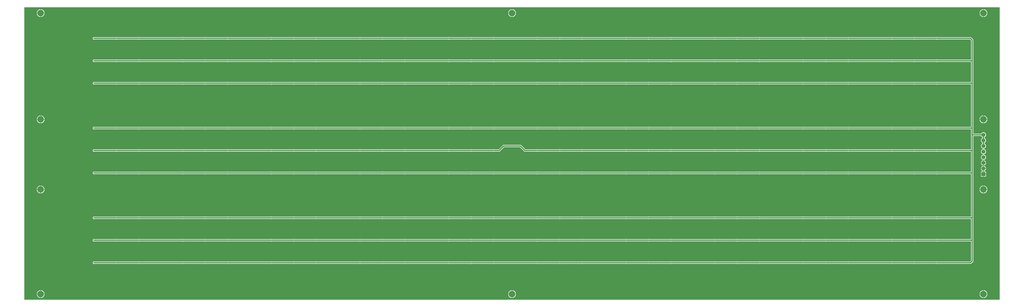
<source format=gbl>
G04 Layer: BottomLayer*
G04 EasyEDA v6.5.34, 2023-10-09 21:03:28*
G04 d8b6119a72404543a3c1b132a341d26f,5a6b42c53f6a479593ecc07194224c93,10*
G04 Gerber Generator version 0.2*
G04 Scale: 100 percent, Rotated: No, Reflected: No *
G04 Dimensions in millimeters *
G04 leading zeros omitted , absolute positions ,4 integer and 5 decimal *
%FSLAX45Y45*%
%MOMM*%

%AMMACRO1*21,1,$1,$2,0,0,$3*%
%ADD10C,0.5000*%
%ADD11MACRO1,1.8X1.8X90.0000*%
%ADD12C,1.8000*%
%ADD13C,3.0000*%
%ADD14C,0.6200*%
%ADD15C,0.0125*%

%LPD*%
G36*
X2068068Y25908D02*
G01*
X2064156Y26670D01*
X2060854Y28905D01*
X2058670Y32156D01*
X2057907Y36068D01*
X2057907Y13260832D01*
X2058670Y13264743D01*
X2060905Y13267994D01*
X2064156Y13270230D01*
X2068068Y13270992D01*
X46191932Y13270992D01*
X46195843Y13270230D01*
X46199094Y13267994D01*
X46201330Y13264743D01*
X46202092Y13260832D01*
X46201990Y36068D01*
X46201228Y32156D01*
X46199044Y28905D01*
X46195742Y26670D01*
X46191830Y25908D01*
G37*

%LPC*%
G36*
X23954638Y13017449D02*
G01*
X24117249Y13017449D01*
X24117249Y13180161D01*
X24098402Y13177824D01*
X24080774Y13173659D01*
X24063706Y13167715D01*
X24047297Y13160044D01*
X24031752Y13150697D01*
X24017274Y13139826D01*
X24003965Y13127532D01*
X23992027Y13113918D01*
X23981511Y13099186D01*
X23972621Y13083438D01*
X23965357Y13066826D01*
X23959870Y13049554D01*
X23956162Y13031825D01*
G37*
G36*
X2781300Y103987D02*
G01*
X2781300Y266700D01*
X2618740Y266700D01*
X2620213Y252323D01*
X2623921Y234594D01*
X2629408Y217373D01*
X2636672Y200761D01*
X2645562Y185013D01*
X2656078Y170230D01*
X2668016Y156616D01*
X2681325Y144322D01*
X2695803Y133451D01*
X2711348Y124155D01*
X2727756Y116484D01*
X2744825Y110489D01*
X2762453Y106375D01*
G37*
G36*
X45453300Y103987D02*
G01*
X45453300Y266700D01*
X45290740Y266700D01*
X45292213Y252323D01*
X45295921Y234594D01*
X45301408Y217373D01*
X45308672Y200761D01*
X45317613Y185013D01*
X45328078Y170230D01*
X45340066Y156616D01*
X45353325Y144322D01*
X45367803Y133451D01*
X45383348Y124155D01*
X45399756Y116484D01*
X45416825Y110489D01*
X45434453Y106375D01*
G37*
G36*
X24117249Y104190D02*
G01*
X24117249Y266700D01*
X23954740Y266700D01*
X23954994Y261315D01*
X23957788Y243433D01*
X23962410Y225907D01*
X23968760Y208940D01*
X23976888Y192786D01*
X23986591Y177495D01*
X23997818Y163271D01*
X24010467Y150317D01*
X24024386Y138734D01*
X24039423Y128625D01*
X24055374Y120091D01*
X24072189Y113283D01*
X24089563Y108204D01*
X24107394Y104952D01*
G37*
G36*
X45478700Y104190D02*
G01*
X45488606Y104952D01*
X45506386Y108204D01*
X45523810Y113283D01*
X45540574Y120091D01*
X45556576Y128625D01*
X45571562Y138734D01*
X45585481Y150317D01*
X45598130Y163271D01*
X45609357Y177495D01*
X45619111Y192786D01*
X45627188Y208940D01*
X45633589Y225907D01*
X45638161Y243433D01*
X45640955Y261315D01*
X45641260Y266700D01*
X45478700Y266700D01*
G37*
G36*
X2806700Y104190D02*
G01*
X2816606Y104952D01*
X2834386Y108204D01*
X2851810Y113283D01*
X2868574Y120091D01*
X2884525Y128625D01*
X2899562Y138734D01*
X2913481Y150317D01*
X2926130Y163271D01*
X2937357Y177495D01*
X2947060Y192786D01*
X2955188Y208940D01*
X2961538Y225907D01*
X2966161Y243433D01*
X2968955Y261315D01*
X2969260Y266700D01*
X2806700Y266700D01*
G37*
G36*
X23954740Y292100D02*
G01*
X24117249Y292100D01*
X24117249Y454609D01*
X24107394Y453847D01*
X24089563Y450596D01*
X24072189Y445516D01*
X24055374Y438708D01*
X24039423Y430174D01*
X24024386Y420065D01*
X24010467Y408482D01*
X23997818Y395528D01*
X23986591Y381304D01*
X23976888Y366014D01*
X23968760Y349859D01*
X23962410Y332892D01*
X23957788Y315366D01*
X23954994Y297484D01*
G37*
G36*
X45478700Y292100D02*
G01*
X45641260Y292100D01*
X45640955Y297484D01*
X45638161Y315366D01*
X45633589Y332892D01*
X45627188Y349859D01*
X45619111Y366014D01*
X45609357Y381304D01*
X45598130Y395528D01*
X45585481Y408482D01*
X45571562Y420065D01*
X45556576Y430174D01*
X45540574Y438708D01*
X45523810Y445516D01*
X45506386Y450596D01*
X45488606Y453847D01*
X45478700Y454609D01*
G37*
G36*
X2806700Y292100D02*
G01*
X2969260Y292100D01*
X2968955Y297484D01*
X2966161Y315366D01*
X2961538Y332892D01*
X2955188Y349859D01*
X2947060Y366014D01*
X2937357Y381304D01*
X2926130Y395528D01*
X2913481Y408482D01*
X2899562Y420065D01*
X2884525Y430174D01*
X2868574Y438708D01*
X2851810Y445516D01*
X2834386Y450596D01*
X2816606Y453847D01*
X2806700Y454609D01*
G37*
G36*
X24142649Y292100D02*
G01*
X24305260Y292100D01*
X24303736Y306476D01*
X24300027Y324205D01*
X24294541Y341426D01*
X24287276Y358038D01*
X24278386Y373786D01*
X24267871Y388569D01*
X24255933Y402183D01*
X24242623Y414477D01*
X24228145Y425348D01*
X24212600Y434644D01*
X24196243Y442315D01*
X24179123Y448309D01*
X24161496Y452424D01*
X24142649Y454812D01*
G37*
G36*
X45290740Y292100D02*
G01*
X45453300Y292100D01*
X45453300Y454812D01*
X45434453Y452424D01*
X45416825Y448309D01*
X45399756Y442315D01*
X45383348Y434644D01*
X45367803Y425348D01*
X45353325Y414477D01*
X45340066Y402183D01*
X45328078Y388569D01*
X45317613Y373786D01*
X45308672Y358038D01*
X45301408Y341426D01*
X45295921Y324205D01*
X45292213Y306476D01*
G37*
G36*
X2618740Y292100D02*
G01*
X2781300Y292100D01*
X2781300Y454812D01*
X2762453Y452424D01*
X2744825Y448309D01*
X2727756Y442315D01*
X2711348Y434644D01*
X2695803Y425348D01*
X2681325Y414477D01*
X2668016Y402183D01*
X2656078Y388569D01*
X2645562Y373786D01*
X2636672Y358038D01*
X2629408Y341426D01*
X2623921Y324205D01*
X2620213Y306476D01*
G37*
G36*
X5209438Y1644954D02*
G01*
X5218988Y1646224D01*
X5228183Y1649018D01*
X5231942Y1650593D01*
X5234330Y1650898D01*
X6195720Y1650898D01*
X6199530Y1650136D01*
X6206337Y1647443D01*
X6215786Y1645412D01*
X6225438Y1644954D01*
X6234988Y1646224D01*
X6244183Y1649018D01*
X6247942Y1650593D01*
X6250330Y1650898D01*
X7211720Y1650898D01*
X7215530Y1650136D01*
X7222337Y1647443D01*
X7231786Y1645412D01*
X7241438Y1644954D01*
X7250988Y1646224D01*
X7260183Y1649018D01*
X7263942Y1650593D01*
X7266330Y1650898D01*
X9192920Y1650898D01*
X9196730Y1650136D01*
X9203537Y1647443D01*
X9212935Y1645412D01*
X9222587Y1644954D01*
X9232138Y1646224D01*
X9241383Y1649018D01*
X9245142Y1650593D01*
X9247479Y1650898D01*
X10208920Y1650898D01*
X10212730Y1650136D01*
X10219537Y1647443D01*
X10228935Y1645412D01*
X10238587Y1644954D01*
X10248138Y1646224D01*
X10257383Y1649018D01*
X10261142Y1650593D01*
X10263479Y1650898D01*
X11224920Y1650898D01*
X11228730Y1650136D01*
X11235537Y1647443D01*
X11244935Y1645412D01*
X11254587Y1644954D01*
X11264138Y1646224D01*
X11273383Y1649018D01*
X11277142Y1650593D01*
X11279479Y1650898D01*
X13206120Y1650898D01*
X13209930Y1650136D01*
X13216737Y1647443D01*
X13226135Y1645412D01*
X13235787Y1644954D01*
X13245338Y1646224D01*
X13254583Y1649018D01*
X13258342Y1650593D01*
X13260679Y1650898D01*
X14222120Y1650898D01*
X14225930Y1650136D01*
X14232737Y1647443D01*
X14242135Y1645412D01*
X14251787Y1644954D01*
X14261338Y1646224D01*
X14270583Y1649018D01*
X14274342Y1650593D01*
X14276679Y1650898D01*
X15238120Y1650898D01*
X15241930Y1650136D01*
X15248737Y1647443D01*
X15258135Y1645412D01*
X15267787Y1644954D01*
X15277338Y1646224D01*
X15286583Y1649018D01*
X15290342Y1650593D01*
X15292679Y1650898D01*
X17219320Y1650898D01*
X17223130Y1650136D01*
X17229937Y1647443D01*
X17239335Y1645412D01*
X17248987Y1644954D01*
X17258538Y1646224D01*
X17267783Y1649018D01*
X17271542Y1650593D01*
X17273879Y1650898D01*
X18235320Y1650898D01*
X18239130Y1650136D01*
X18245937Y1647443D01*
X18255335Y1645412D01*
X18264987Y1644954D01*
X18274538Y1646224D01*
X18283783Y1649018D01*
X18287542Y1650593D01*
X18289879Y1650898D01*
X19251320Y1650898D01*
X19255130Y1650136D01*
X19261937Y1647443D01*
X19271335Y1645412D01*
X19280987Y1644954D01*
X19290538Y1646224D01*
X19299783Y1649018D01*
X19303542Y1650593D01*
X19305879Y1650898D01*
X21232469Y1650898D01*
X21236279Y1650136D01*
X21243086Y1647443D01*
X21252535Y1645412D01*
X21262187Y1644954D01*
X21271738Y1646224D01*
X21280932Y1649018D01*
X21284692Y1650593D01*
X21287079Y1650898D01*
X22248469Y1650898D01*
X22252279Y1650136D01*
X22259086Y1647443D01*
X22268535Y1645412D01*
X22278187Y1644954D01*
X22287738Y1646224D01*
X22296932Y1649018D01*
X22300692Y1650593D01*
X22303079Y1650898D01*
X23264469Y1650898D01*
X23268279Y1650136D01*
X23275086Y1647443D01*
X23284535Y1645412D01*
X23294187Y1644954D01*
X23303738Y1646224D01*
X23312932Y1649018D01*
X23316692Y1650593D01*
X23319079Y1650898D01*
X25245669Y1650898D01*
X25249479Y1650136D01*
X25256286Y1647443D01*
X25265735Y1645412D01*
X25275387Y1644954D01*
X25284938Y1646224D01*
X25294132Y1649018D01*
X25297892Y1650593D01*
X25300279Y1650898D01*
X26261669Y1650898D01*
X26265479Y1650136D01*
X26272286Y1647443D01*
X26281735Y1645412D01*
X26291387Y1644954D01*
X26300938Y1646224D01*
X26310132Y1649018D01*
X26313892Y1650593D01*
X26316279Y1650898D01*
X27277669Y1650898D01*
X27281479Y1650136D01*
X27288286Y1647443D01*
X27297735Y1645412D01*
X27307387Y1644954D01*
X27316938Y1646224D01*
X27326132Y1649018D01*
X27329892Y1650593D01*
X27332279Y1650898D01*
X29258869Y1650898D01*
X29262679Y1650136D01*
X29269486Y1647443D01*
X29278935Y1645412D01*
X29288587Y1644954D01*
X29298138Y1646224D01*
X29307332Y1649018D01*
X29311092Y1650593D01*
X29313479Y1650898D01*
X30274869Y1650898D01*
X30278679Y1650136D01*
X30285486Y1647443D01*
X30294935Y1645412D01*
X30304587Y1644954D01*
X30314138Y1646224D01*
X30323332Y1649018D01*
X30327092Y1650593D01*
X30329479Y1650898D01*
X31290869Y1650898D01*
X31294679Y1650136D01*
X31301486Y1647443D01*
X31310935Y1645412D01*
X31320587Y1644954D01*
X31330138Y1646224D01*
X31339332Y1649018D01*
X31343092Y1650593D01*
X31345479Y1650898D01*
X33272069Y1650898D01*
X33275879Y1650136D01*
X33282686Y1647443D01*
X33292135Y1645412D01*
X33301787Y1644954D01*
X33311338Y1646224D01*
X33320532Y1649018D01*
X33324292Y1650593D01*
X33326679Y1650898D01*
X34288069Y1650898D01*
X34291879Y1650136D01*
X34298686Y1647443D01*
X34308084Y1645412D01*
X34317736Y1644954D01*
X34327287Y1646224D01*
X34336532Y1649018D01*
X34340292Y1650593D01*
X34342628Y1650898D01*
X35304069Y1650898D01*
X35307879Y1650136D01*
X35314686Y1647443D01*
X35324084Y1645412D01*
X35333736Y1644954D01*
X35343287Y1646224D01*
X35352532Y1649018D01*
X35356292Y1650593D01*
X35358628Y1650898D01*
X37285269Y1650898D01*
X37289079Y1650136D01*
X37295886Y1647443D01*
X37305284Y1645412D01*
X37314936Y1644954D01*
X37324487Y1646224D01*
X37333732Y1649018D01*
X37337492Y1650593D01*
X37339828Y1650898D01*
X38301269Y1650898D01*
X38305079Y1650136D01*
X38311886Y1647443D01*
X38321284Y1645412D01*
X38330936Y1644954D01*
X38340487Y1646224D01*
X38349732Y1649018D01*
X38353492Y1650593D01*
X38355828Y1650898D01*
X39317269Y1650898D01*
X39321079Y1650136D01*
X39327886Y1647443D01*
X39337284Y1645412D01*
X39346936Y1644954D01*
X39356487Y1646224D01*
X39365732Y1649018D01*
X39369492Y1650593D01*
X39371828Y1650898D01*
X41298469Y1650898D01*
X41302279Y1650136D01*
X41309086Y1647443D01*
X41318484Y1645412D01*
X41328136Y1644954D01*
X41337687Y1646224D01*
X41346932Y1649018D01*
X41350692Y1650593D01*
X41353028Y1650898D01*
X42314469Y1650898D01*
X42318279Y1650136D01*
X42325086Y1647443D01*
X42334484Y1645412D01*
X42344136Y1644954D01*
X42353687Y1646224D01*
X42362932Y1649018D01*
X42366692Y1650593D01*
X42369028Y1650898D01*
X43330469Y1650898D01*
X43334279Y1650136D01*
X43341086Y1647443D01*
X43350484Y1645412D01*
X43360136Y1644954D01*
X43369687Y1646224D01*
X43378932Y1649018D01*
X43382692Y1650593D01*
X43385028Y1650898D01*
X44881596Y1650898D01*
X44886219Y1651101D01*
X44890639Y1651660D01*
X44894957Y1652625D01*
X44899224Y1653946D01*
X44903288Y1655673D01*
X44907250Y1657705D01*
X44911010Y1660093D01*
X44914515Y1662785D01*
X44917969Y1665935D01*
X44993864Y1741830D01*
X44997014Y1745284D01*
X44999706Y1748789D01*
X45002094Y1752549D01*
X45004126Y1756511D01*
X45005853Y1760575D01*
X45007174Y1764842D01*
X45008139Y1769160D01*
X45008698Y1773580D01*
X45008901Y1778203D01*
X45008901Y7431938D01*
X45009663Y7435799D01*
X45011898Y7439101D01*
X45015200Y7441285D01*
X45019061Y7442098D01*
X45355916Y7442098D01*
X45359421Y7441438D01*
X45362520Y7439609D01*
X45364806Y7436815D01*
X45368057Y7430871D01*
X45376592Y7419136D01*
X45386599Y7408519D01*
X45397775Y7399223D01*
X45410272Y7391298D01*
X45412812Y7389063D01*
X45414438Y7386066D01*
X45414996Y7382713D01*
X45414996Y7349236D01*
X45414438Y7345883D01*
X45412812Y7342936D01*
X45410272Y7340650D01*
X45397775Y7332725D01*
X45386599Y7323480D01*
X45376592Y7312863D01*
X45368057Y7301077D01*
X45361047Y7288326D01*
X45355713Y7274814D01*
X45352055Y7260691D01*
X45350226Y7246264D01*
X45350226Y7231735D01*
X45352055Y7217257D01*
X45355713Y7203186D01*
X45361047Y7189622D01*
X45368057Y7176871D01*
X45376592Y7165136D01*
X45386599Y7154519D01*
X45397775Y7145223D01*
X45410272Y7137298D01*
X45412812Y7135063D01*
X45414438Y7132066D01*
X45414996Y7128713D01*
X45414996Y7095236D01*
X45414438Y7091883D01*
X45412812Y7088936D01*
X45410272Y7086650D01*
X45397775Y7078725D01*
X45386599Y7069480D01*
X45376592Y7058863D01*
X45368057Y7047077D01*
X45361047Y7034326D01*
X45355713Y7020814D01*
X45352055Y7006691D01*
X45350226Y6992264D01*
X45350226Y6977735D01*
X45352055Y6963257D01*
X45355713Y6949186D01*
X45361047Y6935622D01*
X45368057Y6922871D01*
X45376592Y6911136D01*
X45386599Y6900519D01*
X45397775Y6891223D01*
X45410069Y6883450D01*
X45423226Y6877253D01*
X45437094Y6872731D01*
X45451369Y6869988D01*
X45465898Y6869074D01*
X45480427Y6869988D01*
X45494752Y6872731D01*
X45508570Y6877253D01*
X45521727Y6883450D01*
X45534021Y6891223D01*
X45545248Y6900519D01*
X45555204Y6911136D01*
X45563739Y6922871D01*
X45570749Y6935622D01*
X45576134Y6949186D01*
X45579741Y6963257D01*
X45581570Y6977735D01*
X45581570Y6992264D01*
X45579741Y7006691D01*
X45576134Y7020814D01*
X45570749Y7034326D01*
X45563739Y7047077D01*
X45555204Y7058863D01*
X45545248Y7069480D01*
X45534021Y7078725D01*
X45521524Y7086701D01*
X45518984Y7088936D01*
X45517358Y7091934D01*
X45516800Y7095236D01*
X45516800Y7128713D01*
X45517358Y7132066D01*
X45518984Y7135012D01*
X45521524Y7137298D01*
X45534021Y7145223D01*
X45545248Y7154519D01*
X45555204Y7165136D01*
X45563739Y7176871D01*
X45570749Y7189622D01*
X45576134Y7203186D01*
X45579741Y7217257D01*
X45581570Y7231735D01*
X45581570Y7246264D01*
X45579741Y7260691D01*
X45576134Y7274814D01*
X45570749Y7288326D01*
X45563739Y7301077D01*
X45555204Y7312863D01*
X45545248Y7323480D01*
X45534021Y7332725D01*
X45521524Y7340701D01*
X45518984Y7342936D01*
X45517358Y7345934D01*
X45516800Y7349236D01*
X45516800Y7382713D01*
X45517358Y7386066D01*
X45518984Y7389012D01*
X45521524Y7391298D01*
X45534021Y7399223D01*
X45545248Y7408519D01*
X45555204Y7419136D01*
X45563739Y7430871D01*
X45570749Y7443622D01*
X45576134Y7457186D01*
X45579741Y7471257D01*
X45581570Y7485735D01*
X45581570Y7500264D01*
X45579741Y7514691D01*
X45576134Y7528814D01*
X45570749Y7542326D01*
X45563739Y7555077D01*
X45555204Y7566863D01*
X45545248Y7577480D01*
X45534021Y7586725D01*
X45521727Y7594549D01*
X45508570Y7600746D01*
X45494752Y7605217D01*
X45480427Y7607960D01*
X45465898Y7608874D01*
X45451369Y7607960D01*
X45437094Y7605217D01*
X45423226Y7600746D01*
X45410069Y7594549D01*
X45397775Y7586725D01*
X45386599Y7577480D01*
X45376592Y7566863D01*
X45368057Y7555077D01*
X45364806Y7549184D01*
X45362520Y7546390D01*
X45359421Y7544562D01*
X45355916Y7543901D01*
X45019061Y7543901D01*
X45015200Y7544663D01*
X45011898Y7546898D01*
X45009663Y7550150D01*
X45008901Y7554061D01*
X45008901Y11785396D01*
X45008698Y11790019D01*
X45008139Y11794439D01*
X45007174Y11798757D01*
X45005853Y11803024D01*
X45004126Y11807088D01*
X45002094Y11811050D01*
X44999706Y11814810D01*
X44997014Y11818315D01*
X44993864Y11821769D01*
X44917969Y11897664D01*
X44914515Y11900814D01*
X44911010Y11903506D01*
X44907250Y11905894D01*
X44903288Y11907926D01*
X44899224Y11909653D01*
X44894957Y11910974D01*
X44890639Y11911939D01*
X44886219Y11912498D01*
X44881596Y11912701D01*
X43384978Y11912701D01*
X43382641Y11913006D01*
X43378932Y11914530D01*
X43369687Y11917375D01*
X43360136Y11918594D01*
X43350484Y11918188D01*
X43341086Y11916156D01*
X43334279Y11913412D01*
X43330469Y11912701D01*
X42369028Y11912701D01*
X42366692Y11912955D01*
X42362932Y11914530D01*
X42353687Y11917375D01*
X42344136Y11918594D01*
X42334484Y11918188D01*
X42325086Y11916156D01*
X42318279Y11913412D01*
X42314469Y11912701D01*
X41353028Y11912701D01*
X41350692Y11912955D01*
X41346932Y11914530D01*
X41337687Y11917375D01*
X41328136Y11918594D01*
X41318484Y11918188D01*
X41309086Y11916156D01*
X41302228Y11913412D01*
X41298469Y11912701D01*
X39371828Y11912701D01*
X39369492Y11912955D01*
X39365732Y11914530D01*
X39356487Y11917375D01*
X39346936Y11918594D01*
X39337284Y11918188D01*
X39327886Y11916156D01*
X39321079Y11913412D01*
X39317269Y11912701D01*
X38355828Y11912701D01*
X38353492Y11912955D01*
X38349732Y11914530D01*
X38340487Y11917375D01*
X38330936Y11918594D01*
X38321284Y11918188D01*
X38311886Y11916156D01*
X38305079Y11913412D01*
X38301269Y11912701D01*
X37339828Y11912701D01*
X37337492Y11912955D01*
X37333732Y11914530D01*
X37324487Y11917375D01*
X37314936Y11918594D01*
X37305284Y11918188D01*
X37295886Y11916156D01*
X37289028Y11913412D01*
X37285269Y11912701D01*
X35358628Y11912701D01*
X35356292Y11912955D01*
X35352532Y11914530D01*
X35343287Y11917375D01*
X35333736Y11918594D01*
X35324084Y11918188D01*
X35314686Y11916156D01*
X35307879Y11913412D01*
X35304069Y11912701D01*
X34342628Y11912701D01*
X34340292Y11912955D01*
X34336532Y11914530D01*
X34327287Y11917375D01*
X34317736Y11918594D01*
X34308084Y11918188D01*
X34298686Y11916156D01*
X34291879Y11913412D01*
X34288069Y11912701D01*
X33326679Y11912701D01*
X33324292Y11912955D01*
X33320532Y11914530D01*
X33311338Y11917375D01*
X33301787Y11918594D01*
X33292135Y11918188D01*
X33282686Y11916156D01*
X33275879Y11913412D01*
X33272069Y11912701D01*
X31345479Y11912701D01*
X31343142Y11912955D01*
X31339332Y11914530D01*
X31330138Y11917375D01*
X31320587Y11918594D01*
X31310935Y11918188D01*
X31301486Y11916156D01*
X31294679Y11913412D01*
X31290920Y11912701D01*
X30329479Y11912701D01*
X30327092Y11912955D01*
X30323332Y11914530D01*
X30314138Y11917375D01*
X30304587Y11918594D01*
X30294935Y11918188D01*
X30285486Y11916156D01*
X30278679Y11913412D01*
X30274920Y11912701D01*
X29313479Y11912701D01*
X29311092Y11912955D01*
X29307332Y11914530D01*
X29298138Y11917375D01*
X29288587Y11918594D01*
X29278935Y11918188D01*
X29269486Y11916156D01*
X29262679Y11913412D01*
X29258869Y11912701D01*
X27332279Y11912701D01*
X27329942Y11912955D01*
X27326132Y11914530D01*
X27316938Y11917375D01*
X27307387Y11918594D01*
X27297735Y11918188D01*
X27288286Y11916156D01*
X27281479Y11913412D01*
X27277720Y11912701D01*
X26316279Y11912701D01*
X26313892Y11912955D01*
X26310132Y11914530D01*
X26300938Y11917375D01*
X26291387Y11918594D01*
X26281735Y11918188D01*
X26272286Y11916156D01*
X26265479Y11913412D01*
X26261720Y11912701D01*
X25300279Y11912701D01*
X25297892Y11912955D01*
X25294132Y11914530D01*
X25284938Y11917375D01*
X25275387Y11918594D01*
X25265735Y11918188D01*
X25256286Y11916156D01*
X25249479Y11913412D01*
X25245669Y11912701D01*
X23319079Y11912701D01*
X23316742Y11912955D01*
X23312932Y11914530D01*
X23303738Y11917375D01*
X23294187Y11918594D01*
X23284535Y11918188D01*
X23275086Y11916156D01*
X23268279Y11913412D01*
X23264520Y11912701D01*
X22303079Y11912701D01*
X22300692Y11912955D01*
X22296932Y11914530D01*
X22287738Y11917375D01*
X22278187Y11918594D01*
X22268535Y11918188D01*
X22259086Y11916156D01*
X22252279Y11913412D01*
X22248520Y11912701D01*
X21287079Y11912701D01*
X21284692Y11912955D01*
X21280932Y11914530D01*
X21271738Y11917375D01*
X21262187Y11918594D01*
X21252535Y11918188D01*
X21243086Y11916156D01*
X21236279Y11913412D01*
X21232469Y11912701D01*
X19305879Y11912701D01*
X19303542Y11912955D01*
X19299783Y11914530D01*
X19290538Y11917375D01*
X19280987Y11918594D01*
X19271335Y11918188D01*
X19261937Y11916156D01*
X19255130Y11913412D01*
X19251320Y11912701D01*
X18289879Y11912701D01*
X18287542Y11912955D01*
X18283783Y11914530D01*
X18274538Y11917375D01*
X18264987Y11918594D01*
X18255335Y11918188D01*
X18245937Y11916156D01*
X18239130Y11913412D01*
X18235320Y11912701D01*
X17273879Y11912701D01*
X17271542Y11912955D01*
X17267783Y11914530D01*
X17258538Y11917375D01*
X17248987Y11918594D01*
X17239335Y11918188D01*
X17229937Y11916156D01*
X17223079Y11913412D01*
X17219320Y11912701D01*
X15292679Y11912701D01*
X15290342Y11912955D01*
X15286583Y11914530D01*
X15277338Y11917375D01*
X15267787Y11918594D01*
X15258135Y11918188D01*
X15248737Y11916156D01*
X15241930Y11913412D01*
X15238120Y11912701D01*
X14276679Y11912701D01*
X14274342Y11912955D01*
X14270583Y11914530D01*
X14261338Y11917375D01*
X14251787Y11918594D01*
X14242135Y11918188D01*
X14232737Y11916156D01*
X14225930Y11913412D01*
X14222120Y11912701D01*
X13260679Y11912701D01*
X13258342Y11912955D01*
X13254583Y11914530D01*
X13245338Y11917375D01*
X13235787Y11918594D01*
X13226135Y11918188D01*
X13216737Y11916156D01*
X13209879Y11913412D01*
X13206120Y11912701D01*
X11279479Y11912701D01*
X11277142Y11912955D01*
X11273383Y11914530D01*
X11264138Y11917375D01*
X11254587Y11918594D01*
X11244935Y11918188D01*
X11235537Y11916156D01*
X11228730Y11913412D01*
X11224920Y11912701D01*
X10263479Y11912701D01*
X10261142Y11912955D01*
X10257383Y11914530D01*
X10248138Y11917375D01*
X10238587Y11918594D01*
X10228935Y11918188D01*
X10219537Y11916156D01*
X10212730Y11913412D01*
X10208920Y11912701D01*
X9247479Y11912701D01*
X9245142Y11912955D01*
X9241383Y11914530D01*
X9232138Y11917375D01*
X9222587Y11918594D01*
X9212935Y11918188D01*
X9203537Y11916156D01*
X9196679Y11913412D01*
X9192920Y11912701D01*
X7266330Y11912701D01*
X7263993Y11912955D01*
X7260183Y11914530D01*
X7250988Y11917375D01*
X7241438Y11918594D01*
X7231786Y11918188D01*
X7222337Y11916156D01*
X7215530Y11913412D01*
X7211771Y11912701D01*
X6250330Y11912701D01*
X6247942Y11912955D01*
X6244183Y11914530D01*
X6234988Y11917375D01*
X6225438Y11918594D01*
X6215786Y11918188D01*
X6206337Y11916156D01*
X6199530Y11913412D01*
X6195771Y11912701D01*
X5234330Y11912701D01*
X5231942Y11912955D01*
X5228183Y11914530D01*
X5218988Y11917375D01*
X5209438Y11918594D01*
X5199786Y11918188D01*
X5190337Y11916156D01*
X5181396Y11912549D01*
X5173167Y11907520D01*
X5165953Y11901119D01*
X5159857Y11893600D01*
X5155184Y11885218D01*
X5151983Y11876125D01*
X5150358Y11866575D01*
X5150358Y11856974D01*
X5151983Y11847423D01*
X5155184Y11838330D01*
X5159857Y11829948D01*
X5165953Y11822430D01*
X5173167Y11816029D01*
X5181396Y11811000D01*
X5190337Y11807393D01*
X5199786Y11805361D01*
X5209438Y11804954D01*
X5218988Y11806174D01*
X5228183Y11809018D01*
X5231993Y11810593D01*
X5234330Y11810847D01*
X6195720Y11810847D01*
X6199530Y11810136D01*
X6206337Y11807393D01*
X6215786Y11805361D01*
X6225438Y11804954D01*
X6234988Y11806174D01*
X6244183Y11809018D01*
X6247993Y11810593D01*
X6250330Y11810847D01*
X7211720Y11810847D01*
X7215530Y11810136D01*
X7222337Y11807393D01*
X7231786Y11805361D01*
X7241438Y11804954D01*
X7250988Y11806174D01*
X7260183Y11809018D01*
X7263942Y11810593D01*
X7266330Y11810847D01*
X9192920Y11810847D01*
X9196730Y11810136D01*
X9203537Y11807393D01*
X9212935Y11805361D01*
X9222587Y11804954D01*
X9232138Y11806174D01*
X9241383Y11809018D01*
X9245142Y11810593D01*
X9247479Y11810847D01*
X10208920Y11810847D01*
X10212679Y11810136D01*
X10219537Y11807393D01*
X10228935Y11805361D01*
X10238587Y11804954D01*
X10248138Y11806174D01*
X10257383Y11809018D01*
X10261142Y11810593D01*
X10263479Y11810847D01*
X11224920Y11810847D01*
X11228679Y11810136D01*
X11235537Y11807393D01*
X11244935Y11805361D01*
X11254587Y11804954D01*
X11264138Y11806174D01*
X11273383Y11809018D01*
X11277142Y11810593D01*
X11279479Y11810847D01*
X13206120Y11810847D01*
X13209930Y11810136D01*
X13216737Y11807393D01*
X13226135Y11805361D01*
X13235787Y11804954D01*
X13245338Y11806174D01*
X13254583Y11809018D01*
X13258342Y11810593D01*
X13260679Y11810847D01*
X14222120Y11810847D01*
X14225879Y11810136D01*
X14232737Y11807393D01*
X14242135Y11805361D01*
X14251787Y11804954D01*
X14261338Y11806174D01*
X14270583Y11809018D01*
X14274342Y11810593D01*
X14276679Y11810847D01*
X15238120Y11810847D01*
X15241879Y11810136D01*
X15248737Y11807393D01*
X15258135Y11805361D01*
X15267787Y11804954D01*
X15277338Y11806174D01*
X15286583Y11809018D01*
X15290342Y11810593D01*
X15292679Y11810847D01*
X17219320Y11810847D01*
X17223130Y11810136D01*
X17229937Y11807393D01*
X17239335Y11805361D01*
X17248987Y11804954D01*
X17258538Y11806174D01*
X17267783Y11809018D01*
X17271542Y11810593D01*
X17273879Y11810847D01*
X18235320Y11810847D01*
X18239079Y11810136D01*
X18245937Y11807393D01*
X18255335Y11805361D01*
X18264987Y11804954D01*
X18274538Y11806174D01*
X18283783Y11809018D01*
X18287542Y11810593D01*
X18289879Y11810847D01*
X19251320Y11810847D01*
X19255079Y11810136D01*
X19261937Y11807393D01*
X19271335Y11805361D01*
X19280987Y11804954D01*
X19290538Y11806174D01*
X19299783Y11809018D01*
X19303542Y11810593D01*
X19305879Y11810847D01*
X21232520Y11810847D01*
X21236279Y11810136D01*
X21243086Y11807393D01*
X21252535Y11805361D01*
X21262187Y11804954D01*
X21271738Y11806174D01*
X21280932Y11809018D01*
X21284742Y11810593D01*
X21287079Y11810847D01*
X22248469Y11810847D01*
X22252279Y11810136D01*
X22259086Y11807393D01*
X22268535Y11805361D01*
X22278187Y11804954D01*
X22287738Y11806174D01*
X22296932Y11809018D01*
X22300742Y11810593D01*
X22303079Y11810847D01*
X23264469Y11810847D01*
X23268279Y11810136D01*
X23275086Y11807393D01*
X23284535Y11805361D01*
X23294187Y11804954D01*
X23303738Y11806174D01*
X23312932Y11809018D01*
X23316692Y11810593D01*
X23319079Y11810847D01*
X25245720Y11810847D01*
X25249479Y11810136D01*
X25256286Y11807393D01*
X25265735Y11805361D01*
X25275387Y11804954D01*
X25284938Y11806174D01*
X25294132Y11809018D01*
X25297942Y11810593D01*
X25300279Y11810847D01*
X26261669Y11810847D01*
X26265479Y11810136D01*
X26272286Y11807393D01*
X26281735Y11805361D01*
X26291387Y11804954D01*
X26300938Y11806174D01*
X26310132Y11809018D01*
X26313942Y11810593D01*
X26316279Y11810847D01*
X27277669Y11810847D01*
X27281479Y11810136D01*
X27288286Y11807393D01*
X27297735Y11805361D01*
X27307387Y11804954D01*
X27316938Y11806174D01*
X27326132Y11809018D01*
X27329892Y11810593D01*
X27332279Y11810847D01*
X29258920Y11810847D01*
X29262679Y11810136D01*
X29269486Y11807393D01*
X29278935Y11805361D01*
X29288587Y11804954D01*
X29298138Y11806174D01*
X29307332Y11809018D01*
X29311142Y11810593D01*
X29313479Y11810847D01*
X30274869Y11810847D01*
X30278679Y11810136D01*
X30285486Y11807393D01*
X30294935Y11805361D01*
X30304587Y11804954D01*
X30314138Y11806174D01*
X30323332Y11809018D01*
X30327142Y11810593D01*
X30329479Y11810847D01*
X31290869Y11810847D01*
X31294679Y11810136D01*
X31301486Y11807393D01*
X31310935Y11805361D01*
X31320587Y11804954D01*
X31330138Y11806174D01*
X31339332Y11809018D01*
X31343092Y11810593D01*
X31345479Y11810847D01*
X33272120Y11810847D01*
X33275879Y11810136D01*
X33282686Y11807393D01*
X33292135Y11805361D01*
X33301787Y11804954D01*
X33311338Y11806174D01*
X33320532Y11809018D01*
X33324342Y11810593D01*
X33326679Y11810847D01*
X34288069Y11810847D01*
X34291828Y11810136D01*
X34298686Y11807393D01*
X34308084Y11805361D01*
X34317736Y11804954D01*
X34327287Y11806174D01*
X34336532Y11809018D01*
X34340292Y11810593D01*
X34342628Y11810847D01*
X35304069Y11810847D01*
X35307828Y11810136D01*
X35314686Y11807393D01*
X35324084Y11805361D01*
X35333736Y11804954D01*
X35343287Y11806174D01*
X35352532Y11809018D01*
X35356292Y11810593D01*
X35358628Y11810847D01*
X37285269Y11810847D01*
X37289079Y11810136D01*
X37295886Y11807393D01*
X37305284Y11805361D01*
X37314936Y11804954D01*
X37324487Y11806174D01*
X37333732Y11809018D01*
X37337492Y11810593D01*
X37339828Y11810847D01*
X38301269Y11810847D01*
X38305028Y11810136D01*
X38311886Y11807393D01*
X38321284Y11805361D01*
X38330936Y11804954D01*
X38340487Y11806174D01*
X38349732Y11809018D01*
X38353492Y11810593D01*
X38355828Y11810847D01*
X39317269Y11810847D01*
X39321028Y11810136D01*
X39327886Y11807393D01*
X39337284Y11805361D01*
X39346936Y11804954D01*
X39356487Y11806174D01*
X39365732Y11809018D01*
X39369492Y11810593D01*
X39371828Y11810847D01*
X41298469Y11810847D01*
X41302279Y11810136D01*
X41309086Y11807393D01*
X41318484Y11805361D01*
X41328136Y11804954D01*
X41337687Y11806174D01*
X41346932Y11809018D01*
X41350692Y11810593D01*
X41353028Y11810847D01*
X42314469Y11810847D01*
X42318228Y11810136D01*
X42325086Y11807393D01*
X42334484Y11805361D01*
X42344136Y11804954D01*
X42353687Y11806174D01*
X42362932Y11809018D01*
X42366692Y11810593D01*
X42369028Y11810847D01*
X43330469Y11810847D01*
X43334228Y11810136D01*
X43341086Y11807393D01*
X43350484Y11805361D01*
X43360136Y11804954D01*
X43369687Y11806174D01*
X43378932Y11809018D01*
X43382742Y11810593D01*
X43385079Y11810898D01*
X44856501Y11810898D01*
X44860413Y11810136D01*
X44863664Y11807901D01*
X44904101Y11767464D01*
X44906336Y11764213D01*
X44907098Y11760301D01*
X44907098Y10906861D01*
X44906336Y10902950D01*
X44904101Y10899648D01*
X44900799Y10897463D01*
X44896938Y10896701D01*
X43385028Y10896701D01*
X43382692Y10896955D01*
X43378932Y10898530D01*
X43369687Y10901375D01*
X43360136Y10902594D01*
X43350484Y10902188D01*
X43341086Y10900156D01*
X43334279Y10897412D01*
X43330469Y10896701D01*
X42369028Y10896701D01*
X42366692Y10896955D01*
X42362932Y10898530D01*
X42353687Y10901375D01*
X42344136Y10902594D01*
X42334484Y10902188D01*
X42325086Y10900156D01*
X42318279Y10897412D01*
X42314469Y10896701D01*
X41353028Y10896701D01*
X41350692Y10896955D01*
X41346932Y10898530D01*
X41337687Y10901375D01*
X41328136Y10902594D01*
X41318484Y10902188D01*
X41309086Y10900156D01*
X41302228Y10897412D01*
X41298469Y10896701D01*
X39371828Y10896701D01*
X39369492Y10896955D01*
X39365732Y10898530D01*
X39356487Y10901375D01*
X39346936Y10902594D01*
X39337284Y10902188D01*
X39327886Y10900156D01*
X39321079Y10897412D01*
X39317269Y10896701D01*
X38355828Y10896701D01*
X38353492Y10896955D01*
X38349732Y10898530D01*
X38340487Y10901375D01*
X38330936Y10902594D01*
X38321284Y10902188D01*
X38311886Y10900156D01*
X38305079Y10897412D01*
X38301269Y10896701D01*
X37339828Y10896701D01*
X37337492Y10896955D01*
X37333732Y10898530D01*
X37324487Y10901375D01*
X37314936Y10902594D01*
X37305284Y10902188D01*
X37295886Y10900156D01*
X37289028Y10897412D01*
X37285269Y10896701D01*
X35358628Y10896701D01*
X35356292Y10896955D01*
X35352532Y10898530D01*
X35343287Y10901375D01*
X35333736Y10902594D01*
X35324084Y10902188D01*
X35314686Y10900156D01*
X35307879Y10897412D01*
X35304069Y10896701D01*
X34342628Y10896701D01*
X34340292Y10896955D01*
X34336532Y10898530D01*
X34327287Y10901375D01*
X34317736Y10902594D01*
X34308084Y10902188D01*
X34298686Y10900156D01*
X34291879Y10897412D01*
X34288069Y10896701D01*
X33326679Y10896701D01*
X33324292Y10896955D01*
X33320532Y10898530D01*
X33311338Y10901375D01*
X33301787Y10902594D01*
X33292135Y10902188D01*
X33282686Y10900156D01*
X33275879Y10897412D01*
X33272069Y10896701D01*
X31345479Y10896701D01*
X31343142Y10896955D01*
X31339332Y10898530D01*
X31330138Y10901375D01*
X31320587Y10902594D01*
X31310935Y10902188D01*
X31301486Y10900156D01*
X31294679Y10897412D01*
X31290920Y10896701D01*
X30329479Y10896701D01*
X30327092Y10896955D01*
X30323332Y10898530D01*
X30314138Y10901375D01*
X30304587Y10902594D01*
X30294935Y10902188D01*
X30285486Y10900156D01*
X30278679Y10897412D01*
X30274920Y10896701D01*
X29313479Y10896701D01*
X29311092Y10896955D01*
X29307332Y10898530D01*
X29298138Y10901375D01*
X29288587Y10902594D01*
X29278935Y10902188D01*
X29269486Y10900156D01*
X29262679Y10897412D01*
X29258869Y10896701D01*
X27332279Y10896701D01*
X27329942Y10896955D01*
X27326132Y10898530D01*
X27316938Y10901375D01*
X27307387Y10902594D01*
X27297735Y10902188D01*
X27288286Y10900156D01*
X27281479Y10897412D01*
X27277720Y10896701D01*
X26316279Y10896701D01*
X26313892Y10896955D01*
X26310132Y10898530D01*
X26300938Y10901375D01*
X26291387Y10902594D01*
X26281735Y10902188D01*
X26272286Y10900156D01*
X26265479Y10897412D01*
X26261720Y10896701D01*
X25300279Y10896701D01*
X25297892Y10896955D01*
X25294132Y10898530D01*
X25284938Y10901375D01*
X25275387Y10902594D01*
X25265735Y10902188D01*
X25256286Y10900156D01*
X25249479Y10897412D01*
X25245669Y10896701D01*
X23319079Y10896701D01*
X23316742Y10896955D01*
X23312932Y10898530D01*
X23303738Y10901375D01*
X23294187Y10902594D01*
X23284535Y10902188D01*
X23275086Y10900156D01*
X23268279Y10897412D01*
X23264520Y10896701D01*
X22303079Y10896701D01*
X22300692Y10896955D01*
X22296932Y10898530D01*
X22287738Y10901375D01*
X22278187Y10902594D01*
X22268535Y10902188D01*
X22259086Y10900156D01*
X22252279Y10897412D01*
X22248520Y10896701D01*
X21287079Y10896701D01*
X21284692Y10896955D01*
X21280932Y10898530D01*
X21271738Y10901375D01*
X21262187Y10902594D01*
X21252535Y10902188D01*
X21243086Y10900156D01*
X21236279Y10897412D01*
X21232469Y10896701D01*
X19305879Y10896701D01*
X19303542Y10896955D01*
X19299783Y10898530D01*
X19290538Y10901375D01*
X19280987Y10902594D01*
X19271335Y10902188D01*
X19261937Y10900156D01*
X19255130Y10897412D01*
X19251320Y10896701D01*
X18289879Y10896701D01*
X18287542Y10896955D01*
X18283783Y10898530D01*
X18274538Y10901375D01*
X18264987Y10902594D01*
X18255335Y10902188D01*
X18245937Y10900156D01*
X18239130Y10897412D01*
X18235320Y10896701D01*
X17273879Y10896701D01*
X17271542Y10896955D01*
X17267783Y10898530D01*
X17258538Y10901375D01*
X17248987Y10902594D01*
X17239335Y10902188D01*
X17229937Y10900156D01*
X17223079Y10897412D01*
X17219320Y10896701D01*
X15292679Y10896701D01*
X15290342Y10896955D01*
X15286583Y10898530D01*
X15277338Y10901375D01*
X15267787Y10902594D01*
X15258135Y10902188D01*
X15248737Y10900156D01*
X15241930Y10897412D01*
X15238120Y10896701D01*
X14276679Y10896701D01*
X14274342Y10896955D01*
X14270583Y10898530D01*
X14261338Y10901375D01*
X14251787Y10902594D01*
X14242135Y10902188D01*
X14232737Y10900156D01*
X14225930Y10897412D01*
X14222120Y10896701D01*
X13260679Y10896701D01*
X13258342Y10896955D01*
X13254583Y10898530D01*
X13245338Y10901375D01*
X13235787Y10902594D01*
X13226135Y10902188D01*
X13216737Y10900156D01*
X13209879Y10897412D01*
X13206120Y10896701D01*
X11279479Y10896701D01*
X11277142Y10896955D01*
X11273383Y10898530D01*
X11264138Y10901375D01*
X11254587Y10902594D01*
X11244935Y10902188D01*
X11235537Y10900156D01*
X11228730Y10897412D01*
X11224920Y10896701D01*
X10263479Y10896701D01*
X10261142Y10896955D01*
X10257383Y10898530D01*
X10248138Y10901375D01*
X10238587Y10902594D01*
X10228935Y10902188D01*
X10219537Y10900156D01*
X10212730Y10897412D01*
X10208920Y10896701D01*
X9247479Y10896701D01*
X9245142Y10896955D01*
X9241383Y10898530D01*
X9232138Y10901375D01*
X9222587Y10902594D01*
X9212935Y10902188D01*
X9203537Y10900156D01*
X9196679Y10897412D01*
X9192920Y10896701D01*
X7266330Y10896701D01*
X7263993Y10896955D01*
X7260183Y10898530D01*
X7250988Y10901375D01*
X7241438Y10902594D01*
X7231786Y10902188D01*
X7222337Y10900156D01*
X7215530Y10897412D01*
X7211771Y10896701D01*
X6250330Y10896701D01*
X6247942Y10896955D01*
X6244183Y10898530D01*
X6234988Y10901375D01*
X6225438Y10902594D01*
X6215786Y10902188D01*
X6206337Y10900156D01*
X6199530Y10897412D01*
X6195771Y10896701D01*
X5234330Y10896701D01*
X5231942Y10896955D01*
X5228183Y10898530D01*
X5218988Y10901375D01*
X5209438Y10902594D01*
X5199786Y10902188D01*
X5190337Y10900156D01*
X5181396Y10896549D01*
X5173167Y10891520D01*
X5165953Y10885119D01*
X5159857Y10877600D01*
X5155184Y10869218D01*
X5151983Y10860125D01*
X5150358Y10850575D01*
X5150358Y10840974D01*
X5151983Y10831423D01*
X5155184Y10822330D01*
X5159857Y10813948D01*
X5165953Y10806430D01*
X5173167Y10800029D01*
X5181396Y10795000D01*
X5190337Y10791393D01*
X5199786Y10789361D01*
X5209438Y10788954D01*
X5218988Y10790174D01*
X5228183Y10793018D01*
X5231993Y10794593D01*
X5234330Y10794847D01*
X6195720Y10794847D01*
X6199530Y10794136D01*
X6206337Y10791393D01*
X6215786Y10789361D01*
X6225438Y10788954D01*
X6234988Y10790174D01*
X6244183Y10793018D01*
X6247993Y10794593D01*
X6250330Y10794847D01*
X7211720Y10794847D01*
X7215530Y10794136D01*
X7222337Y10791393D01*
X7231786Y10789361D01*
X7241438Y10788954D01*
X7250988Y10790174D01*
X7260183Y10793018D01*
X7263942Y10794593D01*
X7266330Y10794847D01*
X9192920Y10794847D01*
X9196730Y10794136D01*
X9203537Y10791393D01*
X9212935Y10789361D01*
X9222587Y10788954D01*
X9232138Y10790174D01*
X9241383Y10793018D01*
X9245142Y10794593D01*
X9247479Y10794847D01*
X10208920Y10794847D01*
X10212679Y10794136D01*
X10219537Y10791393D01*
X10228935Y10789361D01*
X10238587Y10788954D01*
X10248138Y10790174D01*
X10257383Y10793018D01*
X10261142Y10794593D01*
X10263479Y10794847D01*
X11224920Y10794847D01*
X11228679Y10794136D01*
X11235537Y10791393D01*
X11244935Y10789361D01*
X11254587Y10788954D01*
X11264138Y10790174D01*
X11273383Y10793018D01*
X11277142Y10794593D01*
X11279479Y10794847D01*
X13206120Y10794847D01*
X13209930Y10794136D01*
X13216737Y10791393D01*
X13226135Y10789361D01*
X13235787Y10788954D01*
X13245338Y10790174D01*
X13254583Y10793018D01*
X13258342Y10794593D01*
X13260679Y10794847D01*
X14222120Y10794847D01*
X14225879Y10794136D01*
X14232737Y10791393D01*
X14242135Y10789361D01*
X14251787Y10788954D01*
X14261338Y10790174D01*
X14270583Y10793018D01*
X14274342Y10794593D01*
X14276679Y10794847D01*
X15238120Y10794847D01*
X15241879Y10794136D01*
X15248737Y10791393D01*
X15258135Y10789361D01*
X15267787Y10788954D01*
X15277338Y10790174D01*
X15286583Y10793018D01*
X15290342Y10794593D01*
X15292679Y10794847D01*
X17219320Y10794847D01*
X17223130Y10794136D01*
X17229937Y10791393D01*
X17239335Y10789361D01*
X17248987Y10788954D01*
X17258538Y10790174D01*
X17267783Y10793018D01*
X17271542Y10794593D01*
X17273879Y10794847D01*
X18235320Y10794847D01*
X18239079Y10794136D01*
X18245937Y10791393D01*
X18255335Y10789361D01*
X18264987Y10788954D01*
X18274538Y10790174D01*
X18283783Y10793018D01*
X18287542Y10794593D01*
X18289879Y10794847D01*
X19251320Y10794847D01*
X19255079Y10794136D01*
X19261937Y10791393D01*
X19271335Y10789361D01*
X19280987Y10788954D01*
X19290538Y10790174D01*
X19299783Y10793018D01*
X19303542Y10794593D01*
X19305879Y10794847D01*
X21232520Y10794847D01*
X21236279Y10794136D01*
X21243086Y10791393D01*
X21252535Y10789361D01*
X21262187Y10788954D01*
X21271738Y10790174D01*
X21280932Y10793018D01*
X21284742Y10794593D01*
X21287079Y10794847D01*
X22248469Y10794847D01*
X22252279Y10794136D01*
X22259086Y10791393D01*
X22268535Y10789361D01*
X22278187Y10788954D01*
X22287738Y10790174D01*
X22296932Y10793018D01*
X22300742Y10794593D01*
X22303079Y10794847D01*
X23264469Y10794847D01*
X23268279Y10794136D01*
X23275086Y10791393D01*
X23284535Y10789361D01*
X23294187Y10788954D01*
X23303738Y10790174D01*
X23312932Y10793018D01*
X23316692Y10794593D01*
X23319079Y10794847D01*
X25245720Y10794847D01*
X25249479Y10794136D01*
X25256286Y10791393D01*
X25265735Y10789361D01*
X25275387Y10788954D01*
X25284938Y10790174D01*
X25294132Y10793018D01*
X25297942Y10794593D01*
X25300279Y10794847D01*
X26261669Y10794847D01*
X26265479Y10794136D01*
X26272286Y10791393D01*
X26281735Y10789361D01*
X26291387Y10788954D01*
X26300938Y10790174D01*
X26310132Y10793018D01*
X26313942Y10794593D01*
X26316279Y10794847D01*
X27277669Y10794847D01*
X27281479Y10794136D01*
X27288286Y10791393D01*
X27297735Y10789361D01*
X27307387Y10788954D01*
X27316938Y10790174D01*
X27326132Y10793018D01*
X27329892Y10794593D01*
X27332279Y10794847D01*
X29258920Y10794847D01*
X29262679Y10794136D01*
X29269486Y10791393D01*
X29278935Y10789361D01*
X29288587Y10788954D01*
X29298138Y10790174D01*
X29307332Y10793018D01*
X29311142Y10794593D01*
X29313479Y10794847D01*
X30274869Y10794847D01*
X30278679Y10794136D01*
X30285486Y10791393D01*
X30294935Y10789361D01*
X30304587Y10788954D01*
X30314138Y10790174D01*
X30323332Y10793018D01*
X30327142Y10794593D01*
X30329479Y10794847D01*
X31290869Y10794847D01*
X31294679Y10794136D01*
X31301486Y10791393D01*
X31310935Y10789361D01*
X31320587Y10788954D01*
X31330138Y10790174D01*
X31339332Y10793018D01*
X31343092Y10794593D01*
X31345479Y10794847D01*
X33272120Y10794847D01*
X33275879Y10794136D01*
X33282686Y10791393D01*
X33292135Y10789361D01*
X33301787Y10788954D01*
X33311338Y10790174D01*
X33320532Y10793018D01*
X33324342Y10794593D01*
X33326679Y10794847D01*
X34288069Y10794847D01*
X34291828Y10794136D01*
X34298686Y10791393D01*
X34308084Y10789361D01*
X34317736Y10788954D01*
X34327287Y10790174D01*
X34336532Y10793018D01*
X34340292Y10794593D01*
X34342628Y10794847D01*
X35304069Y10794847D01*
X35307828Y10794136D01*
X35314686Y10791393D01*
X35324084Y10789361D01*
X35333736Y10788954D01*
X35343287Y10790174D01*
X35352532Y10793018D01*
X35356292Y10794593D01*
X35358628Y10794847D01*
X37285269Y10794847D01*
X37289079Y10794136D01*
X37295886Y10791393D01*
X37305284Y10789361D01*
X37314936Y10788954D01*
X37324487Y10790174D01*
X37333732Y10793018D01*
X37337492Y10794593D01*
X37339828Y10794847D01*
X38301269Y10794847D01*
X38305028Y10794136D01*
X38311886Y10791393D01*
X38321284Y10789361D01*
X38330936Y10788954D01*
X38340487Y10790174D01*
X38349732Y10793018D01*
X38353492Y10794593D01*
X38355828Y10794847D01*
X39317269Y10794847D01*
X39321028Y10794136D01*
X39327886Y10791393D01*
X39337284Y10789361D01*
X39346936Y10788954D01*
X39356487Y10790174D01*
X39365732Y10793018D01*
X39369492Y10794593D01*
X39371828Y10794847D01*
X41298469Y10794847D01*
X41302279Y10794136D01*
X41309086Y10791393D01*
X41318484Y10789361D01*
X41328136Y10788954D01*
X41337687Y10790174D01*
X41346932Y10793018D01*
X41350692Y10794593D01*
X41353028Y10794847D01*
X42314469Y10794847D01*
X42318228Y10794136D01*
X42325086Y10791393D01*
X42334484Y10789361D01*
X42344136Y10788954D01*
X42353687Y10790174D01*
X42362932Y10793018D01*
X42366692Y10794593D01*
X42369028Y10794847D01*
X43330469Y10794847D01*
X43334228Y10794136D01*
X43341086Y10791393D01*
X43350484Y10789361D01*
X43360136Y10788954D01*
X43369687Y10790174D01*
X43378932Y10793018D01*
X43382692Y10794593D01*
X43385028Y10794847D01*
X44896938Y10794847D01*
X44900799Y10794085D01*
X44904101Y10791901D01*
X44906336Y10788599D01*
X44907098Y10784687D01*
X44907098Y9890861D01*
X44906336Y9886950D01*
X44904101Y9883648D01*
X44900799Y9881463D01*
X44896938Y9880701D01*
X43385028Y9880701D01*
X43382692Y9880955D01*
X43378932Y9882530D01*
X43369687Y9885375D01*
X43360136Y9886594D01*
X43350484Y9886188D01*
X43341086Y9884156D01*
X43334279Y9881412D01*
X43330469Y9880701D01*
X42369028Y9880701D01*
X42366692Y9880955D01*
X42362932Y9882530D01*
X42353687Y9885375D01*
X42344136Y9886594D01*
X42334484Y9886188D01*
X42325086Y9884156D01*
X42318279Y9881412D01*
X42314469Y9880701D01*
X41353028Y9880701D01*
X41350692Y9880955D01*
X41346932Y9882530D01*
X41337687Y9885375D01*
X41328136Y9886594D01*
X41318484Y9886188D01*
X41309086Y9884156D01*
X41302279Y9881412D01*
X41298469Y9880701D01*
X39371828Y9880701D01*
X39369492Y9880955D01*
X39365732Y9882530D01*
X39356487Y9885375D01*
X39346936Y9886594D01*
X39337284Y9886188D01*
X39327886Y9884156D01*
X39321079Y9881412D01*
X39317269Y9880701D01*
X38355828Y9880701D01*
X38353492Y9880955D01*
X38349732Y9882530D01*
X38340487Y9885375D01*
X38330936Y9886594D01*
X38321284Y9886188D01*
X38311886Y9884156D01*
X38305079Y9881412D01*
X38301269Y9880701D01*
X37339828Y9880701D01*
X37337492Y9880955D01*
X37333732Y9882530D01*
X37324487Y9885375D01*
X37314936Y9886594D01*
X37305284Y9886188D01*
X37295886Y9884156D01*
X37289079Y9881412D01*
X37285269Y9880701D01*
X35358628Y9880701D01*
X35356292Y9880955D01*
X35352532Y9882530D01*
X35343287Y9885375D01*
X35333736Y9886594D01*
X35324084Y9886188D01*
X35314686Y9884156D01*
X35307879Y9881412D01*
X35304069Y9880701D01*
X34342628Y9880701D01*
X34340292Y9880955D01*
X34336532Y9882530D01*
X34327287Y9885375D01*
X34317736Y9886594D01*
X34308084Y9886188D01*
X34298686Y9884156D01*
X34291879Y9881412D01*
X34288069Y9880701D01*
X33326628Y9880701D01*
X33324292Y9880955D01*
X33320532Y9882530D01*
X33311338Y9885375D01*
X33301787Y9886594D01*
X33292135Y9886188D01*
X33282686Y9884156D01*
X33275879Y9881412D01*
X33272069Y9880701D01*
X31345479Y9880701D01*
X31343092Y9880955D01*
X31339332Y9882530D01*
X31330138Y9885375D01*
X31320587Y9886594D01*
X31310935Y9886188D01*
X31301486Y9884156D01*
X31294730Y9881412D01*
X31290920Y9880701D01*
X30329428Y9880701D01*
X30327092Y9880955D01*
X30323332Y9882530D01*
X30314138Y9885375D01*
X30304587Y9886594D01*
X30294935Y9886188D01*
X30285486Y9884156D01*
X30278730Y9881412D01*
X30274920Y9880701D01*
X29313428Y9880701D01*
X29311092Y9880955D01*
X29307332Y9882530D01*
X29298138Y9885375D01*
X29288587Y9886594D01*
X29278935Y9886188D01*
X29269486Y9884156D01*
X29262679Y9881412D01*
X29258869Y9880701D01*
X27332279Y9880701D01*
X27329892Y9880955D01*
X27326132Y9882530D01*
X27316938Y9885375D01*
X27307387Y9886594D01*
X27297735Y9886188D01*
X27288286Y9884156D01*
X27281530Y9881412D01*
X27277720Y9880701D01*
X26316228Y9880701D01*
X26313892Y9880955D01*
X26310132Y9882530D01*
X26300938Y9885375D01*
X26291387Y9886594D01*
X26281735Y9886188D01*
X26272286Y9884156D01*
X26265530Y9881412D01*
X26261720Y9880701D01*
X25300228Y9880701D01*
X25297892Y9880955D01*
X25294132Y9882530D01*
X25284938Y9885375D01*
X25275387Y9886594D01*
X25265735Y9886188D01*
X25256286Y9884156D01*
X25249479Y9881412D01*
X25245669Y9880701D01*
X23319079Y9880701D01*
X23316692Y9880955D01*
X23312932Y9882530D01*
X23303738Y9885375D01*
X23294187Y9886594D01*
X23284535Y9886188D01*
X23275086Y9884156D01*
X23268330Y9881412D01*
X23264520Y9880701D01*
X22303028Y9880701D01*
X22300692Y9880955D01*
X22296932Y9882530D01*
X22287738Y9885375D01*
X22278187Y9886594D01*
X22268535Y9886188D01*
X22259086Y9884156D01*
X22252330Y9881412D01*
X22248520Y9880701D01*
X21287028Y9880701D01*
X21284692Y9880955D01*
X21280932Y9882530D01*
X21271738Y9885375D01*
X21262187Y9886594D01*
X21252535Y9886188D01*
X21243086Y9884156D01*
X21236279Y9881412D01*
X21232469Y9880701D01*
X19305879Y9880701D01*
X19303542Y9880955D01*
X19299783Y9882530D01*
X19290538Y9885375D01*
X19280987Y9886594D01*
X19271335Y9886188D01*
X19261937Y9884156D01*
X19255130Y9881412D01*
X19251320Y9880701D01*
X18289879Y9880701D01*
X18287542Y9880955D01*
X18283783Y9882530D01*
X18274538Y9885375D01*
X18264987Y9886594D01*
X18255335Y9886188D01*
X18245937Y9884156D01*
X18239130Y9881412D01*
X18235320Y9880701D01*
X17273879Y9880701D01*
X17271542Y9880955D01*
X17267783Y9882530D01*
X17258538Y9885375D01*
X17248987Y9886594D01*
X17239335Y9886188D01*
X17229937Y9884156D01*
X17223130Y9881412D01*
X17219320Y9880701D01*
X15292679Y9880701D01*
X15290342Y9880955D01*
X15286583Y9882530D01*
X15277338Y9885375D01*
X15267787Y9886594D01*
X15258135Y9886188D01*
X15248737Y9884156D01*
X15241930Y9881412D01*
X15238120Y9880701D01*
X14276679Y9880701D01*
X14274342Y9880955D01*
X14270583Y9882530D01*
X14261338Y9885375D01*
X14251787Y9886594D01*
X14242135Y9886188D01*
X14232737Y9884156D01*
X14225930Y9881412D01*
X14222120Y9880701D01*
X13260679Y9880701D01*
X13258342Y9880955D01*
X13254583Y9882530D01*
X13245338Y9885375D01*
X13235787Y9886594D01*
X13226135Y9886188D01*
X13216737Y9884156D01*
X13209930Y9881412D01*
X13206120Y9880701D01*
X11279479Y9880701D01*
X11277142Y9880955D01*
X11273383Y9882530D01*
X11264138Y9885375D01*
X11254587Y9886594D01*
X11244935Y9886188D01*
X11235537Y9884156D01*
X11228730Y9881412D01*
X11224920Y9880701D01*
X10263479Y9880701D01*
X10261142Y9880955D01*
X10257383Y9882530D01*
X10248138Y9885375D01*
X10238587Y9886594D01*
X10228935Y9886188D01*
X10219537Y9884156D01*
X10212730Y9881412D01*
X10208920Y9880701D01*
X9247479Y9880701D01*
X9245142Y9880955D01*
X9241383Y9882530D01*
X9232138Y9885375D01*
X9222587Y9886594D01*
X9212935Y9886188D01*
X9203537Y9884156D01*
X9196730Y9881412D01*
X9192920Y9880701D01*
X7266330Y9880701D01*
X7263942Y9880955D01*
X7260183Y9882530D01*
X7250988Y9885375D01*
X7241438Y9886594D01*
X7231786Y9886188D01*
X7222337Y9884156D01*
X7215581Y9881412D01*
X7211771Y9880701D01*
X6250279Y9880701D01*
X6247942Y9880955D01*
X6244183Y9882530D01*
X6234988Y9885375D01*
X6225438Y9886594D01*
X6215786Y9886188D01*
X6206337Y9884156D01*
X6199581Y9881412D01*
X6195771Y9880701D01*
X5234279Y9880701D01*
X5231942Y9880955D01*
X5228183Y9882530D01*
X5218988Y9885375D01*
X5209438Y9886594D01*
X5199786Y9886188D01*
X5190337Y9884156D01*
X5181396Y9880549D01*
X5173167Y9875520D01*
X5165953Y9869119D01*
X5159857Y9861600D01*
X5155184Y9853218D01*
X5151983Y9844125D01*
X5150358Y9834575D01*
X5150358Y9824974D01*
X5151983Y9815423D01*
X5155184Y9806330D01*
X5159857Y9797948D01*
X5165953Y9790430D01*
X5173167Y9784029D01*
X5181396Y9779000D01*
X5190337Y9775393D01*
X5199786Y9773361D01*
X5209438Y9772954D01*
X5218988Y9774174D01*
X5228183Y9777018D01*
X5231993Y9778593D01*
X5234330Y9778898D01*
X6195720Y9778898D01*
X6199530Y9778136D01*
X6206337Y9775393D01*
X6215786Y9773361D01*
X6225438Y9772954D01*
X6234988Y9774174D01*
X6244183Y9777018D01*
X6247993Y9778593D01*
X6250330Y9778898D01*
X7211720Y9778898D01*
X7215530Y9778136D01*
X7222337Y9775393D01*
X7231786Y9773361D01*
X7241438Y9772954D01*
X7250988Y9774174D01*
X7260183Y9777018D01*
X7263942Y9778593D01*
X7266330Y9778847D01*
X9192920Y9778847D01*
X9196730Y9778136D01*
X9203537Y9775393D01*
X9212935Y9773361D01*
X9222587Y9772954D01*
X9232138Y9774174D01*
X9241383Y9777018D01*
X9245142Y9778593D01*
X9247530Y9778898D01*
X10208869Y9778898D01*
X10212679Y9778136D01*
X10219537Y9775393D01*
X10228935Y9773361D01*
X10238587Y9772954D01*
X10248138Y9774174D01*
X10257383Y9777018D01*
X10261142Y9778593D01*
X10263530Y9778898D01*
X11224869Y9778898D01*
X11228679Y9778136D01*
X11235537Y9775393D01*
X11244935Y9773361D01*
X11254587Y9772954D01*
X11264138Y9774174D01*
X11273383Y9777018D01*
X11277142Y9778593D01*
X11279479Y9778847D01*
X13206120Y9778847D01*
X13209930Y9778136D01*
X13216737Y9775393D01*
X13226135Y9773361D01*
X13235787Y9772954D01*
X13245338Y9774174D01*
X13254583Y9777018D01*
X13258342Y9778593D01*
X13260730Y9778898D01*
X14222069Y9778898D01*
X14225879Y9778136D01*
X14232737Y9775393D01*
X14242135Y9773361D01*
X14251787Y9772954D01*
X14261338Y9774174D01*
X14270583Y9777018D01*
X14274342Y9778593D01*
X14276730Y9778898D01*
X15238069Y9778898D01*
X15241879Y9778136D01*
X15248737Y9775393D01*
X15258135Y9773361D01*
X15267787Y9772954D01*
X15277338Y9774174D01*
X15286583Y9777018D01*
X15290342Y9778593D01*
X15292679Y9778847D01*
X17219320Y9778847D01*
X17223130Y9778136D01*
X17229937Y9775393D01*
X17239335Y9773361D01*
X17248987Y9772954D01*
X17258538Y9774174D01*
X17267783Y9777018D01*
X17271542Y9778593D01*
X17273930Y9778898D01*
X18235269Y9778898D01*
X18239079Y9778136D01*
X18245937Y9775393D01*
X18255335Y9773361D01*
X18264987Y9772954D01*
X18274538Y9774174D01*
X18283783Y9777018D01*
X18287542Y9778593D01*
X18289930Y9778898D01*
X19251269Y9778898D01*
X19255079Y9778136D01*
X19261937Y9775393D01*
X19271335Y9773361D01*
X19280987Y9772954D01*
X19290538Y9774174D01*
X19299783Y9777018D01*
X19303542Y9778593D01*
X19305879Y9778847D01*
X21232469Y9778847D01*
X21236279Y9778136D01*
X21243086Y9775393D01*
X21252535Y9773361D01*
X21262187Y9772954D01*
X21271738Y9774174D01*
X21280932Y9777018D01*
X21284742Y9778593D01*
X21287079Y9778898D01*
X22248469Y9778898D01*
X22252279Y9778136D01*
X22259086Y9775393D01*
X22268535Y9773361D01*
X22278187Y9772954D01*
X22287738Y9774174D01*
X22296932Y9777018D01*
X22300742Y9778593D01*
X22303079Y9778898D01*
X23264469Y9778898D01*
X23268279Y9778136D01*
X23275086Y9775393D01*
X23284535Y9773361D01*
X23294187Y9772954D01*
X23303738Y9774174D01*
X23312932Y9777018D01*
X23316692Y9778593D01*
X23319079Y9778847D01*
X25245669Y9778847D01*
X25249479Y9778136D01*
X25256286Y9775393D01*
X25265735Y9773361D01*
X25275387Y9772954D01*
X25284938Y9774174D01*
X25294132Y9777018D01*
X25297942Y9778593D01*
X25300279Y9778898D01*
X26261669Y9778898D01*
X26265479Y9778136D01*
X26272286Y9775393D01*
X26281735Y9773361D01*
X26291387Y9772954D01*
X26300938Y9774174D01*
X26310132Y9777018D01*
X26313942Y9778593D01*
X26316279Y9778898D01*
X27277669Y9778898D01*
X27281479Y9778136D01*
X27288286Y9775393D01*
X27297735Y9773361D01*
X27307387Y9772954D01*
X27316938Y9774174D01*
X27326132Y9777018D01*
X27329892Y9778593D01*
X27332279Y9778847D01*
X29258869Y9778847D01*
X29262679Y9778136D01*
X29269486Y9775393D01*
X29278935Y9773361D01*
X29288587Y9772954D01*
X29298138Y9774174D01*
X29307332Y9777018D01*
X29311142Y9778593D01*
X29313479Y9778898D01*
X30274869Y9778898D01*
X30278679Y9778136D01*
X30285486Y9775393D01*
X30294935Y9773361D01*
X30304587Y9772954D01*
X30314138Y9774174D01*
X30323332Y9777018D01*
X30327142Y9778593D01*
X30329479Y9778898D01*
X31290869Y9778898D01*
X31294679Y9778136D01*
X31301486Y9775393D01*
X31310935Y9773361D01*
X31320587Y9772954D01*
X31330138Y9774174D01*
X31339332Y9777018D01*
X31343092Y9778593D01*
X31345479Y9778847D01*
X33272069Y9778847D01*
X33275879Y9778136D01*
X33282686Y9775393D01*
X33292135Y9773361D01*
X33301787Y9772954D01*
X33311338Y9774174D01*
X33320532Y9777018D01*
X33324342Y9778593D01*
X33326679Y9778898D01*
X34288018Y9778898D01*
X34291828Y9778136D01*
X34298686Y9775393D01*
X34308084Y9773361D01*
X34317736Y9772954D01*
X34327287Y9774174D01*
X34336532Y9777018D01*
X34340292Y9778593D01*
X34342679Y9778898D01*
X35304018Y9778898D01*
X35307828Y9778136D01*
X35314686Y9775393D01*
X35324084Y9773361D01*
X35333736Y9772954D01*
X35343287Y9774174D01*
X35352532Y9777018D01*
X35356292Y9778593D01*
X35358628Y9778847D01*
X37285269Y9778847D01*
X37289079Y9778136D01*
X37295886Y9775393D01*
X37305284Y9773361D01*
X37314936Y9772954D01*
X37324487Y9774174D01*
X37333732Y9777018D01*
X37337492Y9778593D01*
X37339879Y9778898D01*
X38301218Y9778898D01*
X38305028Y9778136D01*
X38311886Y9775393D01*
X38321284Y9773361D01*
X38330936Y9772954D01*
X38340487Y9774174D01*
X38349732Y9777018D01*
X38353492Y9778593D01*
X38355879Y9778898D01*
X39317218Y9778898D01*
X39321028Y9778136D01*
X39327886Y9775393D01*
X39337284Y9773361D01*
X39346936Y9772954D01*
X39356487Y9774174D01*
X39365732Y9777018D01*
X39369492Y9778593D01*
X39371828Y9778847D01*
X41298469Y9778847D01*
X41302279Y9778136D01*
X41309086Y9775393D01*
X41318484Y9773361D01*
X41328136Y9772954D01*
X41337687Y9774174D01*
X41346932Y9777018D01*
X41350692Y9778593D01*
X41353079Y9778898D01*
X42314418Y9778898D01*
X42318228Y9778136D01*
X42325086Y9775393D01*
X42334484Y9773361D01*
X42344136Y9772954D01*
X42353687Y9774174D01*
X42362932Y9777018D01*
X42366692Y9778593D01*
X42369079Y9778898D01*
X43330418Y9778898D01*
X43334228Y9778136D01*
X43341086Y9775393D01*
X43350484Y9773361D01*
X43360136Y9772954D01*
X43369687Y9774174D01*
X43378932Y9777018D01*
X43382692Y9778593D01*
X43385028Y9778847D01*
X44896938Y9778847D01*
X44900799Y9778085D01*
X44904101Y9775901D01*
X44906336Y9772599D01*
X44907098Y9768687D01*
X44907098Y7858861D01*
X44906336Y7854950D01*
X44904101Y7851648D01*
X44900799Y7849463D01*
X44896938Y7848701D01*
X43385028Y7848701D01*
X43382692Y7848955D01*
X43378932Y7850530D01*
X43369687Y7853375D01*
X43360136Y7854594D01*
X43350484Y7854188D01*
X43341086Y7852156D01*
X43334279Y7849412D01*
X43330520Y7848701D01*
X42369028Y7848701D01*
X42366641Y7848955D01*
X42362932Y7850530D01*
X42353687Y7853375D01*
X42344136Y7854594D01*
X42334484Y7854188D01*
X42325086Y7852156D01*
X42318279Y7849412D01*
X42314520Y7848701D01*
X41353028Y7848701D01*
X41350641Y7848955D01*
X41346932Y7850530D01*
X41337687Y7853375D01*
X41328136Y7854594D01*
X41318484Y7854188D01*
X41309086Y7852156D01*
X41302330Y7849412D01*
X41298520Y7848701D01*
X39371778Y7848701D01*
X39369441Y7848955D01*
X39365732Y7850530D01*
X39356487Y7853375D01*
X39346936Y7854594D01*
X39337284Y7854188D01*
X39327886Y7852156D01*
X39321079Y7849412D01*
X39317320Y7848701D01*
X38355828Y7848701D01*
X38353441Y7848955D01*
X38349732Y7850530D01*
X38340487Y7853375D01*
X38330936Y7854594D01*
X38321284Y7854188D01*
X38311886Y7852156D01*
X38305079Y7849412D01*
X38301320Y7848701D01*
X37339828Y7848701D01*
X37337441Y7848955D01*
X37333732Y7850530D01*
X37324487Y7853375D01*
X37314936Y7854594D01*
X37305284Y7854188D01*
X37295886Y7852156D01*
X37289130Y7849412D01*
X37285320Y7848701D01*
X35358578Y7848701D01*
X35356241Y7848955D01*
X35352532Y7850530D01*
X35343287Y7853375D01*
X35333736Y7854594D01*
X35324084Y7854188D01*
X35314686Y7852156D01*
X35307879Y7849412D01*
X35304120Y7848701D01*
X34342628Y7848701D01*
X34340241Y7848955D01*
X34336532Y7850530D01*
X34327287Y7853375D01*
X34317736Y7854594D01*
X34308084Y7854188D01*
X34298686Y7852156D01*
X34291879Y7849412D01*
X34288120Y7848701D01*
X33326628Y7848701D01*
X33324292Y7848955D01*
X33320532Y7850530D01*
X33311338Y7853375D01*
X33301787Y7854594D01*
X33292135Y7854188D01*
X33282686Y7852156D01*
X33275930Y7849412D01*
X33272120Y7848701D01*
X31345428Y7848701D01*
X31343092Y7848955D01*
X31339332Y7850530D01*
X31330138Y7853375D01*
X31320587Y7854594D01*
X31310935Y7854188D01*
X31301486Y7852156D01*
X31294730Y7849412D01*
X31290920Y7848701D01*
X30329428Y7848701D01*
X30327092Y7848955D01*
X30323332Y7850530D01*
X30314138Y7853375D01*
X30304587Y7854594D01*
X30294935Y7854188D01*
X30285486Y7852156D01*
X30278730Y7849412D01*
X30274920Y7848701D01*
X29313428Y7848701D01*
X29311092Y7848955D01*
X29307332Y7850530D01*
X29298138Y7853375D01*
X29288587Y7854594D01*
X29278935Y7854188D01*
X29269486Y7852156D01*
X29262730Y7849412D01*
X29258920Y7848701D01*
X27332228Y7848701D01*
X27329892Y7848955D01*
X27326132Y7850530D01*
X27316938Y7853375D01*
X27307387Y7854594D01*
X27297735Y7854188D01*
X27288286Y7852156D01*
X27281530Y7849412D01*
X27277720Y7848701D01*
X26316228Y7848701D01*
X26313892Y7848955D01*
X26310132Y7850530D01*
X26300938Y7853375D01*
X26291387Y7854594D01*
X26281735Y7854188D01*
X26272286Y7852156D01*
X26265530Y7849412D01*
X26261720Y7848701D01*
X25300228Y7848701D01*
X25297892Y7848955D01*
X25294132Y7850530D01*
X25284938Y7853375D01*
X25275387Y7854594D01*
X25265735Y7854188D01*
X25256286Y7852156D01*
X25249530Y7849412D01*
X25245720Y7848701D01*
X23319028Y7848701D01*
X23316692Y7848955D01*
X23312932Y7850530D01*
X23303738Y7853375D01*
X23294187Y7854594D01*
X23284535Y7854188D01*
X23275086Y7852156D01*
X23268330Y7849412D01*
X23264520Y7848701D01*
X22303028Y7848701D01*
X22300692Y7848955D01*
X22296932Y7850530D01*
X22287738Y7853375D01*
X22278187Y7854594D01*
X22268535Y7854188D01*
X22259086Y7852156D01*
X22252330Y7849412D01*
X22248520Y7848701D01*
X21287028Y7848701D01*
X21284692Y7848955D01*
X21280932Y7850530D01*
X21271738Y7853375D01*
X21262187Y7854594D01*
X21252535Y7854188D01*
X21243086Y7852156D01*
X21236330Y7849412D01*
X21232520Y7848701D01*
X19305828Y7848701D01*
X19303492Y7848955D01*
X19299783Y7850530D01*
X19290538Y7853375D01*
X19280987Y7854594D01*
X19271335Y7854188D01*
X19261937Y7852156D01*
X19255130Y7849412D01*
X19251371Y7848701D01*
X18289879Y7848701D01*
X18287492Y7848955D01*
X18283783Y7850530D01*
X18274538Y7853375D01*
X18264987Y7854594D01*
X18255335Y7854188D01*
X18245937Y7852156D01*
X18239130Y7849412D01*
X18235371Y7848701D01*
X17273879Y7848701D01*
X17271492Y7848955D01*
X17267783Y7850530D01*
X17258538Y7853375D01*
X17248987Y7854594D01*
X17239335Y7854188D01*
X17229937Y7852156D01*
X17223181Y7849412D01*
X17219371Y7848701D01*
X15292628Y7848701D01*
X15290292Y7848955D01*
X15286583Y7850530D01*
X15277338Y7853375D01*
X15267787Y7854594D01*
X15258135Y7854188D01*
X15248737Y7852156D01*
X15241930Y7849412D01*
X15238171Y7848701D01*
X14276679Y7848701D01*
X14274292Y7848955D01*
X14270583Y7850530D01*
X14261338Y7853375D01*
X14251787Y7854594D01*
X14242135Y7854188D01*
X14232737Y7852156D01*
X14225930Y7849412D01*
X14222171Y7848701D01*
X13260679Y7848701D01*
X13258292Y7848955D01*
X13254583Y7850530D01*
X13245338Y7853375D01*
X13235787Y7854594D01*
X13226135Y7854188D01*
X13216737Y7852156D01*
X13209981Y7849412D01*
X13206171Y7848701D01*
X11279428Y7848701D01*
X11277092Y7848955D01*
X11273383Y7850530D01*
X11264138Y7853375D01*
X11254587Y7854594D01*
X11244935Y7854188D01*
X11235537Y7852156D01*
X11228730Y7849412D01*
X11224971Y7848701D01*
X10263479Y7848701D01*
X10261092Y7848955D01*
X10257383Y7850530D01*
X10248138Y7853375D01*
X10238587Y7854594D01*
X10228935Y7854188D01*
X10219537Y7852156D01*
X10212730Y7849412D01*
X10208971Y7848701D01*
X9247479Y7848701D01*
X9245092Y7848955D01*
X9241383Y7850530D01*
X9232138Y7853375D01*
X9222587Y7854594D01*
X9212935Y7854188D01*
X9203537Y7852156D01*
X9196781Y7849412D01*
X9192971Y7848701D01*
X7266279Y7848701D01*
X7263942Y7848955D01*
X7260183Y7850530D01*
X7250988Y7853375D01*
X7241438Y7854594D01*
X7231786Y7854188D01*
X7222337Y7852156D01*
X7215581Y7849412D01*
X7211771Y7848701D01*
X6250279Y7848701D01*
X6247942Y7848955D01*
X6244183Y7850530D01*
X6234988Y7853375D01*
X6225438Y7854594D01*
X6215786Y7854188D01*
X6206337Y7852156D01*
X6199581Y7849412D01*
X6195771Y7848701D01*
X5234279Y7848701D01*
X5231942Y7848955D01*
X5228183Y7850530D01*
X5218988Y7853375D01*
X5209438Y7854594D01*
X5199786Y7854188D01*
X5190337Y7852156D01*
X5181396Y7848549D01*
X5173167Y7843520D01*
X5165953Y7837119D01*
X5159857Y7829600D01*
X5155184Y7821218D01*
X5151983Y7812125D01*
X5150358Y7802575D01*
X5150358Y7792974D01*
X5151983Y7783423D01*
X5155184Y7774330D01*
X5159857Y7765948D01*
X5165953Y7758430D01*
X5173167Y7752029D01*
X5181396Y7747000D01*
X5190337Y7743393D01*
X5199786Y7741361D01*
X5209438Y7740954D01*
X5218988Y7742174D01*
X5228183Y7745018D01*
X5231993Y7746593D01*
X5234330Y7746898D01*
X6195720Y7746898D01*
X6199479Y7746136D01*
X6206337Y7743393D01*
X6215786Y7741361D01*
X6225438Y7740954D01*
X6234988Y7742174D01*
X6244183Y7745018D01*
X6247993Y7746593D01*
X6250330Y7746898D01*
X7211720Y7746898D01*
X7215479Y7746136D01*
X7222337Y7743393D01*
X7231786Y7741361D01*
X7241438Y7740954D01*
X7250988Y7742174D01*
X7260183Y7745018D01*
X7263993Y7746593D01*
X7266381Y7746898D01*
X9192869Y7746898D01*
X9196679Y7746136D01*
X9203537Y7743393D01*
X9212935Y7741361D01*
X9222587Y7740954D01*
X9232138Y7742174D01*
X9241383Y7745018D01*
X9245142Y7746593D01*
X9247530Y7746898D01*
X10208869Y7746898D01*
X10212679Y7746136D01*
X10219537Y7743393D01*
X10228935Y7741361D01*
X10238587Y7740954D01*
X10248138Y7742174D01*
X10257383Y7745018D01*
X10261142Y7746593D01*
X10263530Y7746898D01*
X11224869Y7746898D01*
X11228679Y7746136D01*
X11235537Y7743393D01*
X11244935Y7741361D01*
X11254587Y7740954D01*
X11264138Y7742174D01*
X11273383Y7745018D01*
X11277193Y7746593D01*
X11279530Y7746898D01*
X13206069Y7746898D01*
X13209879Y7746136D01*
X13216737Y7743393D01*
X13226135Y7741361D01*
X13235787Y7740954D01*
X13245338Y7742174D01*
X13254583Y7745018D01*
X13258342Y7746593D01*
X13260730Y7746898D01*
X14222069Y7746898D01*
X14225879Y7746136D01*
X14232737Y7743393D01*
X14242135Y7741361D01*
X14251787Y7740954D01*
X14261338Y7742174D01*
X14270583Y7745018D01*
X14274342Y7746593D01*
X14276730Y7746898D01*
X15238069Y7746898D01*
X15241879Y7746136D01*
X15248737Y7743393D01*
X15258135Y7741361D01*
X15267787Y7740954D01*
X15277338Y7742174D01*
X15286583Y7745018D01*
X15290393Y7746593D01*
X15292730Y7746898D01*
X17219269Y7746898D01*
X17223079Y7746136D01*
X17229937Y7743393D01*
X17239335Y7741361D01*
X17248987Y7740954D01*
X17258538Y7742174D01*
X17267783Y7745018D01*
X17271542Y7746593D01*
X17273930Y7746898D01*
X18235269Y7746898D01*
X18239079Y7746136D01*
X18245937Y7743393D01*
X18255335Y7741361D01*
X18264987Y7740954D01*
X18274538Y7742174D01*
X18283783Y7745018D01*
X18287542Y7746593D01*
X18289930Y7746898D01*
X19251269Y7746898D01*
X19255079Y7746136D01*
X19261937Y7743393D01*
X19271335Y7741361D01*
X19280987Y7740954D01*
X19290538Y7742174D01*
X19299783Y7745018D01*
X19303593Y7746593D01*
X19305930Y7746898D01*
X21232418Y7746898D01*
X21236228Y7746136D01*
X21243086Y7743393D01*
X21252535Y7741361D01*
X21262187Y7740954D01*
X21271738Y7742174D01*
X21280932Y7745018D01*
X21284742Y7746593D01*
X21287079Y7746898D01*
X22248469Y7746898D01*
X22252228Y7746136D01*
X22259086Y7743393D01*
X22268535Y7741361D01*
X22278187Y7740954D01*
X22287738Y7742174D01*
X22296932Y7745018D01*
X22300742Y7746593D01*
X22303079Y7746898D01*
X23264469Y7746898D01*
X23268228Y7746136D01*
X23275086Y7743393D01*
X23284535Y7741361D01*
X23294187Y7740954D01*
X23303738Y7742174D01*
X23312932Y7745018D01*
X23316742Y7746593D01*
X23319130Y7746898D01*
X25245618Y7746898D01*
X25249428Y7746136D01*
X25256286Y7743393D01*
X25265735Y7741361D01*
X25275387Y7740954D01*
X25284938Y7742174D01*
X25294132Y7745018D01*
X25297942Y7746593D01*
X25300279Y7746898D01*
X26261669Y7746898D01*
X26265428Y7746136D01*
X26272286Y7743393D01*
X26281735Y7741361D01*
X26291387Y7740954D01*
X26300938Y7742174D01*
X26310132Y7745018D01*
X26313942Y7746593D01*
X26316279Y7746898D01*
X27277669Y7746898D01*
X27281428Y7746136D01*
X27288286Y7743393D01*
X27297735Y7741361D01*
X27307387Y7740954D01*
X27316938Y7742174D01*
X27326132Y7745018D01*
X27329942Y7746593D01*
X27332330Y7746898D01*
X29258818Y7746898D01*
X29262628Y7746136D01*
X29269486Y7743393D01*
X29278935Y7741361D01*
X29288587Y7740954D01*
X29298138Y7742174D01*
X29307332Y7745018D01*
X29311142Y7746593D01*
X29313479Y7746898D01*
X30274869Y7746898D01*
X30278628Y7746136D01*
X30285486Y7743393D01*
X30294935Y7741361D01*
X30304587Y7740954D01*
X30314138Y7742174D01*
X30323332Y7745018D01*
X30327142Y7746593D01*
X30329479Y7746898D01*
X31290869Y7746898D01*
X31294628Y7746136D01*
X31301486Y7743393D01*
X31310935Y7741361D01*
X31320587Y7740954D01*
X31330138Y7742174D01*
X31339332Y7745018D01*
X31343142Y7746593D01*
X31345530Y7746898D01*
X33272018Y7746898D01*
X33275828Y7746136D01*
X33282686Y7743393D01*
X33292135Y7741361D01*
X33301787Y7740954D01*
X33311338Y7742174D01*
X33320532Y7745018D01*
X33324342Y7746593D01*
X33326679Y7746898D01*
X34288018Y7746898D01*
X34291828Y7746136D01*
X34298686Y7743393D01*
X34308084Y7741361D01*
X34317736Y7740954D01*
X34327287Y7742174D01*
X34336532Y7745018D01*
X34340292Y7746593D01*
X34342679Y7746898D01*
X35304018Y7746898D01*
X35307828Y7746136D01*
X35314686Y7743393D01*
X35324084Y7741361D01*
X35333736Y7740954D01*
X35343287Y7742174D01*
X35352532Y7745018D01*
X35356342Y7746593D01*
X35358679Y7746898D01*
X37285218Y7746898D01*
X37289028Y7746136D01*
X37295886Y7743393D01*
X37305284Y7741361D01*
X37314936Y7740954D01*
X37324487Y7742174D01*
X37333732Y7745018D01*
X37337492Y7746593D01*
X37339879Y7746898D01*
X38301218Y7746898D01*
X38305028Y7746136D01*
X38311886Y7743393D01*
X38321284Y7741361D01*
X38330936Y7740954D01*
X38340487Y7742174D01*
X38349732Y7745018D01*
X38353492Y7746593D01*
X38355879Y7746898D01*
X39317218Y7746898D01*
X39321028Y7746136D01*
X39327886Y7743393D01*
X39337284Y7741361D01*
X39346936Y7740954D01*
X39356487Y7742174D01*
X39365732Y7745018D01*
X39369542Y7746593D01*
X39371879Y7746898D01*
X41298418Y7746898D01*
X41302228Y7746136D01*
X41309086Y7743393D01*
X41318484Y7741361D01*
X41328136Y7740954D01*
X41337687Y7742174D01*
X41346932Y7745018D01*
X41350692Y7746593D01*
X41353079Y7746898D01*
X42314418Y7746898D01*
X42318228Y7746136D01*
X42325086Y7743393D01*
X42334484Y7741361D01*
X42344136Y7740954D01*
X42353687Y7742174D01*
X42362932Y7745018D01*
X42366692Y7746593D01*
X42369079Y7746898D01*
X43330418Y7746898D01*
X43334228Y7746136D01*
X43341086Y7743393D01*
X43350484Y7741361D01*
X43360136Y7740954D01*
X43369687Y7742174D01*
X43378932Y7745018D01*
X43382692Y7746593D01*
X43385028Y7746847D01*
X44896938Y7746847D01*
X44900799Y7746085D01*
X44904101Y7743901D01*
X44906336Y7740599D01*
X44907098Y7736687D01*
X44907098Y6842861D01*
X44906336Y6838950D01*
X44904101Y6835648D01*
X44900799Y6833463D01*
X44896938Y6832701D01*
X43385028Y6832701D01*
X43382692Y6832955D01*
X43378932Y6834530D01*
X43369687Y6837375D01*
X43360136Y6838594D01*
X43350484Y6838188D01*
X43341086Y6836156D01*
X43334279Y6833412D01*
X43330520Y6832701D01*
X42369028Y6832701D01*
X42366641Y6832955D01*
X42362932Y6834530D01*
X42353687Y6837375D01*
X42344136Y6838594D01*
X42334484Y6838188D01*
X42325086Y6836156D01*
X42318279Y6833412D01*
X42314520Y6832701D01*
X41353028Y6832701D01*
X41350641Y6832955D01*
X41346932Y6834530D01*
X41337687Y6837375D01*
X41328136Y6838594D01*
X41318484Y6838188D01*
X41309086Y6836156D01*
X41302330Y6833412D01*
X41298520Y6832701D01*
X39371778Y6832701D01*
X39369441Y6832955D01*
X39365732Y6834530D01*
X39356487Y6837375D01*
X39346936Y6838594D01*
X39337284Y6838188D01*
X39327886Y6836156D01*
X39321079Y6833412D01*
X39317320Y6832701D01*
X38355828Y6832701D01*
X38353441Y6832955D01*
X38349732Y6834530D01*
X38340487Y6837375D01*
X38330936Y6838594D01*
X38321284Y6838188D01*
X38311886Y6836156D01*
X38305079Y6833412D01*
X38301320Y6832701D01*
X37339828Y6832701D01*
X37337441Y6832955D01*
X37333732Y6834530D01*
X37324487Y6837375D01*
X37314936Y6838594D01*
X37305284Y6838188D01*
X37295886Y6836156D01*
X37289130Y6833412D01*
X37285320Y6832701D01*
X35358578Y6832701D01*
X35356241Y6832955D01*
X35352532Y6834530D01*
X35343287Y6837375D01*
X35333736Y6838594D01*
X35324084Y6838188D01*
X35314686Y6836156D01*
X35307879Y6833412D01*
X35304120Y6832701D01*
X34342628Y6832701D01*
X34340241Y6832955D01*
X34336532Y6834530D01*
X34327287Y6837375D01*
X34317736Y6838594D01*
X34308084Y6838188D01*
X34298686Y6836156D01*
X34291879Y6833412D01*
X34288120Y6832701D01*
X33326628Y6832701D01*
X33324292Y6832955D01*
X33320532Y6834530D01*
X33311338Y6837375D01*
X33301787Y6838594D01*
X33292135Y6838188D01*
X33282686Y6836156D01*
X33275930Y6833412D01*
X33272120Y6832701D01*
X31345428Y6832701D01*
X31343092Y6832955D01*
X31339332Y6834530D01*
X31330138Y6837375D01*
X31320587Y6838594D01*
X31310935Y6838188D01*
X31301486Y6836156D01*
X31294730Y6833412D01*
X31290920Y6832701D01*
X30329428Y6832701D01*
X30327092Y6832955D01*
X30323332Y6834530D01*
X30314138Y6837375D01*
X30304587Y6838594D01*
X30294935Y6838188D01*
X30285486Y6836156D01*
X30278730Y6833412D01*
X30274920Y6832701D01*
X29313428Y6832701D01*
X29311092Y6832955D01*
X29307332Y6834530D01*
X29298138Y6837375D01*
X29288587Y6838594D01*
X29278935Y6838188D01*
X29269486Y6836156D01*
X29262730Y6833412D01*
X29258920Y6832701D01*
X27332228Y6832701D01*
X27329892Y6832955D01*
X27326132Y6834530D01*
X27316938Y6837375D01*
X27307387Y6838594D01*
X27297735Y6838188D01*
X27288286Y6836156D01*
X27281530Y6833412D01*
X27277720Y6832701D01*
X26316228Y6832701D01*
X26313892Y6832955D01*
X26310132Y6834530D01*
X26300938Y6837375D01*
X26291387Y6838594D01*
X26281735Y6838188D01*
X26272286Y6836156D01*
X26265530Y6833412D01*
X26261720Y6832701D01*
X25300228Y6832701D01*
X25297892Y6832955D01*
X25294132Y6834530D01*
X25284938Y6837375D01*
X25275387Y6838594D01*
X25265735Y6838188D01*
X25256286Y6836156D01*
X25249530Y6833412D01*
X25245720Y6832701D01*
X24739447Y6832701D01*
X24735536Y6833463D01*
X24732284Y6835648D01*
X24547118Y7020814D01*
X24543664Y7023963D01*
X24540159Y7026656D01*
X24536400Y7029043D01*
X24532488Y7031126D01*
X24528373Y7032802D01*
X24524106Y7034123D01*
X24519788Y7035088D01*
X24515368Y7035698D01*
X24510746Y7035901D01*
X23749152Y7035901D01*
X23744529Y7035698D01*
X23740110Y7035088D01*
X23735792Y7034123D01*
X23731524Y7032802D01*
X23727460Y7031126D01*
X23723498Y7029043D01*
X23719739Y7026656D01*
X23716234Y7023963D01*
X23712779Y7020814D01*
X23527613Y6835648D01*
X23524311Y6833463D01*
X23520450Y6832701D01*
X23319079Y6832701D01*
X23316692Y6832955D01*
X23312932Y6834530D01*
X23303738Y6837375D01*
X23294187Y6838594D01*
X23284535Y6838188D01*
X23275086Y6836156D01*
X23268330Y6833412D01*
X23264520Y6832701D01*
X22303028Y6832701D01*
X22300692Y6832955D01*
X22296932Y6834530D01*
X22287738Y6837375D01*
X22278187Y6838594D01*
X22268535Y6838188D01*
X22259086Y6836156D01*
X22252330Y6833412D01*
X22248520Y6832701D01*
X21287028Y6832701D01*
X21284692Y6832955D01*
X21280932Y6834530D01*
X21271738Y6837375D01*
X21262187Y6838594D01*
X21252535Y6838188D01*
X21243086Y6836156D01*
X21236330Y6833412D01*
X21232520Y6832701D01*
X19305828Y6832701D01*
X19303492Y6832955D01*
X19299783Y6834530D01*
X19290538Y6837375D01*
X19280987Y6838594D01*
X19271335Y6838188D01*
X19261937Y6836156D01*
X19255130Y6833412D01*
X19251371Y6832701D01*
X18289879Y6832701D01*
X18287492Y6832955D01*
X18283783Y6834530D01*
X18274538Y6837375D01*
X18264987Y6838594D01*
X18255335Y6838188D01*
X18245937Y6836156D01*
X18239130Y6833412D01*
X18235371Y6832701D01*
X17273879Y6832701D01*
X17271492Y6832955D01*
X17267783Y6834530D01*
X17258538Y6837375D01*
X17248987Y6838594D01*
X17239335Y6838188D01*
X17229937Y6836156D01*
X17223181Y6833412D01*
X17219371Y6832701D01*
X15292628Y6832701D01*
X15290292Y6832955D01*
X15286583Y6834530D01*
X15277338Y6837375D01*
X15267787Y6838594D01*
X15258135Y6838188D01*
X15248737Y6836156D01*
X15241930Y6833412D01*
X15238171Y6832701D01*
X14276679Y6832701D01*
X14274292Y6832955D01*
X14270583Y6834530D01*
X14261338Y6837375D01*
X14251787Y6838594D01*
X14242135Y6838188D01*
X14232737Y6836156D01*
X14225930Y6833412D01*
X14222171Y6832701D01*
X13260679Y6832701D01*
X13258292Y6832955D01*
X13254583Y6834530D01*
X13245338Y6837375D01*
X13235787Y6838594D01*
X13226135Y6838188D01*
X13216737Y6836156D01*
X13209981Y6833412D01*
X13206171Y6832701D01*
X11279428Y6832701D01*
X11277092Y6832955D01*
X11273383Y6834530D01*
X11264138Y6837375D01*
X11254587Y6838594D01*
X11244935Y6838188D01*
X11235537Y6836156D01*
X11228730Y6833412D01*
X11224971Y6832701D01*
X10263479Y6832701D01*
X10261092Y6832955D01*
X10257383Y6834530D01*
X10248138Y6837375D01*
X10238587Y6838594D01*
X10228935Y6838188D01*
X10219537Y6836156D01*
X10212730Y6833412D01*
X10208971Y6832701D01*
X9247479Y6832701D01*
X9245092Y6832955D01*
X9241383Y6834530D01*
X9232138Y6837375D01*
X9222587Y6838594D01*
X9212935Y6838188D01*
X9203537Y6836156D01*
X9196781Y6833412D01*
X9192971Y6832701D01*
X7266279Y6832701D01*
X7263942Y6832955D01*
X7260183Y6834530D01*
X7250988Y6837375D01*
X7241438Y6838594D01*
X7231786Y6838188D01*
X7222337Y6836156D01*
X7215581Y6833412D01*
X7211771Y6832701D01*
X6250279Y6832701D01*
X6247942Y6832955D01*
X6244183Y6834530D01*
X6234988Y6837375D01*
X6225438Y6838594D01*
X6215786Y6838188D01*
X6206337Y6836156D01*
X6199581Y6833412D01*
X6195771Y6832701D01*
X5234279Y6832701D01*
X5231942Y6832955D01*
X5228183Y6834530D01*
X5218988Y6837375D01*
X5209438Y6838594D01*
X5199786Y6838188D01*
X5190337Y6836156D01*
X5181396Y6832549D01*
X5173167Y6827520D01*
X5165953Y6821119D01*
X5159857Y6813600D01*
X5155184Y6805218D01*
X5151983Y6796125D01*
X5150358Y6786575D01*
X5150358Y6776974D01*
X5151983Y6767423D01*
X5155184Y6758330D01*
X5159857Y6749948D01*
X5165953Y6742430D01*
X5173167Y6736029D01*
X5181396Y6731000D01*
X5190337Y6727393D01*
X5199786Y6725361D01*
X5209438Y6724954D01*
X5218988Y6726174D01*
X5228183Y6729018D01*
X5231993Y6730593D01*
X5234330Y6730898D01*
X6195720Y6730898D01*
X6199479Y6730136D01*
X6206337Y6727393D01*
X6215786Y6725361D01*
X6225438Y6724954D01*
X6234988Y6726174D01*
X6244183Y6729018D01*
X6247993Y6730593D01*
X6250330Y6730898D01*
X7211720Y6730898D01*
X7215479Y6730136D01*
X7222337Y6727393D01*
X7231786Y6725361D01*
X7241438Y6724954D01*
X7250988Y6726174D01*
X7260183Y6729018D01*
X7263993Y6730593D01*
X7266381Y6730898D01*
X9192869Y6730898D01*
X9196679Y6730136D01*
X9203537Y6727393D01*
X9212935Y6725361D01*
X9222587Y6724954D01*
X9232138Y6726174D01*
X9241383Y6729018D01*
X9245142Y6730593D01*
X9247530Y6730898D01*
X10208869Y6730898D01*
X10212679Y6730136D01*
X10219537Y6727393D01*
X10228935Y6725361D01*
X10238587Y6724954D01*
X10248138Y6726174D01*
X10257383Y6729018D01*
X10261142Y6730593D01*
X10263530Y6730898D01*
X11224869Y6730898D01*
X11228679Y6730136D01*
X11235537Y6727393D01*
X11244935Y6725361D01*
X11254587Y6724954D01*
X11264138Y6726174D01*
X11273383Y6729018D01*
X11277193Y6730593D01*
X11279530Y6730898D01*
X13206069Y6730898D01*
X13209879Y6730136D01*
X13216737Y6727393D01*
X13226135Y6725361D01*
X13235787Y6724954D01*
X13245338Y6726174D01*
X13254583Y6729018D01*
X13258342Y6730593D01*
X13260730Y6730898D01*
X14222069Y6730898D01*
X14225879Y6730136D01*
X14232737Y6727393D01*
X14242135Y6725361D01*
X14251787Y6724954D01*
X14261338Y6726174D01*
X14270583Y6729018D01*
X14274342Y6730593D01*
X14276730Y6730898D01*
X15238069Y6730898D01*
X15241879Y6730136D01*
X15248737Y6727393D01*
X15258135Y6725361D01*
X15267787Y6724954D01*
X15277338Y6726174D01*
X15286583Y6729018D01*
X15290393Y6730593D01*
X15292730Y6730898D01*
X17219269Y6730898D01*
X17223079Y6730136D01*
X17229937Y6727393D01*
X17239335Y6725361D01*
X17248987Y6724954D01*
X17258538Y6726174D01*
X17267783Y6729018D01*
X17271542Y6730593D01*
X17273930Y6730898D01*
X18235269Y6730898D01*
X18239079Y6730136D01*
X18245937Y6727393D01*
X18255335Y6725361D01*
X18264987Y6724954D01*
X18274538Y6726174D01*
X18283783Y6729018D01*
X18287542Y6730593D01*
X18289930Y6730898D01*
X19251269Y6730898D01*
X19255079Y6730136D01*
X19261937Y6727393D01*
X19271335Y6725361D01*
X19280987Y6724954D01*
X19290538Y6726174D01*
X19299783Y6729018D01*
X19303593Y6730593D01*
X19305930Y6730898D01*
X21232418Y6730898D01*
X21236228Y6730136D01*
X21243086Y6727393D01*
X21252535Y6725361D01*
X21262187Y6724954D01*
X21271738Y6726174D01*
X21280932Y6729018D01*
X21284742Y6730593D01*
X21287079Y6730898D01*
X22248469Y6730898D01*
X22252228Y6730136D01*
X22259086Y6727393D01*
X22268535Y6725361D01*
X22278187Y6724954D01*
X22287738Y6726174D01*
X22296932Y6729018D01*
X22300742Y6730593D01*
X22303079Y6730898D01*
X23264469Y6730898D01*
X23268228Y6730136D01*
X23275086Y6727393D01*
X23284535Y6725361D01*
X23294187Y6724954D01*
X23303738Y6726174D01*
X23312932Y6729018D01*
X23316692Y6730593D01*
X23319079Y6730847D01*
X23545495Y6730847D01*
X23550168Y6731050D01*
X23554588Y6731660D01*
X23558906Y6732625D01*
X23563173Y6733946D01*
X23567237Y6735622D01*
X23571200Y6737705D01*
X23574959Y6740093D01*
X23578464Y6742785D01*
X23581918Y6745935D01*
X23767084Y6931101D01*
X23770336Y6933285D01*
X23774247Y6934098D01*
X24485650Y6934098D01*
X24489562Y6933285D01*
X24492864Y6931101D01*
X24677979Y6745935D01*
X24681434Y6742785D01*
X24684939Y6740093D01*
X24688698Y6737705D01*
X24692660Y6735673D01*
X24696724Y6733946D01*
X24700992Y6732625D01*
X24705310Y6731660D01*
X24709729Y6731101D01*
X24714352Y6730898D01*
X25245669Y6730898D01*
X25249428Y6730136D01*
X25256286Y6727393D01*
X25265735Y6725361D01*
X25275387Y6724954D01*
X25284938Y6726174D01*
X25294132Y6729018D01*
X25297942Y6730593D01*
X25300279Y6730898D01*
X26261669Y6730898D01*
X26265428Y6730136D01*
X26272286Y6727393D01*
X26281735Y6725361D01*
X26291387Y6724954D01*
X26300938Y6726174D01*
X26310132Y6729018D01*
X26313942Y6730593D01*
X26316279Y6730898D01*
X27277669Y6730898D01*
X27281428Y6730136D01*
X27288286Y6727393D01*
X27297735Y6725361D01*
X27307387Y6724954D01*
X27316938Y6726174D01*
X27326132Y6729018D01*
X27329942Y6730593D01*
X27332330Y6730898D01*
X29258818Y6730898D01*
X29262628Y6730136D01*
X29269486Y6727393D01*
X29278935Y6725361D01*
X29288587Y6724954D01*
X29298138Y6726174D01*
X29307332Y6729018D01*
X29311142Y6730593D01*
X29313479Y6730898D01*
X30274869Y6730898D01*
X30278628Y6730136D01*
X30285486Y6727393D01*
X30294935Y6725361D01*
X30304587Y6724954D01*
X30314138Y6726174D01*
X30323332Y6729018D01*
X30327142Y6730593D01*
X30329479Y6730898D01*
X31290869Y6730898D01*
X31294628Y6730136D01*
X31301486Y6727393D01*
X31310935Y6725361D01*
X31320587Y6724954D01*
X31330138Y6726174D01*
X31339332Y6729018D01*
X31343142Y6730593D01*
X31345530Y6730898D01*
X33272018Y6730898D01*
X33275828Y6730136D01*
X33282686Y6727393D01*
X33292135Y6725361D01*
X33301787Y6724954D01*
X33311338Y6726174D01*
X33320532Y6729018D01*
X33324342Y6730593D01*
X33326679Y6730898D01*
X34288018Y6730898D01*
X34291828Y6730136D01*
X34298686Y6727393D01*
X34308084Y6725361D01*
X34317736Y6724954D01*
X34327287Y6726174D01*
X34336532Y6729018D01*
X34340292Y6730593D01*
X34342679Y6730898D01*
X35304018Y6730898D01*
X35307828Y6730136D01*
X35314686Y6727393D01*
X35324084Y6725361D01*
X35333736Y6724954D01*
X35343287Y6726174D01*
X35352532Y6729018D01*
X35356342Y6730593D01*
X35358679Y6730898D01*
X37285218Y6730898D01*
X37289028Y6730136D01*
X37295886Y6727393D01*
X37305284Y6725361D01*
X37314936Y6724954D01*
X37324487Y6726174D01*
X37333732Y6729018D01*
X37337492Y6730593D01*
X37339879Y6730898D01*
X38301218Y6730898D01*
X38305028Y6730136D01*
X38311886Y6727393D01*
X38321284Y6725361D01*
X38330936Y6724954D01*
X38340487Y6726174D01*
X38349732Y6729018D01*
X38353492Y6730593D01*
X38355879Y6730898D01*
X39317218Y6730898D01*
X39321028Y6730136D01*
X39327886Y6727393D01*
X39337284Y6725361D01*
X39346936Y6724954D01*
X39356487Y6726174D01*
X39365732Y6729018D01*
X39369542Y6730593D01*
X39371879Y6730898D01*
X41298418Y6730898D01*
X41302228Y6730136D01*
X41309086Y6727393D01*
X41318484Y6725361D01*
X41328136Y6724954D01*
X41337687Y6726174D01*
X41346932Y6729018D01*
X41350692Y6730593D01*
X41353079Y6730898D01*
X42314418Y6730898D01*
X42318228Y6730136D01*
X42325086Y6727393D01*
X42334484Y6725361D01*
X42344136Y6724954D01*
X42353687Y6726174D01*
X42362932Y6729018D01*
X42366692Y6730593D01*
X42369079Y6730898D01*
X43330418Y6730898D01*
X43334228Y6730136D01*
X43341086Y6727393D01*
X43350484Y6725361D01*
X43360136Y6724954D01*
X43369687Y6726174D01*
X43378932Y6729018D01*
X43382692Y6730593D01*
X43385028Y6730847D01*
X44896938Y6730847D01*
X44900799Y6730085D01*
X44904101Y6727901D01*
X44906336Y6724599D01*
X44907098Y6720687D01*
X44907098Y5826861D01*
X44906336Y5823000D01*
X44904101Y5819698D01*
X44900799Y5817463D01*
X44896938Y5816701D01*
X43385028Y5816701D01*
X43382692Y5817006D01*
X43378932Y5818581D01*
X43369687Y5821375D01*
X43360136Y5822645D01*
X43350484Y5822188D01*
X43341086Y5820156D01*
X43334228Y5817412D01*
X43330469Y5816701D01*
X42369079Y5816701D01*
X42366692Y5816955D01*
X42362932Y5818581D01*
X42353687Y5821375D01*
X42344136Y5822645D01*
X42334484Y5822188D01*
X42325086Y5820156D01*
X42318228Y5817412D01*
X42314469Y5816701D01*
X41353079Y5816701D01*
X41350692Y5816955D01*
X41346932Y5818581D01*
X41337687Y5821375D01*
X41328136Y5822645D01*
X41318484Y5822188D01*
X41309086Y5820156D01*
X41302279Y5817463D01*
X41298469Y5816701D01*
X39371828Y5816701D01*
X39369492Y5817006D01*
X39365732Y5818581D01*
X39356487Y5821375D01*
X39346936Y5822645D01*
X39337284Y5822188D01*
X39327886Y5820156D01*
X39321028Y5817412D01*
X39317269Y5816701D01*
X38355879Y5816701D01*
X38353492Y5816955D01*
X38349732Y5818581D01*
X38340487Y5821375D01*
X38330936Y5822645D01*
X38321284Y5822188D01*
X38311886Y5820156D01*
X38305028Y5817412D01*
X38301269Y5816701D01*
X37339879Y5816701D01*
X37337492Y5816955D01*
X37333732Y5818581D01*
X37324487Y5821375D01*
X37314936Y5822645D01*
X37305284Y5822188D01*
X37295886Y5820156D01*
X37289079Y5817463D01*
X37285269Y5816701D01*
X35358628Y5816701D01*
X35356292Y5817006D01*
X35352532Y5818581D01*
X35343287Y5821375D01*
X35333736Y5822645D01*
X35324084Y5822188D01*
X35314686Y5820156D01*
X35307828Y5817412D01*
X35304069Y5816701D01*
X34342679Y5816701D01*
X34340292Y5816955D01*
X34336532Y5818581D01*
X34327287Y5821375D01*
X34317736Y5822645D01*
X34308084Y5822188D01*
X34298686Y5820156D01*
X34291828Y5817412D01*
X34288069Y5816701D01*
X33326679Y5816701D01*
X33324342Y5816955D01*
X33320532Y5818581D01*
X33311338Y5821375D01*
X33301787Y5822645D01*
X33292135Y5822188D01*
X33282686Y5820156D01*
X33275879Y5817463D01*
X33272069Y5816701D01*
X31345479Y5816701D01*
X31343092Y5817006D01*
X31339332Y5818581D01*
X31330138Y5821375D01*
X31320587Y5822645D01*
X31310935Y5822188D01*
X31301486Y5820156D01*
X31294679Y5817412D01*
X31290869Y5816701D01*
X30329479Y5816701D01*
X30327142Y5816955D01*
X30323332Y5818581D01*
X30314138Y5821375D01*
X30304587Y5822645D01*
X30294935Y5822188D01*
X30285486Y5820156D01*
X30278679Y5817412D01*
X30274869Y5816701D01*
X29313479Y5816701D01*
X29311142Y5816955D01*
X29307332Y5818581D01*
X29298138Y5821375D01*
X29288587Y5822645D01*
X29278935Y5822188D01*
X29269486Y5820156D01*
X29262679Y5817463D01*
X29258869Y5816701D01*
X27332279Y5816701D01*
X27329892Y5817006D01*
X27326132Y5818581D01*
X27316938Y5821375D01*
X27307387Y5822645D01*
X27297735Y5822188D01*
X27288286Y5820156D01*
X27281479Y5817412D01*
X27277669Y5816701D01*
X26316279Y5816701D01*
X26313942Y5816955D01*
X26310132Y5818581D01*
X26300938Y5821375D01*
X26291387Y5822645D01*
X26281735Y5822188D01*
X26272286Y5820156D01*
X26265479Y5817412D01*
X26261669Y5816701D01*
X25300279Y5816701D01*
X25297942Y5816955D01*
X25294132Y5818581D01*
X25284938Y5821375D01*
X25275387Y5822645D01*
X25265735Y5822188D01*
X25256286Y5820156D01*
X25249479Y5817463D01*
X25245669Y5816701D01*
X23319079Y5816701D01*
X23316692Y5817006D01*
X23312932Y5818581D01*
X23303738Y5821375D01*
X23294187Y5822645D01*
X23284535Y5822188D01*
X23275086Y5820156D01*
X23268279Y5817412D01*
X23264469Y5816701D01*
X22303079Y5816701D01*
X22300742Y5816955D01*
X22296932Y5818581D01*
X22287738Y5821375D01*
X22278187Y5822645D01*
X22268535Y5822188D01*
X22259086Y5820156D01*
X22252279Y5817412D01*
X22248469Y5816701D01*
X21287079Y5816701D01*
X21284742Y5816955D01*
X21280932Y5818581D01*
X21271738Y5821375D01*
X21262187Y5822645D01*
X21252535Y5822188D01*
X21243086Y5820156D01*
X21236279Y5817463D01*
X21232469Y5816701D01*
X19305879Y5816701D01*
X19303542Y5817006D01*
X19299783Y5818581D01*
X19290538Y5821375D01*
X19280987Y5822645D01*
X19271335Y5822188D01*
X19261937Y5820156D01*
X19255079Y5817412D01*
X19251320Y5816701D01*
X18289930Y5816701D01*
X18287542Y5816955D01*
X18283783Y5818581D01*
X18274538Y5821375D01*
X18264987Y5822645D01*
X18255335Y5822188D01*
X18245937Y5820156D01*
X18239079Y5817412D01*
X18235320Y5816701D01*
X17273930Y5816701D01*
X17271542Y5816955D01*
X17267783Y5818581D01*
X17258538Y5821375D01*
X17248987Y5822645D01*
X17239335Y5822188D01*
X17229937Y5820156D01*
X17223130Y5817463D01*
X17219320Y5816701D01*
X15292679Y5816701D01*
X15290342Y5817006D01*
X15286583Y5818581D01*
X15277338Y5821375D01*
X15267787Y5822645D01*
X15258135Y5822188D01*
X15248737Y5820156D01*
X15241879Y5817412D01*
X15238120Y5816701D01*
X14276730Y5816701D01*
X14274342Y5816955D01*
X14270583Y5818581D01*
X14261338Y5821375D01*
X14251787Y5822645D01*
X14242135Y5822188D01*
X14232737Y5820156D01*
X14225879Y5817412D01*
X14222120Y5816701D01*
X13260730Y5816701D01*
X13258342Y5816955D01*
X13254583Y5818581D01*
X13245338Y5821375D01*
X13235787Y5822645D01*
X13226135Y5822188D01*
X13216737Y5820156D01*
X13209930Y5817463D01*
X13206120Y5816701D01*
X11279479Y5816701D01*
X11277142Y5817006D01*
X11273383Y5818581D01*
X11264138Y5821375D01*
X11254587Y5822645D01*
X11244935Y5822188D01*
X11235537Y5820156D01*
X11228679Y5817412D01*
X11224920Y5816701D01*
X10263530Y5816701D01*
X10261142Y5816955D01*
X10257383Y5818581D01*
X10248138Y5821375D01*
X10238587Y5822645D01*
X10228935Y5822188D01*
X10219537Y5820156D01*
X10212679Y5817412D01*
X10208920Y5816701D01*
X9247530Y5816701D01*
X9245142Y5816955D01*
X9241383Y5818581D01*
X9232138Y5821375D01*
X9222587Y5822645D01*
X9212935Y5822188D01*
X9203537Y5820156D01*
X9196730Y5817463D01*
X9192920Y5816701D01*
X7266330Y5816701D01*
X7263942Y5817006D01*
X7260183Y5818581D01*
X7250988Y5821375D01*
X7241438Y5822645D01*
X7231786Y5822188D01*
X7222337Y5820156D01*
X7215530Y5817412D01*
X7211720Y5816701D01*
X6250330Y5816701D01*
X6247993Y5816955D01*
X6244183Y5818581D01*
X6234988Y5821375D01*
X6225438Y5822645D01*
X6215786Y5822188D01*
X6206337Y5820156D01*
X6199530Y5817412D01*
X6195720Y5816701D01*
X5234330Y5816701D01*
X5231993Y5816955D01*
X5228183Y5818581D01*
X5218988Y5821375D01*
X5209438Y5822645D01*
X5199786Y5822188D01*
X5190337Y5820156D01*
X5181396Y5816600D01*
X5173167Y5811520D01*
X5165953Y5805170D01*
X5159857Y5797651D01*
X5155184Y5789218D01*
X5151983Y5780125D01*
X5150358Y5770626D01*
X5150358Y5760974D01*
X5151983Y5751474D01*
X5155184Y5742381D01*
X5159857Y5733948D01*
X5165953Y5726430D01*
X5173167Y5720080D01*
X5181396Y5715000D01*
X5190337Y5711444D01*
X5199786Y5709412D01*
X5209438Y5708954D01*
X5218988Y5710224D01*
X5228183Y5713018D01*
X5231942Y5714593D01*
X5234279Y5714898D01*
X6195771Y5714898D01*
X6199530Y5714136D01*
X6206337Y5711444D01*
X6215786Y5709412D01*
X6225438Y5708954D01*
X6234988Y5710224D01*
X6244183Y5713018D01*
X6247942Y5714593D01*
X6250279Y5714898D01*
X7211771Y5714898D01*
X7215530Y5714136D01*
X7222337Y5711444D01*
X7231786Y5709412D01*
X7241438Y5708954D01*
X7250988Y5710224D01*
X7260183Y5713018D01*
X7263942Y5714593D01*
X7266330Y5714898D01*
X9192920Y5714898D01*
X9196730Y5714136D01*
X9203537Y5711444D01*
X9212935Y5709412D01*
X9222587Y5708954D01*
X9232138Y5710224D01*
X9241383Y5713018D01*
X9245142Y5714593D01*
X9247479Y5714898D01*
X10208920Y5714898D01*
X10212730Y5714136D01*
X10219537Y5711444D01*
X10228935Y5709412D01*
X10238587Y5708954D01*
X10248138Y5710224D01*
X10257383Y5713018D01*
X10261142Y5714593D01*
X10263479Y5714898D01*
X11224920Y5714898D01*
X11228730Y5714136D01*
X11235537Y5711444D01*
X11244935Y5709412D01*
X11254587Y5708954D01*
X11264138Y5710224D01*
X11273383Y5713018D01*
X11277142Y5714593D01*
X11279479Y5714898D01*
X13206120Y5714898D01*
X13209930Y5714136D01*
X13216737Y5711444D01*
X13226135Y5709412D01*
X13235787Y5708954D01*
X13245338Y5710224D01*
X13254583Y5713018D01*
X13258342Y5714593D01*
X13260679Y5714898D01*
X14222120Y5714898D01*
X14225930Y5714136D01*
X14232737Y5711444D01*
X14242135Y5709412D01*
X14251787Y5708954D01*
X14261338Y5710224D01*
X14270583Y5713018D01*
X14274342Y5714593D01*
X14276679Y5714898D01*
X15238120Y5714898D01*
X15241930Y5714136D01*
X15248737Y5711444D01*
X15258135Y5709412D01*
X15267787Y5708954D01*
X15277338Y5710224D01*
X15286583Y5713018D01*
X15290342Y5714593D01*
X15292679Y5714898D01*
X17219320Y5714898D01*
X17223130Y5714136D01*
X17229937Y5711444D01*
X17239335Y5709412D01*
X17248987Y5708954D01*
X17258538Y5710224D01*
X17267783Y5713018D01*
X17271542Y5714593D01*
X17273879Y5714898D01*
X18235320Y5714898D01*
X18239130Y5714136D01*
X18245937Y5711444D01*
X18255335Y5709412D01*
X18264987Y5708954D01*
X18274538Y5710224D01*
X18283783Y5713018D01*
X18287542Y5714593D01*
X18289879Y5714898D01*
X19251320Y5714898D01*
X19255130Y5714136D01*
X19261937Y5711444D01*
X19271335Y5709412D01*
X19280987Y5708954D01*
X19290538Y5710224D01*
X19299783Y5713018D01*
X19303542Y5714593D01*
X19305879Y5714898D01*
X21232469Y5714898D01*
X21236279Y5714136D01*
X21243086Y5711444D01*
X21252535Y5709412D01*
X21262187Y5708954D01*
X21271738Y5710224D01*
X21280932Y5713018D01*
X21284692Y5714593D01*
X21287028Y5714898D01*
X22248520Y5714898D01*
X22252279Y5714136D01*
X22259086Y5711444D01*
X22268535Y5709412D01*
X22278187Y5708954D01*
X22287738Y5710224D01*
X22296932Y5713018D01*
X22300692Y5714593D01*
X22303028Y5714898D01*
X23264520Y5714898D01*
X23268279Y5714136D01*
X23275086Y5711444D01*
X23284535Y5709412D01*
X23294187Y5708954D01*
X23303738Y5710224D01*
X23312932Y5713018D01*
X23316692Y5714593D01*
X23319079Y5714898D01*
X25245669Y5714898D01*
X25249479Y5714136D01*
X25256286Y5711444D01*
X25265735Y5709412D01*
X25275387Y5708954D01*
X25284938Y5710224D01*
X25294132Y5713018D01*
X25297892Y5714593D01*
X25300228Y5714898D01*
X26261720Y5714898D01*
X26265479Y5714136D01*
X26272286Y5711444D01*
X26281735Y5709412D01*
X26291387Y5708954D01*
X26300938Y5710224D01*
X26310132Y5713018D01*
X26313892Y5714593D01*
X26316228Y5714898D01*
X27277720Y5714898D01*
X27281479Y5714136D01*
X27288286Y5711444D01*
X27297735Y5709412D01*
X27307387Y5708954D01*
X27316938Y5710224D01*
X27326132Y5713018D01*
X27329892Y5714593D01*
X27332279Y5714898D01*
X29258869Y5714898D01*
X29262679Y5714136D01*
X29269486Y5711444D01*
X29278935Y5709412D01*
X29288587Y5708954D01*
X29298138Y5710224D01*
X29307332Y5713018D01*
X29311092Y5714593D01*
X29313428Y5714898D01*
X30274920Y5714898D01*
X30278679Y5714136D01*
X30285486Y5711444D01*
X30294935Y5709412D01*
X30304587Y5708954D01*
X30314138Y5710224D01*
X30323332Y5713018D01*
X30327092Y5714593D01*
X30329428Y5714898D01*
X31290920Y5714898D01*
X31294679Y5714136D01*
X31301486Y5711444D01*
X31310935Y5709412D01*
X31320587Y5708954D01*
X31330138Y5710224D01*
X31339332Y5713018D01*
X31343092Y5714593D01*
X31345479Y5714898D01*
X33272069Y5714898D01*
X33275879Y5714136D01*
X33282686Y5711444D01*
X33292135Y5709412D01*
X33301787Y5708954D01*
X33311338Y5710224D01*
X33320532Y5713018D01*
X33324292Y5714593D01*
X33326628Y5714898D01*
X34288069Y5714898D01*
X34291879Y5714136D01*
X34298686Y5711444D01*
X34308084Y5709412D01*
X34317736Y5708954D01*
X34327287Y5710224D01*
X34336532Y5713018D01*
X34340292Y5714593D01*
X34342628Y5714898D01*
X35304069Y5714898D01*
X35307879Y5714136D01*
X35314686Y5711444D01*
X35324084Y5709412D01*
X35333736Y5708954D01*
X35343287Y5710224D01*
X35352532Y5713018D01*
X35356292Y5714593D01*
X35358628Y5714898D01*
X37285269Y5714898D01*
X37289079Y5714136D01*
X37295886Y5711444D01*
X37305284Y5709412D01*
X37314936Y5708954D01*
X37324487Y5710224D01*
X37333732Y5713018D01*
X37337492Y5714593D01*
X37339828Y5714898D01*
X38301269Y5714898D01*
X38305079Y5714136D01*
X38311886Y5711444D01*
X38321284Y5709412D01*
X38330936Y5708954D01*
X38340487Y5710224D01*
X38349732Y5713018D01*
X38353492Y5714593D01*
X38355828Y5714898D01*
X39317269Y5714898D01*
X39321079Y5714136D01*
X39327886Y5711444D01*
X39337284Y5709412D01*
X39346936Y5708954D01*
X39356487Y5710224D01*
X39365732Y5713018D01*
X39369492Y5714593D01*
X39371828Y5714898D01*
X41298469Y5714898D01*
X41302279Y5714136D01*
X41309086Y5711444D01*
X41318484Y5709412D01*
X41328136Y5708954D01*
X41337687Y5710224D01*
X41346932Y5713018D01*
X41350692Y5714593D01*
X41353028Y5714898D01*
X42314469Y5714898D01*
X42318279Y5714136D01*
X42325086Y5711444D01*
X42334484Y5709412D01*
X42344136Y5708954D01*
X42353687Y5710224D01*
X42362932Y5713018D01*
X42366692Y5714593D01*
X42369028Y5714898D01*
X43330469Y5714898D01*
X43334279Y5714136D01*
X43341086Y5711444D01*
X43350484Y5709412D01*
X43360136Y5708954D01*
X43369687Y5710224D01*
X43378932Y5713018D01*
X43382692Y5714593D01*
X43385028Y5714898D01*
X44896938Y5714898D01*
X44900799Y5714136D01*
X44904101Y5711901D01*
X44906336Y5708599D01*
X44907098Y5704738D01*
X44907098Y3794861D01*
X44906336Y3791000D01*
X44904101Y3787698D01*
X44900799Y3785463D01*
X44896938Y3784701D01*
X43385028Y3784701D01*
X43382692Y3785006D01*
X43378932Y3786581D01*
X43369687Y3789375D01*
X43360136Y3790645D01*
X43350484Y3790187D01*
X43341086Y3788156D01*
X43334228Y3785412D01*
X43330469Y3784701D01*
X42369079Y3784701D01*
X42366692Y3784955D01*
X42362932Y3786581D01*
X42353687Y3789375D01*
X42344136Y3790645D01*
X42334484Y3790187D01*
X42325086Y3788156D01*
X42318228Y3785412D01*
X42314469Y3784701D01*
X41353079Y3784701D01*
X41350692Y3784955D01*
X41346932Y3786581D01*
X41337687Y3789375D01*
X41328136Y3790645D01*
X41318484Y3790187D01*
X41309086Y3788156D01*
X41302228Y3785412D01*
X41298469Y3784701D01*
X39371879Y3784701D01*
X39369492Y3784955D01*
X39365732Y3786581D01*
X39356487Y3789375D01*
X39346936Y3790645D01*
X39337284Y3790187D01*
X39327886Y3788156D01*
X39321028Y3785412D01*
X39317269Y3784701D01*
X38355828Y3784701D01*
X38353492Y3784955D01*
X38349732Y3786581D01*
X38340487Y3789375D01*
X38330936Y3790645D01*
X38321284Y3790187D01*
X38311886Y3788156D01*
X38305028Y3785412D01*
X38301269Y3784701D01*
X37339828Y3784701D01*
X37337492Y3784955D01*
X37333732Y3786581D01*
X37324487Y3789375D01*
X37314936Y3790645D01*
X37305284Y3790187D01*
X37295886Y3788156D01*
X37289028Y3785412D01*
X37285269Y3784701D01*
X35358679Y3784701D01*
X35356292Y3784955D01*
X35352532Y3786581D01*
X35343287Y3789375D01*
X35333736Y3790645D01*
X35324084Y3790187D01*
X35314686Y3788156D01*
X35307828Y3785412D01*
X35304069Y3784701D01*
X34342628Y3784701D01*
X34340292Y3784955D01*
X34336532Y3786581D01*
X34327287Y3789375D01*
X34317736Y3790645D01*
X34308084Y3790187D01*
X34298686Y3788156D01*
X34291828Y3785412D01*
X34288069Y3784701D01*
X33326679Y3784701D01*
X33324342Y3784955D01*
X33320532Y3786581D01*
X33311338Y3789375D01*
X33301787Y3790645D01*
X33292135Y3790187D01*
X33282686Y3788156D01*
X33275879Y3785412D01*
X33272069Y3784701D01*
X31345479Y3784701D01*
X31343142Y3784955D01*
X31339332Y3786581D01*
X31330138Y3789375D01*
X31320587Y3790645D01*
X31310935Y3790187D01*
X31301486Y3788156D01*
X31294679Y3785412D01*
X31290869Y3784701D01*
X30329479Y3784701D01*
X30327142Y3784955D01*
X30323332Y3786581D01*
X30314138Y3789375D01*
X30304587Y3790645D01*
X30294935Y3790187D01*
X30285486Y3788156D01*
X30278679Y3785412D01*
X30274869Y3784701D01*
X29313479Y3784701D01*
X29311142Y3784955D01*
X29307332Y3786581D01*
X29298138Y3789375D01*
X29288587Y3790645D01*
X29278935Y3790187D01*
X29269486Y3788156D01*
X29262679Y3785412D01*
X29258869Y3784701D01*
X27332279Y3784701D01*
X27329942Y3784955D01*
X27326132Y3786581D01*
X27316938Y3789375D01*
X27307387Y3790645D01*
X27297735Y3790187D01*
X27288286Y3788156D01*
X27281479Y3785412D01*
X27277669Y3784701D01*
X26316279Y3784701D01*
X26313942Y3784955D01*
X26310132Y3786581D01*
X26300938Y3789375D01*
X26291387Y3790645D01*
X26281735Y3790187D01*
X26272286Y3788156D01*
X26265479Y3785412D01*
X26261669Y3784701D01*
X25300279Y3784701D01*
X25297942Y3784955D01*
X25294132Y3786581D01*
X25284938Y3789375D01*
X25275387Y3790645D01*
X25265735Y3790187D01*
X25256286Y3788156D01*
X25249479Y3785412D01*
X25245669Y3784701D01*
X23319079Y3784701D01*
X23316742Y3784955D01*
X23312932Y3786581D01*
X23303738Y3789375D01*
X23294187Y3790645D01*
X23284535Y3790187D01*
X23275086Y3788156D01*
X23268279Y3785412D01*
X23264469Y3784701D01*
X22303079Y3784701D01*
X22300742Y3784955D01*
X22296932Y3786581D01*
X22287738Y3789375D01*
X22278187Y3790645D01*
X22268535Y3790187D01*
X22259086Y3788156D01*
X22252279Y3785412D01*
X22248469Y3784701D01*
X21287079Y3784701D01*
X21284742Y3784955D01*
X21280932Y3786581D01*
X21271738Y3789375D01*
X21262187Y3790645D01*
X21252535Y3790187D01*
X21243086Y3788156D01*
X21236279Y3785412D01*
X21232469Y3784701D01*
X19305879Y3784701D01*
X19303542Y3784955D01*
X19299783Y3786581D01*
X19290538Y3789375D01*
X19280987Y3790645D01*
X19271335Y3790187D01*
X19261937Y3788156D01*
X19255079Y3785412D01*
X19251320Y3784701D01*
X18289879Y3784701D01*
X18287542Y3784955D01*
X18283783Y3786581D01*
X18274538Y3789375D01*
X18264987Y3790645D01*
X18255335Y3790187D01*
X18245937Y3788156D01*
X18239079Y3785412D01*
X18235320Y3784701D01*
X17273879Y3784701D01*
X17271542Y3784955D01*
X17267783Y3786581D01*
X17258538Y3789375D01*
X17248987Y3790645D01*
X17239335Y3790187D01*
X17229937Y3788156D01*
X17223079Y3785412D01*
X17219320Y3784701D01*
X15292679Y3784701D01*
X15290342Y3784955D01*
X15286583Y3786581D01*
X15277338Y3789375D01*
X15267787Y3790645D01*
X15258135Y3790187D01*
X15248737Y3788156D01*
X15241879Y3785412D01*
X15238120Y3784701D01*
X14276679Y3784701D01*
X14274342Y3784955D01*
X14270583Y3786581D01*
X14261338Y3789375D01*
X14251787Y3790645D01*
X14242135Y3790187D01*
X14232737Y3788156D01*
X14225879Y3785412D01*
X14222120Y3784701D01*
X13260679Y3784701D01*
X13258342Y3784955D01*
X13254583Y3786581D01*
X13245338Y3789375D01*
X13235787Y3790645D01*
X13226135Y3790187D01*
X13216737Y3788156D01*
X13209879Y3785412D01*
X13206120Y3784701D01*
X11279479Y3784701D01*
X11277142Y3784955D01*
X11273383Y3786581D01*
X11264138Y3789375D01*
X11254587Y3790645D01*
X11244935Y3790187D01*
X11235537Y3788156D01*
X11228679Y3785412D01*
X11224920Y3784701D01*
X10263479Y3784701D01*
X10261142Y3784955D01*
X10257383Y3786581D01*
X10248138Y3789375D01*
X10238587Y3790645D01*
X10228935Y3790187D01*
X10219537Y3788156D01*
X10212679Y3785412D01*
X10208920Y3784701D01*
X9247479Y3784701D01*
X9245142Y3784955D01*
X9241383Y3786581D01*
X9232138Y3789375D01*
X9222587Y3790645D01*
X9212935Y3790187D01*
X9203537Y3788156D01*
X9196679Y3785412D01*
X9192920Y3784701D01*
X7266330Y3784701D01*
X7263993Y3784955D01*
X7260183Y3786581D01*
X7250988Y3789375D01*
X7241438Y3790645D01*
X7231786Y3790187D01*
X7222337Y3788156D01*
X7215530Y3785412D01*
X7211720Y3784701D01*
X6250330Y3784701D01*
X6247993Y3784955D01*
X6244183Y3786581D01*
X6234988Y3789375D01*
X6225438Y3790645D01*
X6215786Y3790187D01*
X6206337Y3788156D01*
X6199530Y3785412D01*
X6195720Y3784701D01*
X5234330Y3784701D01*
X5231993Y3784955D01*
X5228183Y3786581D01*
X5218988Y3789375D01*
X5209438Y3790645D01*
X5199786Y3790187D01*
X5190337Y3788156D01*
X5181396Y3784600D01*
X5173167Y3779520D01*
X5165953Y3773170D01*
X5159857Y3765651D01*
X5155184Y3757218D01*
X5151983Y3748125D01*
X5150358Y3738626D01*
X5150358Y3728974D01*
X5151983Y3719474D01*
X5155184Y3710381D01*
X5159857Y3701948D01*
X5165953Y3694429D01*
X5173167Y3688079D01*
X5181396Y3683000D01*
X5190337Y3679444D01*
X5199786Y3677412D01*
X5209438Y3676954D01*
X5218988Y3678224D01*
X5228183Y3681018D01*
X5231942Y3682593D01*
X5234330Y3682898D01*
X6195771Y3682898D01*
X6199530Y3682136D01*
X6206337Y3679444D01*
X6215786Y3677412D01*
X6225438Y3676954D01*
X6234988Y3678224D01*
X6244183Y3681018D01*
X6247942Y3682593D01*
X6250330Y3682898D01*
X7211771Y3682898D01*
X7215530Y3682136D01*
X7222337Y3679444D01*
X7231786Y3677412D01*
X7241438Y3676954D01*
X7250988Y3678224D01*
X7260183Y3681018D01*
X7263942Y3682593D01*
X7266330Y3682898D01*
X9192920Y3682898D01*
X9196730Y3682136D01*
X9203537Y3679444D01*
X9212935Y3677412D01*
X9222587Y3676954D01*
X9232138Y3678224D01*
X9241383Y3681018D01*
X9245142Y3682593D01*
X9247479Y3682898D01*
X10208920Y3682898D01*
X10212730Y3682136D01*
X10219537Y3679444D01*
X10228935Y3677412D01*
X10238587Y3676954D01*
X10248138Y3678224D01*
X10257383Y3681018D01*
X10261142Y3682593D01*
X10263479Y3682898D01*
X11224920Y3682898D01*
X11228730Y3682136D01*
X11235537Y3679444D01*
X11244935Y3677412D01*
X11254587Y3676954D01*
X11264138Y3678224D01*
X11273383Y3681018D01*
X11277142Y3682593D01*
X11279479Y3682898D01*
X13206120Y3682898D01*
X13209930Y3682136D01*
X13216737Y3679444D01*
X13226135Y3677412D01*
X13235787Y3676954D01*
X13245338Y3678224D01*
X13254583Y3681018D01*
X13258342Y3682593D01*
X13260679Y3682898D01*
X14222120Y3682898D01*
X14225930Y3682136D01*
X14232737Y3679444D01*
X14242135Y3677412D01*
X14251787Y3676954D01*
X14261338Y3678224D01*
X14270583Y3681018D01*
X14274342Y3682593D01*
X14276679Y3682898D01*
X15238120Y3682898D01*
X15241930Y3682136D01*
X15248737Y3679444D01*
X15258135Y3677412D01*
X15267787Y3676954D01*
X15277338Y3678224D01*
X15286583Y3681018D01*
X15290342Y3682593D01*
X15292679Y3682898D01*
X17219320Y3682898D01*
X17223130Y3682136D01*
X17229937Y3679444D01*
X17239335Y3677412D01*
X17248987Y3676954D01*
X17258538Y3678224D01*
X17267783Y3681018D01*
X17271542Y3682593D01*
X17273879Y3682898D01*
X18235320Y3682898D01*
X18239130Y3682136D01*
X18245937Y3679444D01*
X18255335Y3677412D01*
X18264987Y3676954D01*
X18274538Y3678224D01*
X18283783Y3681018D01*
X18287542Y3682593D01*
X18289879Y3682898D01*
X19251320Y3682898D01*
X19255130Y3682136D01*
X19261937Y3679444D01*
X19271335Y3677412D01*
X19280987Y3676954D01*
X19290538Y3678224D01*
X19299783Y3681018D01*
X19303542Y3682593D01*
X19305879Y3682898D01*
X21232520Y3682898D01*
X21236279Y3682136D01*
X21243086Y3679444D01*
X21252535Y3677412D01*
X21262187Y3676954D01*
X21271738Y3678224D01*
X21280932Y3681018D01*
X21284692Y3682593D01*
X21287079Y3682898D01*
X22248520Y3682898D01*
X22252279Y3682136D01*
X22259086Y3679444D01*
X22268535Y3677412D01*
X22278187Y3676954D01*
X22287738Y3678224D01*
X22296932Y3681018D01*
X22300692Y3682593D01*
X22303079Y3682898D01*
X23264520Y3682898D01*
X23268279Y3682136D01*
X23275086Y3679444D01*
X23284535Y3677412D01*
X23294187Y3676954D01*
X23303738Y3678224D01*
X23312932Y3681018D01*
X23316692Y3682593D01*
X23319079Y3682898D01*
X25245720Y3682898D01*
X25249479Y3682136D01*
X25256286Y3679444D01*
X25265735Y3677412D01*
X25275387Y3676954D01*
X25284938Y3678224D01*
X25294132Y3681018D01*
X25297892Y3682593D01*
X25300279Y3682898D01*
X26261720Y3682898D01*
X26265479Y3682136D01*
X26272286Y3679444D01*
X26281735Y3677412D01*
X26291387Y3676954D01*
X26300938Y3678224D01*
X26310132Y3681018D01*
X26313892Y3682593D01*
X26316279Y3682898D01*
X27277720Y3682898D01*
X27281479Y3682136D01*
X27288286Y3679444D01*
X27297735Y3677412D01*
X27307387Y3676954D01*
X27316938Y3678224D01*
X27326132Y3681018D01*
X27329892Y3682593D01*
X27332279Y3682898D01*
X29258920Y3682898D01*
X29262679Y3682136D01*
X29269486Y3679444D01*
X29278935Y3677412D01*
X29288587Y3676954D01*
X29298138Y3678224D01*
X29307332Y3681018D01*
X29311092Y3682593D01*
X29313479Y3682898D01*
X30274920Y3682898D01*
X30278679Y3682136D01*
X30285486Y3679444D01*
X30294935Y3677412D01*
X30304587Y3676954D01*
X30314138Y3678224D01*
X30323332Y3681018D01*
X30327092Y3682593D01*
X30329479Y3682898D01*
X31290920Y3682898D01*
X31294679Y3682136D01*
X31301486Y3679444D01*
X31310935Y3677412D01*
X31320587Y3676954D01*
X31330138Y3678224D01*
X31339332Y3681018D01*
X31343092Y3682593D01*
X31345479Y3682898D01*
X33272120Y3682898D01*
X33275879Y3682136D01*
X33282686Y3679444D01*
X33292135Y3677412D01*
X33301787Y3676954D01*
X33311338Y3678224D01*
X33320532Y3681018D01*
X33324292Y3682593D01*
X33326679Y3682898D01*
X34288069Y3682898D01*
X34291879Y3682136D01*
X34298686Y3679444D01*
X34308084Y3677412D01*
X34317736Y3676954D01*
X34327287Y3678224D01*
X34336532Y3681018D01*
X34340292Y3682593D01*
X34342628Y3682898D01*
X35304069Y3682898D01*
X35307879Y3682136D01*
X35314686Y3679444D01*
X35324084Y3677412D01*
X35333736Y3676954D01*
X35343287Y3678224D01*
X35352532Y3681018D01*
X35356292Y3682593D01*
X35358628Y3682898D01*
X37285269Y3682898D01*
X37289079Y3682136D01*
X37295886Y3679444D01*
X37305284Y3677412D01*
X37314936Y3676954D01*
X37324487Y3678224D01*
X37333732Y3681018D01*
X37337492Y3682593D01*
X37339828Y3682898D01*
X38301269Y3682898D01*
X38305079Y3682136D01*
X38311886Y3679444D01*
X38321284Y3677412D01*
X38330936Y3676954D01*
X38340487Y3678224D01*
X38349732Y3681018D01*
X38353492Y3682593D01*
X38355828Y3682898D01*
X39317269Y3682898D01*
X39321079Y3682136D01*
X39327886Y3679444D01*
X39337284Y3677412D01*
X39346936Y3676954D01*
X39356487Y3678224D01*
X39365732Y3681018D01*
X39369492Y3682593D01*
X39371828Y3682898D01*
X41298469Y3682898D01*
X41302279Y3682136D01*
X41309086Y3679444D01*
X41318484Y3677412D01*
X41328136Y3676954D01*
X41337687Y3678224D01*
X41346932Y3681018D01*
X41350692Y3682593D01*
X41353028Y3682898D01*
X42314469Y3682898D01*
X42318279Y3682136D01*
X42325086Y3679444D01*
X42334484Y3677412D01*
X42344136Y3676954D01*
X42353687Y3678224D01*
X42362932Y3681018D01*
X42366692Y3682593D01*
X42369028Y3682898D01*
X43330469Y3682898D01*
X43334279Y3682136D01*
X43341086Y3679444D01*
X43350484Y3677412D01*
X43360136Y3676954D01*
X43369687Y3678224D01*
X43378932Y3681018D01*
X43382692Y3682593D01*
X43385028Y3682898D01*
X44896938Y3682898D01*
X44900799Y3682136D01*
X44904101Y3679901D01*
X44906336Y3676599D01*
X44907098Y3672738D01*
X44907098Y2778861D01*
X44906336Y2775000D01*
X44904101Y2771698D01*
X44900799Y2769463D01*
X44896938Y2768701D01*
X43385028Y2768701D01*
X43382692Y2769006D01*
X43378932Y2770581D01*
X43369687Y2773375D01*
X43360136Y2774645D01*
X43350484Y2774188D01*
X43341086Y2772156D01*
X43334228Y2769412D01*
X43330469Y2768701D01*
X42369028Y2768701D01*
X42366692Y2768955D01*
X42362932Y2770581D01*
X42353687Y2773375D01*
X42344136Y2774645D01*
X42334484Y2774188D01*
X42325086Y2772156D01*
X42318228Y2769412D01*
X42314469Y2768701D01*
X41353028Y2768701D01*
X41350692Y2768955D01*
X41346932Y2770581D01*
X41337687Y2773375D01*
X41328136Y2774645D01*
X41318484Y2774188D01*
X41309086Y2772156D01*
X41302228Y2769412D01*
X41298469Y2768701D01*
X39371828Y2768701D01*
X39369492Y2768955D01*
X39365732Y2770581D01*
X39356487Y2773375D01*
X39346936Y2774645D01*
X39337284Y2774188D01*
X39327886Y2772156D01*
X39321028Y2769412D01*
X39317269Y2768701D01*
X38355828Y2768701D01*
X38353492Y2768955D01*
X38349732Y2770581D01*
X38340487Y2773375D01*
X38330936Y2774645D01*
X38321284Y2774188D01*
X38311886Y2772156D01*
X38305028Y2769412D01*
X38301269Y2768701D01*
X37339828Y2768701D01*
X37337492Y2768955D01*
X37333732Y2770581D01*
X37324487Y2773375D01*
X37314936Y2774645D01*
X37305284Y2774188D01*
X37295886Y2772156D01*
X37289028Y2769412D01*
X37285269Y2768701D01*
X35358628Y2768701D01*
X35356292Y2768955D01*
X35352532Y2770581D01*
X35343287Y2773375D01*
X35333736Y2774645D01*
X35324084Y2774188D01*
X35314686Y2772156D01*
X35307828Y2769412D01*
X35304069Y2768701D01*
X34342628Y2768701D01*
X34340292Y2768955D01*
X34336532Y2770581D01*
X34327287Y2773375D01*
X34317736Y2774645D01*
X34308084Y2774188D01*
X34298686Y2772156D01*
X34291828Y2769412D01*
X34288069Y2768701D01*
X33326679Y2768701D01*
X33324342Y2768955D01*
X33320532Y2770581D01*
X33311338Y2773375D01*
X33301787Y2774645D01*
X33292135Y2774188D01*
X33282686Y2772156D01*
X33275879Y2769412D01*
X33272069Y2768701D01*
X31345479Y2768701D01*
X31343142Y2768955D01*
X31339332Y2770581D01*
X31330138Y2773375D01*
X31320587Y2774645D01*
X31310935Y2774188D01*
X31301486Y2772156D01*
X31294679Y2769412D01*
X31290869Y2768701D01*
X30329479Y2768701D01*
X30327142Y2768955D01*
X30323332Y2770581D01*
X30314138Y2773375D01*
X30304587Y2774645D01*
X30294935Y2774188D01*
X30285486Y2772156D01*
X30278679Y2769412D01*
X30274869Y2768701D01*
X29313479Y2768701D01*
X29311142Y2768955D01*
X29307332Y2770581D01*
X29298138Y2773375D01*
X29288587Y2774645D01*
X29278935Y2774188D01*
X29269486Y2772156D01*
X29262679Y2769412D01*
X29258869Y2768701D01*
X27332279Y2768701D01*
X27329942Y2768955D01*
X27326132Y2770581D01*
X27316938Y2773375D01*
X27307387Y2774645D01*
X27297735Y2774188D01*
X27288286Y2772156D01*
X27281479Y2769412D01*
X27277669Y2768701D01*
X26316279Y2768701D01*
X26313942Y2768955D01*
X26310132Y2770581D01*
X26300938Y2773375D01*
X26291387Y2774645D01*
X26281735Y2774188D01*
X26272286Y2772156D01*
X26265479Y2769412D01*
X26261669Y2768701D01*
X25300279Y2768701D01*
X25297942Y2768955D01*
X25294132Y2770581D01*
X25284938Y2773375D01*
X25275387Y2774645D01*
X25265735Y2774188D01*
X25256286Y2772156D01*
X25249479Y2769412D01*
X25245669Y2768701D01*
X23319079Y2768701D01*
X23316742Y2768955D01*
X23312932Y2770581D01*
X23303738Y2773375D01*
X23294187Y2774645D01*
X23284535Y2774188D01*
X23275086Y2772156D01*
X23268279Y2769412D01*
X23264469Y2768701D01*
X22303079Y2768701D01*
X22300742Y2768955D01*
X22296932Y2770581D01*
X22287738Y2773375D01*
X22278187Y2774645D01*
X22268535Y2774188D01*
X22259086Y2772156D01*
X22252279Y2769412D01*
X22248469Y2768701D01*
X21287079Y2768701D01*
X21284742Y2768955D01*
X21280932Y2770581D01*
X21271738Y2773375D01*
X21262187Y2774645D01*
X21252535Y2774188D01*
X21243086Y2772156D01*
X21236279Y2769412D01*
X21232469Y2768701D01*
X19305879Y2768701D01*
X19303542Y2768955D01*
X19299783Y2770581D01*
X19290538Y2773375D01*
X19280987Y2774645D01*
X19271335Y2774188D01*
X19261937Y2772156D01*
X19255079Y2769412D01*
X19251320Y2768701D01*
X18289879Y2768701D01*
X18287542Y2768955D01*
X18283783Y2770581D01*
X18274538Y2773375D01*
X18264987Y2774645D01*
X18255335Y2774188D01*
X18245937Y2772156D01*
X18239079Y2769412D01*
X18235320Y2768701D01*
X17273879Y2768701D01*
X17271542Y2768955D01*
X17267783Y2770581D01*
X17258538Y2773375D01*
X17248987Y2774645D01*
X17239335Y2774188D01*
X17229937Y2772156D01*
X17223079Y2769412D01*
X17219320Y2768701D01*
X15292679Y2768701D01*
X15290342Y2768955D01*
X15286583Y2770581D01*
X15277338Y2773375D01*
X15267787Y2774645D01*
X15258135Y2774188D01*
X15248737Y2772156D01*
X15241879Y2769412D01*
X15238120Y2768701D01*
X14276679Y2768701D01*
X14274342Y2768955D01*
X14270583Y2770581D01*
X14261338Y2773375D01*
X14251787Y2774645D01*
X14242135Y2774188D01*
X14232737Y2772156D01*
X14225879Y2769412D01*
X14222120Y2768701D01*
X13260679Y2768701D01*
X13258342Y2768955D01*
X13254583Y2770581D01*
X13245338Y2773375D01*
X13235787Y2774645D01*
X13226135Y2774188D01*
X13216737Y2772156D01*
X13209879Y2769412D01*
X13206120Y2768701D01*
X11279479Y2768701D01*
X11277142Y2768955D01*
X11273383Y2770581D01*
X11264138Y2773375D01*
X11254587Y2774645D01*
X11244935Y2774188D01*
X11235537Y2772156D01*
X11228679Y2769412D01*
X11224920Y2768701D01*
X10263479Y2768701D01*
X10261142Y2768955D01*
X10257383Y2770581D01*
X10248138Y2773375D01*
X10238587Y2774645D01*
X10228935Y2774188D01*
X10219537Y2772156D01*
X10212679Y2769412D01*
X10208920Y2768701D01*
X9247479Y2768701D01*
X9245142Y2768955D01*
X9241383Y2770581D01*
X9232138Y2773375D01*
X9222587Y2774645D01*
X9212935Y2774188D01*
X9203537Y2772156D01*
X9196679Y2769412D01*
X9192920Y2768701D01*
X7266330Y2768701D01*
X7263993Y2768955D01*
X7260183Y2770581D01*
X7250988Y2773375D01*
X7241438Y2774645D01*
X7231786Y2774188D01*
X7222337Y2772156D01*
X7215530Y2769412D01*
X7211720Y2768701D01*
X6250330Y2768701D01*
X6247993Y2768955D01*
X6244183Y2770581D01*
X6234988Y2773375D01*
X6225438Y2774645D01*
X6215786Y2774188D01*
X6206337Y2772156D01*
X6199530Y2769412D01*
X6195720Y2768701D01*
X5234330Y2768701D01*
X5231993Y2768955D01*
X5228183Y2770581D01*
X5218988Y2773375D01*
X5209438Y2774645D01*
X5199786Y2774188D01*
X5190337Y2772156D01*
X5181396Y2768600D01*
X5173167Y2763520D01*
X5165953Y2757170D01*
X5159857Y2749651D01*
X5155184Y2741218D01*
X5151983Y2732125D01*
X5150358Y2722626D01*
X5150358Y2712974D01*
X5151983Y2703474D01*
X5155184Y2694381D01*
X5159857Y2685948D01*
X5165953Y2678430D01*
X5173167Y2672080D01*
X5181396Y2667000D01*
X5190337Y2663444D01*
X5199786Y2661412D01*
X5209438Y2660954D01*
X5218988Y2662224D01*
X5228183Y2665018D01*
X5231942Y2666593D01*
X5234330Y2666898D01*
X6195771Y2666898D01*
X6199530Y2666136D01*
X6206337Y2663444D01*
X6215786Y2661412D01*
X6225438Y2660954D01*
X6234988Y2662224D01*
X6244183Y2665018D01*
X6247942Y2666593D01*
X6250330Y2666898D01*
X7211771Y2666898D01*
X7215530Y2666136D01*
X7222337Y2663444D01*
X7231786Y2661412D01*
X7241438Y2660954D01*
X7250988Y2662224D01*
X7260183Y2665018D01*
X7263942Y2666593D01*
X7266330Y2666898D01*
X9192920Y2666898D01*
X9196730Y2666136D01*
X9203537Y2663444D01*
X9212935Y2661412D01*
X9222587Y2660954D01*
X9232138Y2662224D01*
X9241383Y2665018D01*
X9245142Y2666593D01*
X9247479Y2666898D01*
X10208920Y2666898D01*
X10212730Y2666136D01*
X10219537Y2663444D01*
X10228935Y2661412D01*
X10238587Y2660954D01*
X10248138Y2662224D01*
X10257383Y2665018D01*
X10261142Y2666593D01*
X10263479Y2666898D01*
X11224920Y2666898D01*
X11228730Y2666136D01*
X11235537Y2663444D01*
X11244935Y2661412D01*
X11254587Y2660954D01*
X11264138Y2662224D01*
X11273383Y2665018D01*
X11277142Y2666593D01*
X11279479Y2666898D01*
X13206120Y2666898D01*
X13209930Y2666136D01*
X13216737Y2663444D01*
X13226135Y2661412D01*
X13235787Y2660954D01*
X13245338Y2662224D01*
X13254583Y2665018D01*
X13258342Y2666593D01*
X13260679Y2666898D01*
X14222120Y2666898D01*
X14225930Y2666136D01*
X14232737Y2663444D01*
X14242135Y2661412D01*
X14251787Y2660954D01*
X14261338Y2662224D01*
X14270583Y2665018D01*
X14274342Y2666593D01*
X14276679Y2666898D01*
X15238120Y2666898D01*
X15241930Y2666136D01*
X15248737Y2663444D01*
X15258135Y2661412D01*
X15267787Y2660954D01*
X15277338Y2662224D01*
X15286583Y2665018D01*
X15290342Y2666593D01*
X15292679Y2666898D01*
X17219320Y2666898D01*
X17223130Y2666136D01*
X17229937Y2663444D01*
X17239335Y2661412D01*
X17248987Y2660954D01*
X17258538Y2662224D01*
X17267783Y2665018D01*
X17271542Y2666593D01*
X17273879Y2666898D01*
X18235320Y2666898D01*
X18239130Y2666136D01*
X18245937Y2663444D01*
X18255335Y2661412D01*
X18264987Y2660954D01*
X18274538Y2662224D01*
X18283783Y2665018D01*
X18287542Y2666593D01*
X18289879Y2666898D01*
X19251320Y2666898D01*
X19255130Y2666136D01*
X19261937Y2663444D01*
X19271335Y2661412D01*
X19280987Y2660954D01*
X19290538Y2662224D01*
X19299783Y2665018D01*
X19303542Y2666593D01*
X19305879Y2666898D01*
X21232520Y2666898D01*
X21236279Y2666136D01*
X21243086Y2663444D01*
X21252535Y2661412D01*
X21262187Y2660954D01*
X21271738Y2662224D01*
X21280932Y2665018D01*
X21284692Y2666593D01*
X21287079Y2666898D01*
X22248520Y2666898D01*
X22252279Y2666136D01*
X22259086Y2663444D01*
X22268535Y2661412D01*
X22278187Y2660954D01*
X22287738Y2662224D01*
X22296932Y2665018D01*
X22300692Y2666593D01*
X22303079Y2666898D01*
X23264520Y2666898D01*
X23268279Y2666136D01*
X23275086Y2663444D01*
X23284535Y2661412D01*
X23294187Y2660954D01*
X23303738Y2662224D01*
X23312932Y2665018D01*
X23316692Y2666593D01*
X23319079Y2666898D01*
X25245720Y2666898D01*
X25249479Y2666136D01*
X25256286Y2663444D01*
X25265735Y2661412D01*
X25275387Y2660954D01*
X25284938Y2662224D01*
X25294132Y2665018D01*
X25297892Y2666593D01*
X25300279Y2666898D01*
X26261720Y2666898D01*
X26265479Y2666136D01*
X26272286Y2663444D01*
X26281735Y2661412D01*
X26291387Y2660954D01*
X26300938Y2662224D01*
X26310132Y2665018D01*
X26313892Y2666593D01*
X26316279Y2666898D01*
X27277720Y2666898D01*
X27281479Y2666136D01*
X27288286Y2663444D01*
X27297735Y2661412D01*
X27307387Y2660954D01*
X27316938Y2662224D01*
X27326132Y2665018D01*
X27329892Y2666593D01*
X27332279Y2666898D01*
X29258920Y2666898D01*
X29262679Y2666136D01*
X29269486Y2663444D01*
X29278935Y2661412D01*
X29288587Y2660954D01*
X29298138Y2662224D01*
X29307332Y2665018D01*
X29311092Y2666593D01*
X29313479Y2666898D01*
X30274920Y2666898D01*
X30278679Y2666136D01*
X30285486Y2663444D01*
X30294935Y2661412D01*
X30304587Y2660954D01*
X30314138Y2662224D01*
X30323332Y2665018D01*
X30327092Y2666593D01*
X30329479Y2666898D01*
X31290920Y2666898D01*
X31294679Y2666136D01*
X31301486Y2663444D01*
X31310935Y2661412D01*
X31320587Y2660954D01*
X31330138Y2662224D01*
X31339332Y2665018D01*
X31343092Y2666593D01*
X31345479Y2666898D01*
X33272120Y2666898D01*
X33275879Y2666136D01*
X33282686Y2663444D01*
X33292135Y2661412D01*
X33301787Y2660954D01*
X33311338Y2662224D01*
X33320532Y2665018D01*
X33324292Y2666593D01*
X33326679Y2666898D01*
X34288069Y2666898D01*
X34291879Y2666136D01*
X34298686Y2663444D01*
X34308084Y2661412D01*
X34317736Y2660954D01*
X34327287Y2662224D01*
X34336532Y2665018D01*
X34340292Y2666593D01*
X34342628Y2666898D01*
X35304069Y2666898D01*
X35307879Y2666136D01*
X35314686Y2663444D01*
X35324084Y2661412D01*
X35333736Y2660954D01*
X35343287Y2662224D01*
X35352532Y2665018D01*
X35356292Y2666593D01*
X35358628Y2666898D01*
X37285269Y2666898D01*
X37289079Y2666136D01*
X37295886Y2663444D01*
X37305284Y2661412D01*
X37314936Y2660954D01*
X37324487Y2662224D01*
X37333732Y2665018D01*
X37337492Y2666593D01*
X37339828Y2666898D01*
X38301269Y2666898D01*
X38305079Y2666136D01*
X38311886Y2663444D01*
X38321284Y2661412D01*
X38330936Y2660954D01*
X38340487Y2662224D01*
X38349732Y2665018D01*
X38353492Y2666593D01*
X38355828Y2666898D01*
X39317269Y2666898D01*
X39321079Y2666136D01*
X39327886Y2663444D01*
X39337284Y2661412D01*
X39346936Y2660954D01*
X39356487Y2662224D01*
X39365732Y2665018D01*
X39369492Y2666593D01*
X39371828Y2666898D01*
X41298469Y2666898D01*
X41302279Y2666136D01*
X41309086Y2663444D01*
X41318484Y2661412D01*
X41328136Y2660954D01*
X41337687Y2662224D01*
X41346932Y2665018D01*
X41350692Y2666593D01*
X41353028Y2666898D01*
X42314469Y2666898D01*
X42318279Y2666136D01*
X42325086Y2663444D01*
X42334484Y2661412D01*
X42344136Y2660954D01*
X42353687Y2662224D01*
X42362932Y2665018D01*
X42366692Y2666593D01*
X42369028Y2666898D01*
X43330469Y2666898D01*
X43334279Y2666136D01*
X43341086Y2663444D01*
X43350484Y2661412D01*
X43360136Y2660954D01*
X43369687Y2662224D01*
X43378932Y2665018D01*
X43382692Y2666593D01*
X43385028Y2666898D01*
X44896938Y2666898D01*
X44900799Y2666136D01*
X44904101Y2663901D01*
X44906336Y2660599D01*
X44907098Y2656738D01*
X44907098Y1803298D01*
X44906336Y1799386D01*
X44904101Y1796135D01*
X44863664Y1755698D01*
X44860413Y1753463D01*
X44856501Y1752701D01*
X43385028Y1752701D01*
X43382692Y1753006D01*
X43378932Y1754581D01*
X43369687Y1757375D01*
X43360136Y1758645D01*
X43350484Y1758188D01*
X43341086Y1756156D01*
X43334228Y1753412D01*
X43330469Y1752701D01*
X42369028Y1752701D01*
X42366692Y1752955D01*
X42362932Y1754581D01*
X42353687Y1757375D01*
X42344136Y1758645D01*
X42334484Y1758188D01*
X42325086Y1756156D01*
X42318228Y1753412D01*
X42314469Y1752701D01*
X41353028Y1752701D01*
X41350692Y1752955D01*
X41346932Y1754581D01*
X41337687Y1757375D01*
X41328136Y1758645D01*
X41318484Y1758188D01*
X41309086Y1756156D01*
X41302228Y1753412D01*
X41298469Y1752701D01*
X39371828Y1752701D01*
X39369492Y1752955D01*
X39365732Y1754581D01*
X39356487Y1757375D01*
X39346936Y1758645D01*
X39337284Y1758188D01*
X39327886Y1756156D01*
X39321079Y1753463D01*
X39317269Y1752701D01*
X38355828Y1752701D01*
X38353492Y1753006D01*
X38349732Y1754581D01*
X38340487Y1757375D01*
X38330936Y1758645D01*
X38321284Y1758188D01*
X38311886Y1756156D01*
X38305079Y1753463D01*
X38301269Y1752701D01*
X37339828Y1752701D01*
X37337492Y1753006D01*
X37333732Y1754581D01*
X37324487Y1757375D01*
X37314936Y1758645D01*
X37305284Y1758188D01*
X37295886Y1756156D01*
X37289028Y1753412D01*
X37285269Y1752701D01*
X35358628Y1752701D01*
X35356292Y1752955D01*
X35352532Y1754581D01*
X35343287Y1757375D01*
X35333736Y1758645D01*
X35324084Y1758188D01*
X35314686Y1756156D01*
X35307879Y1753463D01*
X35304069Y1752701D01*
X34342628Y1752701D01*
X34340292Y1753006D01*
X34336532Y1754581D01*
X34327287Y1757375D01*
X34317736Y1758645D01*
X34308084Y1758188D01*
X34298686Y1756156D01*
X34291879Y1753463D01*
X34288069Y1752701D01*
X33326679Y1752701D01*
X33324292Y1753006D01*
X33320532Y1754581D01*
X33311338Y1757375D01*
X33301787Y1758645D01*
X33292135Y1758188D01*
X33282686Y1756156D01*
X33275879Y1753463D01*
X33272069Y1752701D01*
X31345479Y1752701D01*
X31343092Y1753006D01*
X31339332Y1754581D01*
X31330138Y1757375D01*
X31320587Y1758645D01*
X31310935Y1758188D01*
X31301486Y1756156D01*
X31294679Y1753463D01*
X31290869Y1752701D01*
X30329479Y1752701D01*
X30327092Y1753006D01*
X30323332Y1754581D01*
X30314138Y1757375D01*
X30304587Y1758645D01*
X30294935Y1758188D01*
X30285486Y1756156D01*
X30278679Y1753463D01*
X30274869Y1752701D01*
X29313479Y1752701D01*
X29311092Y1753006D01*
X29307332Y1754581D01*
X29298138Y1757375D01*
X29288587Y1758645D01*
X29278935Y1758188D01*
X29269486Y1756156D01*
X29262679Y1753463D01*
X29258869Y1752701D01*
X27332279Y1752701D01*
X27329892Y1753006D01*
X27326132Y1754581D01*
X27316938Y1757375D01*
X27307387Y1758645D01*
X27297735Y1758188D01*
X27288286Y1756156D01*
X27281479Y1753463D01*
X27277669Y1752701D01*
X26316279Y1752701D01*
X26313892Y1753006D01*
X26310132Y1754581D01*
X26300938Y1757375D01*
X26291387Y1758645D01*
X26281735Y1758188D01*
X26272286Y1756156D01*
X26265479Y1753463D01*
X26261669Y1752701D01*
X25300279Y1752701D01*
X25297892Y1753006D01*
X25294132Y1754581D01*
X25284938Y1757375D01*
X25275387Y1758645D01*
X25265735Y1758188D01*
X25256286Y1756156D01*
X25249479Y1753463D01*
X25245669Y1752701D01*
X23319079Y1752701D01*
X23316692Y1753006D01*
X23312932Y1754581D01*
X23303738Y1757375D01*
X23294187Y1758645D01*
X23284535Y1758188D01*
X23275086Y1756156D01*
X23268279Y1753463D01*
X23264469Y1752701D01*
X22303079Y1752701D01*
X22300692Y1753006D01*
X22296932Y1754581D01*
X22287738Y1757375D01*
X22278187Y1758645D01*
X22268535Y1758188D01*
X22259086Y1756156D01*
X22252279Y1753463D01*
X22248469Y1752701D01*
X21287079Y1752701D01*
X21284692Y1753006D01*
X21280932Y1754581D01*
X21271738Y1757375D01*
X21262187Y1758645D01*
X21252535Y1758188D01*
X21243086Y1756156D01*
X21236279Y1753463D01*
X21232469Y1752701D01*
X19305879Y1752701D01*
X19303542Y1753006D01*
X19299783Y1754581D01*
X19290538Y1757375D01*
X19280987Y1758645D01*
X19271335Y1758188D01*
X19261937Y1756156D01*
X19255130Y1753463D01*
X19251320Y1752701D01*
X18289879Y1752701D01*
X18287542Y1753006D01*
X18283783Y1754581D01*
X18274538Y1757375D01*
X18264987Y1758645D01*
X18255335Y1758188D01*
X18245937Y1756156D01*
X18239130Y1753463D01*
X18235320Y1752701D01*
X17273879Y1752701D01*
X17271542Y1753006D01*
X17267783Y1754581D01*
X17258538Y1757375D01*
X17248987Y1758645D01*
X17239335Y1758188D01*
X17229937Y1756156D01*
X17223130Y1753463D01*
X17219320Y1752701D01*
X15292679Y1752701D01*
X15290342Y1753006D01*
X15286583Y1754581D01*
X15277338Y1757375D01*
X15267787Y1758645D01*
X15258135Y1758188D01*
X15248737Y1756156D01*
X15241930Y1753463D01*
X15238120Y1752701D01*
X14276679Y1752701D01*
X14274342Y1753006D01*
X14270583Y1754581D01*
X14261338Y1757375D01*
X14251787Y1758645D01*
X14242135Y1758188D01*
X14232737Y1756156D01*
X14225930Y1753463D01*
X14222120Y1752701D01*
X13260679Y1752701D01*
X13258342Y1753006D01*
X13254583Y1754581D01*
X13245338Y1757375D01*
X13235787Y1758645D01*
X13226135Y1758188D01*
X13216737Y1756156D01*
X13209930Y1753463D01*
X13206120Y1752701D01*
X11279479Y1752701D01*
X11277142Y1753006D01*
X11273383Y1754581D01*
X11264138Y1757375D01*
X11254587Y1758645D01*
X11244935Y1758188D01*
X11235537Y1756156D01*
X11228730Y1753463D01*
X11224920Y1752701D01*
X10263479Y1752701D01*
X10261142Y1753006D01*
X10257383Y1754581D01*
X10248138Y1757375D01*
X10238587Y1758645D01*
X10228935Y1758188D01*
X10219537Y1756156D01*
X10212730Y1753463D01*
X10208920Y1752701D01*
X9247479Y1752701D01*
X9245142Y1753006D01*
X9241383Y1754581D01*
X9232138Y1757375D01*
X9222587Y1758645D01*
X9212935Y1758188D01*
X9203537Y1756156D01*
X9196730Y1753463D01*
X9192920Y1752701D01*
X7266330Y1752701D01*
X7263942Y1753006D01*
X7260183Y1754581D01*
X7250988Y1757375D01*
X7241438Y1758645D01*
X7231786Y1758188D01*
X7222337Y1756156D01*
X7215530Y1753463D01*
X7211720Y1752701D01*
X6250330Y1752701D01*
X6247942Y1753006D01*
X6244183Y1754581D01*
X6234988Y1757375D01*
X6225438Y1758645D01*
X6215786Y1758188D01*
X6206337Y1756156D01*
X6199530Y1753463D01*
X6195720Y1752701D01*
X5234330Y1752701D01*
X5231942Y1753006D01*
X5228183Y1754581D01*
X5218988Y1757375D01*
X5209438Y1758645D01*
X5199786Y1758188D01*
X5190337Y1756156D01*
X5181396Y1752600D01*
X5173167Y1747520D01*
X5165953Y1741170D01*
X5159857Y1733651D01*
X5155184Y1725218D01*
X5151983Y1716125D01*
X5150358Y1706625D01*
X5150358Y1696974D01*
X5151983Y1687474D01*
X5155184Y1678381D01*
X5159857Y1669948D01*
X5165953Y1662430D01*
X5173167Y1656080D01*
X5181396Y1651000D01*
X5190337Y1647443D01*
X5199786Y1645412D01*
G37*
G36*
X45290689Y13017449D02*
G01*
X45453300Y13017449D01*
X45453300Y13180161D01*
X45434453Y13177824D01*
X45416825Y13173659D01*
X45399706Y13167715D01*
X45383348Y13160044D01*
X45367803Y13150697D01*
X45353325Y13139826D01*
X45340016Y13127532D01*
X45328078Y13113918D01*
X45317562Y13099186D01*
X45308672Y13083438D01*
X45301408Y13066826D01*
X45295921Y13049554D01*
X45292213Y13031825D01*
G37*
G36*
X2806700Y13017449D02*
G01*
X2969260Y13017449D01*
X2967786Y13031825D01*
X2964078Y13049554D01*
X2958592Y13066826D01*
X2951327Y13083438D01*
X2942386Y13099186D01*
X2931922Y13113918D01*
X2919984Y13127532D01*
X2906674Y13139826D01*
X2892196Y13150697D01*
X2876651Y13160044D01*
X2860243Y13167715D01*
X2843174Y13173659D01*
X2825546Y13177824D01*
X2806700Y13180161D01*
G37*
G36*
X2618740Y13017449D02*
G01*
X2781300Y13017449D01*
X2781300Y13179958D01*
X2771394Y13179196D01*
X2753614Y13175945D01*
X2736189Y13170916D01*
X2719425Y13164057D01*
X2703423Y13155574D01*
X2688437Y13145465D01*
X2674518Y13133882D01*
X2661869Y13120878D01*
X2650642Y13106704D01*
X2640939Y13091413D01*
X2632811Y13075208D01*
X2626410Y13058241D01*
X2621838Y13040766D01*
X2619044Y13022884D01*
G37*
G36*
X45478700Y13017449D02*
G01*
X45641260Y13017449D01*
X45640955Y13022884D01*
X45638161Y13040766D01*
X45633538Y13058241D01*
X45627188Y13075208D01*
X45619060Y13091413D01*
X45609357Y13106704D01*
X45598130Y13120878D01*
X45585481Y13133882D01*
X45571562Y13145465D01*
X45556525Y13155574D01*
X45540574Y13164057D01*
X45523759Y13170916D01*
X45506386Y13175945D01*
X45488555Y13179196D01*
X45478700Y13179958D01*
G37*
G36*
X24142649Y13017449D02*
G01*
X24305209Y13017449D01*
X24304904Y13022834D01*
X24302110Y13040766D01*
X24297487Y13058241D01*
X24291137Y13075208D01*
X24283009Y13091413D01*
X24273306Y13106704D01*
X24262080Y13120878D01*
X24249430Y13133882D01*
X24235511Y13145465D01*
X24220474Y13155574D01*
X24204523Y13164057D01*
X24187759Y13170916D01*
X24170335Y13175945D01*
X24152555Y13179196D01*
X24142649Y13179958D01*
G37*
G36*
X2781300Y12829590D02*
G01*
X2781300Y12992049D01*
X2618740Y12992049D01*
X2619044Y12986664D01*
X2621838Y12968782D01*
X2626410Y12951307D01*
X2632811Y12934340D01*
X2640939Y12918135D01*
X2650642Y12902844D01*
X2661869Y12888671D01*
X2674518Y12875666D01*
X2688437Y12864084D01*
X2703423Y12853974D01*
X2719425Y12845491D01*
X2736189Y12838633D01*
X2753614Y12833604D01*
X2771394Y12830352D01*
G37*
G36*
X45478700Y12829590D02*
G01*
X45488555Y12830352D01*
X45506386Y12833604D01*
X45523759Y12838633D01*
X45540574Y12845491D01*
X45556525Y12853974D01*
X45571562Y12864084D01*
X45585481Y12875666D01*
X45598130Y12888671D01*
X45609357Y12902844D01*
X45619060Y12918135D01*
X45627188Y12934340D01*
X45633538Y12951307D01*
X45638161Y12968782D01*
X45640955Y12986664D01*
X45641260Y12992049D01*
X45478700Y12992049D01*
G37*
G36*
X24142649Y12829590D02*
G01*
X24152555Y12830352D01*
X24170335Y12833604D01*
X24187759Y12838633D01*
X24204523Y12845440D01*
X24220474Y12853974D01*
X24235511Y12864084D01*
X24249430Y12875666D01*
X24262080Y12888671D01*
X24273306Y12902844D01*
X24283009Y12918135D01*
X24291137Y12934340D01*
X24297487Y12951256D01*
X24302110Y12968782D01*
X24304904Y12986664D01*
X24305209Y12992049D01*
X24142649Y12992049D01*
G37*
G36*
X24116385Y12829387D02*
G01*
X24117249Y12829387D01*
X24117249Y12992049D01*
X23954638Y12992049D01*
X23956162Y12977723D01*
X23959870Y12959994D01*
X23965357Y12942722D01*
X23972621Y12926110D01*
X23981511Y12910362D01*
X23992027Y12895630D01*
X24003965Y12882016D01*
X24017274Y12869722D01*
X24031752Y12858851D01*
X24047297Y12849504D01*
X24063706Y12841833D01*
X24080774Y12835890D01*
X24098402Y12831724D01*
G37*
G36*
X2806700Y12829387D02*
G01*
X2825546Y12831724D01*
X2843174Y12835890D01*
X2860243Y12841833D01*
X2876651Y12849504D01*
X2892196Y12858851D01*
X2906674Y12869722D01*
X2919984Y12882016D01*
X2931922Y12895630D01*
X2942386Y12910362D01*
X2951327Y12926110D01*
X2958592Y12942722D01*
X2964078Y12959994D01*
X2967786Y12977723D01*
X2969260Y12992049D01*
X2806700Y12992049D01*
G37*
G36*
X45452436Y12829387D02*
G01*
X45453300Y12829387D01*
X45453300Y12992049D01*
X45290689Y12992049D01*
X45292213Y12977723D01*
X45295921Y12959994D01*
X45301408Y12942722D01*
X45308672Y12926110D01*
X45317562Y12910362D01*
X45328078Y12895630D01*
X45340016Y12882016D01*
X45353325Y12869722D01*
X45367803Y12858851D01*
X45383348Y12849504D01*
X45399706Y12841833D01*
X45416825Y12835890D01*
X45434453Y12831724D01*
G37*
G36*
X45290638Y8204200D02*
G01*
X45453198Y8204200D01*
X45453198Y8366861D01*
X45434351Y8364524D01*
X45416724Y8360359D01*
X45399655Y8354415D01*
X45383246Y8346744D01*
X45367702Y8337448D01*
X45353224Y8326577D01*
X45339965Y8314232D01*
X45327976Y8300669D01*
X45317511Y8285886D01*
X45308570Y8270138D01*
X45301306Y8253526D01*
X45295820Y8236305D01*
X45292111Y8218576D01*
G37*
G36*
X2618638Y8204200D02*
G01*
X2781198Y8204200D01*
X2781198Y8366861D01*
X2762351Y8364524D01*
X2744724Y8360359D01*
X2727655Y8354415D01*
X2711246Y8346744D01*
X2695702Y8337448D01*
X2681224Y8326577D01*
X2667914Y8314232D01*
X2655976Y8300669D01*
X2645460Y8285886D01*
X2636570Y8270138D01*
X2629306Y8253526D01*
X2623820Y8236305D01*
X2620111Y8218576D01*
G37*
G36*
X45478598Y8204200D02*
G01*
X45641158Y8204200D01*
X45640853Y8209584D01*
X45638059Y8227466D01*
X45633487Y8244992D01*
X45627086Y8261908D01*
X45619009Y8278114D01*
X45609256Y8293404D01*
X45598029Y8307628D01*
X45585380Y8320582D01*
X45571460Y8332165D01*
X45556474Y8342274D01*
X45540472Y8350808D01*
X45523708Y8357616D01*
X45506284Y8362696D01*
X45488504Y8365947D01*
X45478598Y8366709D01*
G37*
G36*
X2806598Y8204200D02*
G01*
X2969158Y8204200D01*
X2968853Y8209584D01*
X2966059Y8227466D01*
X2961436Y8244992D01*
X2955086Y8261908D01*
X2946958Y8278114D01*
X2937256Y8293404D01*
X2926029Y8307628D01*
X2913380Y8320582D01*
X2899460Y8332165D01*
X2884424Y8342274D01*
X2868472Y8350808D01*
X2851708Y8357616D01*
X2834284Y8362696D01*
X2816504Y8365947D01*
X2806598Y8366709D01*
G37*
G36*
X45478598Y8016290D02*
G01*
X45488504Y8017052D01*
X45506284Y8020303D01*
X45523708Y8025384D01*
X45540472Y8032191D01*
X45556474Y8040674D01*
X45571460Y8050784D01*
X45585380Y8062417D01*
X45598029Y8075371D01*
X45609256Y8089595D01*
X45619009Y8104835D01*
X45627086Y8121040D01*
X45633487Y8138007D01*
X45638059Y8155533D01*
X45640853Y8173415D01*
X45641158Y8178800D01*
X45478598Y8178800D01*
G37*
G36*
X2806598Y8016290D02*
G01*
X2816504Y8017052D01*
X2834284Y8020303D01*
X2851708Y8025384D01*
X2868472Y8032191D01*
X2884424Y8040674D01*
X2899460Y8050784D01*
X2913380Y8062417D01*
X2926029Y8075371D01*
X2937256Y8089595D01*
X2946958Y8104835D01*
X2955086Y8121040D01*
X2961436Y8138007D01*
X2966059Y8155533D01*
X2968853Y8173415D01*
X2969158Y8178800D01*
X2806598Y8178800D01*
G37*
G36*
X2781198Y8016087D02*
G01*
X2781198Y8178800D01*
X2618638Y8178800D01*
X2620111Y8164423D01*
X2623820Y8146694D01*
X2629306Y8129422D01*
X2636570Y8112861D01*
X2645460Y8097062D01*
X2655976Y8082330D01*
X2667914Y8068716D01*
X2681224Y8056422D01*
X2695702Y8045551D01*
X2711246Y8036255D01*
X2727655Y8028533D01*
X2744724Y8022590D01*
X2762351Y8018424D01*
G37*
G36*
X45453198Y8016087D02*
G01*
X45453198Y8178800D01*
X45290638Y8178800D01*
X45292111Y8164423D01*
X45295820Y8146694D01*
X45301306Y8129422D01*
X45308570Y8112861D01*
X45317511Y8097062D01*
X45327976Y8082330D01*
X45339965Y8068716D01*
X45353224Y8056422D01*
X45367702Y8045551D01*
X45383246Y8036255D01*
X45399655Y8028533D01*
X45416724Y8022590D01*
X45434351Y8018424D01*
G37*
G36*
X24142649Y103987D02*
G01*
X24161496Y106375D01*
X24179123Y110540D01*
X24196243Y116484D01*
X24212600Y124155D01*
X24228145Y133451D01*
X24242623Y144322D01*
X24255933Y156616D01*
X24267871Y170230D01*
X24278386Y185013D01*
X24287276Y200761D01*
X24294541Y217373D01*
X24300027Y234594D01*
X24303736Y252323D01*
X24305260Y266700D01*
X24142649Y266700D01*
G37*
G36*
X45465898Y6615074D02*
G01*
X45480427Y6615988D01*
X45494752Y6618731D01*
X45508570Y6623253D01*
X45521727Y6629450D01*
X45534021Y6637223D01*
X45545248Y6646519D01*
X45555204Y6657136D01*
X45563739Y6668871D01*
X45570749Y6681622D01*
X45576134Y6695186D01*
X45579741Y6709257D01*
X45581570Y6723735D01*
X45581570Y6738264D01*
X45579741Y6752691D01*
X45576134Y6766814D01*
X45570749Y6780326D01*
X45563739Y6793077D01*
X45555204Y6804863D01*
X45545248Y6815480D01*
X45534021Y6824725D01*
X45521727Y6832549D01*
X45508570Y6838746D01*
X45494752Y6843217D01*
X45480427Y6845960D01*
X45465898Y6846874D01*
X45451369Y6845960D01*
X45437094Y6843217D01*
X45423226Y6838746D01*
X45410069Y6832549D01*
X45397775Y6824725D01*
X45386599Y6815480D01*
X45376592Y6804863D01*
X45368057Y6793077D01*
X45361047Y6780326D01*
X45355713Y6766814D01*
X45352055Y6752691D01*
X45350226Y6738264D01*
X45350226Y6723735D01*
X45352055Y6709257D01*
X45355713Y6695186D01*
X45361047Y6681622D01*
X45368057Y6668871D01*
X45376592Y6657136D01*
X45386599Y6646519D01*
X45397775Y6637223D01*
X45410069Y6629450D01*
X45423226Y6623253D01*
X45437094Y6618731D01*
X45451369Y6615988D01*
G37*
G36*
X45465898Y6361074D02*
G01*
X45480427Y6361988D01*
X45494752Y6364732D01*
X45508570Y6369253D01*
X45521727Y6375450D01*
X45534021Y6383223D01*
X45545248Y6392519D01*
X45555204Y6403136D01*
X45563739Y6414871D01*
X45570749Y6427622D01*
X45576134Y6441186D01*
X45579741Y6455257D01*
X45581570Y6469735D01*
X45581570Y6484264D01*
X45579741Y6498691D01*
X45576134Y6512814D01*
X45570749Y6526326D01*
X45563739Y6539077D01*
X45555204Y6550863D01*
X45545248Y6561480D01*
X45534021Y6570725D01*
X45521727Y6578549D01*
X45508570Y6584746D01*
X45494752Y6589217D01*
X45480427Y6591960D01*
X45465898Y6592874D01*
X45451369Y6591960D01*
X45437094Y6589217D01*
X45423226Y6584746D01*
X45410069Y6578549D01*
X45397775Y6570725D01*
X45386599Y6561480D01*
X45376592Y6550863D01*
X45368057Y6539077D01*
X45361047Y6526326D01*
X45355713Y6512814D01*
X45352055Y6498691D01*
X45350226Y6484264D01*
X45350226Y6469735D01*
X45352055Y6455257D01*
X45355713Y6441186D01*
X45361047Y6427622D01*
X45368057Y6414871D01*
X45376592Y6403136D01*
X45386599Y6392519D01*
X45397775Y6383223D01*
X45410069Y6375450D01*
X45423226Y6369253D01*
X45437094Y6364732D01*
X45451369Y6361988D01*
G37*
G36*
X45350938Y6235700D02*
G01*
X45453198Y6235700D01*
X45453198Y6338062D01*
X45451369Y6337960D01*
X45437094Y6335217D01*
X45423226Y6330746D01*
X45410069Y6324549D01*
X45397775Y6316726D01*
X45386599Y6307480D01*
X45376592Y6296863D01*
X45368057Y6285077D01*
X45361047Y6272326D01*
X45355713Y6258814D01*
X45352055Y6244691D01*
G37*
G36*
X45478598Y6235700D02*
G01*
X45580858Y6235700D01*
X45579741Y6244691D01*
X45576134Y6258814D01*
X45570749Y6272326D01*
X45563739Y6285077D01*
X45555204Y6296863D01*
X45545248Y6307480D01*
X45534021Y6316726D01*
X45521727Y6324549D01*
X45508570Y6330746D01*
X45494752Y6335217D01*
X45480427Y6337960D01*
X45478598Y6338062D01*
G37*
G36*
X45478598Y6107887D02*
G01*
X45480427Y6107988D01*
X45494752Y6110732D01*
X45508570Y6115253D01*
X45521727Y6121450D01*
X45534021Y6129223D01*
X45545248Y6138519D01*
X45555204Y6149136D01*
X45563739Y6160871D01*
X45570749Y6173622D01*
X45576134Y6187186D01*
X45579741Y6201257D01*
X45580858Y6210300D01*
X45478598Y6210300D01*
G37*
G36*
X45453198Y6107887D02*
G01*
X45453198Y6210300D01*
X45350938Y6210300D01*
X45352055Y6201257D01*
X45355713Y6187186D01*
X45361047Y6173622D01*
X45368057Y6160871D01*
X45376592Y6149136D01*
X45386599Y6138519D01*
X45397775Y6129223D01*
X45410069Y6121450D01*
X45423226Y6115253D01*
X45437094Y6110732D01*
X45451369Y6107988D01*
G37*
G36*
X45478598Y5981700D02*
G01*
X45580858Y5981700D01*
X45579741Y5990691D01*
X45576134Y6004814D01*
X45570749Y6018326D01*
X45563739Y6031077D01*
X45555204Y6042863D01*
X45545248Y6053480D01*
X45534021Y6062726D01*
X45521727Y6070549D01*
X45508570Y6076746D01*
X45494752Y6081217D01*
X45480427Y6083960D01*
X45478598Y6084062D01*
G37*
G36*
X45350938Y5981700D02*
G01*
X45453198Y5981700D01*
X45453198Y6084062D01*
X45451369Y6083960D01*
X45437094Y6081217D01*
X45423226Y6076746D01*
X45410069Y6070549D01*
X45397775Y6062726D01*
X45386599Y6053480D01*
X45376592Y6042863D01*
X45368057Y6031077D01*
X45361047Y6018326D01*
X45355713Y6004814D01*
X45352055Y5990691D01*
G37*
G36*
X45478598Y5853887D02*
G01*
X45480427Y5853988D01*
X45494752Y5856732D01*
X45508570Y5861253D01*
X45521727Y5867450D01*
X45534021Y5875223D01*
X45545248Y5884519D01*
X45555204Y5895136D01*
X45563739Y5906871D01*
X45570749Y5919622D01*
X45576134Y5933186D01*
X45579741Y5947257D01*
X45580858Y5956300D01*
X45478598Y5956300D01*
G37*
G36*
X45453198Y5853887D02*
G01*
X45453198Y5956300D01*
X45350938Y5956300D01*
X45352055Y5947257D01*
X45355713Y5933186D01*
X45361047Y5919622D01*
X45368057Y5906871D01*
X45376592Y5895136D01*
X45386599Y5884519D01*
X45397775Y5875223D01*
X45410069Y5867450D01*
X45423226Y5861253D01*
X45437094Y5856732D01*
X45451369Y5853988D01*
G37*
G36*
X45350023Y5727700D02*
G01*
X45453198Y5727700D01*
X45453198Y5830874D01*
X45376490Y5830874D01*
X45370140Y5830163D01*
X45364704Y5828284D01*
X45359777Y5825185D01*
X45355713Y5821121D01*
X45352614Y5816193D01*
X45350734Y5810758D01*
X45350023Y5804408D01*
G37*
G36*
X45478598Y5727700D02*
G01*
X45581824Y5727700D01*
X45581824Y5804408D01*
X45581112Y5810758D01*
X45579182Y5816193D01*
X45576134Y5821121D01*
X45572019Y5825185D01*
X45567142Y5828284D01*
X45561656Y5830163D01*
X45555357Y5830874D01*
X45478598Y5830874D01*
G37*
G36*
X45478598Y5599074D02*
G01*
X45555357Y5599074D01*
X45561656Y5599785D01*
X45567142Y5601716D01*
X45572019Y5604764D01*
X45576134Y5608878D01*
X45579182Y5613755D01*
X45581112Y5619242D01*
X45581824Y5625541D01*
X45581824Y5702300D01*
X45478598Y5702300D01*
G37*
G36*
X45376490Y5599074D02*
G01*
X45453198Y5599074D01*
X45453198Y5702300D01*
X45350023Y5702300D01*
X45350023Y5625541D01*
X45350734Y5619242D01*
X45352614Y5613755D01*
X45355713Y5608878D01*
X45359777Y5604764D01*
X45364704Y5601716D01*
X45370140Y5599785D01*
G37*
G36*
X45290638Y5029200D02*
G01*
X45453198Y5029200D01*
X45453198Y5191861D01*
X45434351Y5189524D01*
X45416724Y5185359D01*
X45399655Y5179415D01*
X45383246Y5171744D01*
X45367702Y5162448D01*
X45353224Y5151577D01*
X45339965Y5139232D01*
X45327976Y5125669D01*
X45317511Y5110886D01*
X45308570Y5095138D01*
X45301306Y5078526D01*
X45295820Y5061305D01*
X45292111Y5043576D01*
G37*
G36*
X2618638Y5029200D02*
G01*
X2781198Y5029200D01*
X2781198Y5191861D01*
X2762351Y5189524D01*
X2744724Y5185359D01*
X2727655Y5179415D01*
X2711246Y5171744D01*
X2695702Y5162448D01*
X2681224Y5151577D01*
X2667914Y5139232D01*
X2655976Y5125669D01*
X2645460Y5110886D01*
X2636570Y5095138D01*
X2629306Y5078526D01*
X2623820Y5061305D01*
X2620111Y5043576D01*
G37*
G36*
X45478598Y5029200D02*
G01*
X45641158Y5029200D01*
X45640853Y5034584D01*
X45638059Y5052466D01*
X45633487Y5069992D01*
X45627086Y5086908D01*
X45619009Y5103114D01*
X45609256Y5118404D01*
X45598029Y5132628D01*
X45585380Y5145582D01*
X45571460Y5157165D01*
X45556474Y5167274D01*
X45540472Y5175808D01*
X45523708Y5182616D01*
X45506284Y5187696D01*
X45488504Y5190947D01*
X45478598Y5191709D01*
G37*
G36*
X2806598Y5029200D02*
G01*
X2969158Y5029200D01*
X2968853Y5034584D01*
X2966059Y5052466D01*
X2961436Y5069992D01*
X2955086Y5086908D01*
X2946958Y5103114D01*
X2937256Y5118404D01*
X2926029Y5132628D01*
X2913380Y5145582D01*
X2899460Y5157165D01*
X2884424Y5167274D01*
X2868472Y5175808D01*
X2851708Y5182616D01*
X2834284Y5187696D01*
X2816504Y5190947D01*
X2806598Y5191709D01*
G37*
G36*
X45478598Y4841290D02*
G01*
X45488504Y4842052D01*
X45506284Y4845304D01*
X45523708Y4850384D01*
X45540472Y4857191D01*
X45556474Y4865674D01*
X45571460Y4875784D01*
X45585380Y4887417D01*
X45598029Y4900371D01*
X45609256Y4914595D01*
X45619009Y4929835D01*
X45627086Y4946040D01*
X45633487Y4963007D01*
X45638059Y4980533D01*
X45640853Y4998415D01*
X45641158Y5003800D01*
X45478598Y5003800D01*
G37*
G36*
X2806598Y4841290D02*
G01*
X2816504Y4842052D01*
X2834284Y4845304D01*
X2851708Y4850384D01*
X2868472Y4857191D01*
X2884424Y4865674D01*
X2899460Y4875784D01*
X2913380Y4887417D01*
X2926029Y4900371D01*
X2937256Y4914595D01*
X2946958Y4929835D01*
X2955086Y4946040D01*
X2961436Y4963007D01*
X2966059Y4980533D01*
X2968853Y4998415D01*
X2969158Y5003800D01*
X2806598Y5003800D01*
G37*
G36*
X45453198Y4841087D02*
G01*
X45453198Y5003800D01*
X45290638Y5003800D01*
X45292111Y4989423D01*
X45295820Y4971694D01*
X45301306Y4954422D01*
X45308570Y4937861D01*
X45317511Y4922062D01*
X45327976Y4907330D01*
X45339965Y4893716D01*
X45353224Y4881422D01*
X45367702Y4870551D01*
X45383246Y4861255D01*
X45399655Y4853533D01*
X45416724Y4847590D01*
X45434351Y4843424D01*
G37*
G36*
X2781198Y4841087D02*
G01*
X2781198Y5003800D01*
X2618638Y5003800D01*
X2620111Y4989423D01*
X2623820Y4971694D01*
X2629306Y4954422D01*
X2636570Y4937861D01*
X2645460Y4922062D01*
X2655976Y4907330D01*
X2667914Y4893716D01*
X2681224Y4881422D01*
X2695702Y4870551D01*
X2711246Y4861255D01*
X2727655Y4853533D01*
X2744724Y4847590D01*
X2762351Y4843424D01*
G37*

%LPD*%
D10*
X43357723Y3733800D02*
G01*
X44958000Y3733800D01*
X43357723Y5765800D02*
G01*
X44958000Y5765800D01*
X43357723Y6781774D02*
G01*
X44958000Y6781774D01*
X43357723Y7797774D02*
G01*
X44958000Y7797774D01*
X43357723Y9829774D02*
G01*
X44958000Y9829774D01*
X43357723Y10845774D02*
G01*
X44958000Y10845774D01*
X43357723Y2717800D02*
G01*
X44958000Y2717800D01*
X9220177Y11861769D02*
G01*
X7238977Y11861769D01*
X9220177Y10845769D02*
G01*
X7238977Y10845769D01*
X9220177Y9829774D02*
G01*
X7238977Y9829774D01*
X9220177Y7797794D02*
G01*
X7238977Y7797794D01*
X9220177Y6781794D02*
G01*
X7238977Y6781794D01*
X9220177Y5765800D02*
G01*
X7238977Y5765800D01*
X13233377Y11861769D02*
G01*
X11252177Y11861769D01*
X13233377Y10845769D02*
G01*
X11252177Y10845769D01*
X13233377Y9829774D02*
G01*
X11252177Y9829774D01*
X13233377Y7797794D02*
G01*
X11252177Y7797794D01*
X13233377Y6781794D02*
G01*
X11252177Y6781794D01*
X13233377Y5765800D02*
G01*
X11252177Y5765800D01*
X17246577Y11861769D02*
G01*
X15265377Y11861769D01*
X17246577Y10845769D02*
G01*
X15265377Y10845769D01*
X17246577Y9829774D02*
G01*
X15265377Y9829774D01*
X17246577Y7797794D02*
G01*
X15265377Y7797794D01*
X17246577Y6781794D02*
G01*
X15265377Y6781794D01*
X17246577Y5765800D02*
G01*
X15265377Y5765800D01*
X21259751Y11861769D02*
G01*
X19278551Y11861769D01*
X21259751Y10845769D02*
G01*
X19278551Y10845769D01*
X21259751Y9829774D02*
G01*
X19278551Y9829774D01*
X21259751Y7797794D02*
G01*
X19278551Y7797794D01*
X21259751Y6781794D02*
G01*
X19278551Y6781794D01*
X21259751Y5765800D02*
G01*
X19278551Y5765800D01*
X23291749Y6781774D02*
G01*
X23545741Y6781774D01*
X23748951Y6984984D01*
X24510954Y6984984D01*
X24714151Y6781787D01*
X25272936Y6781787D01*
X25272951Y11861769D02*
G01*
X23291751Y11861769D01*
X25272951Y10845769D02*
G01*
X23291751Y10845769D01*
X25272951Y9829774D02*
G01*
X23291751Y9829774D01*
X25272951Y7797794D02*
G01*
X23291751Y7797794D01*
X25272951Y5765800D02*
G01*
X23291751Y5765800D01*
X29286151Y11861769D02*
G01*
X27304951Y11861769D01*
X29286151Y10845769D02*
G01*
X27304951Y10845769D01*
X29286151Y9829774D02*
G01*
X27304951Y9829774D01*
X29286151Y7797794D02*
G01*
X27304951Y7797794D01*
X29286151Y6781794D02*
G01*
X27304951Y6781794D01*
X29286151Y5765800D02*
G01*
X27304951Y5765800D01*
X33299351Y11861769D02*
G01*
X31318151Y11861769D01*
X33299351Y10845769D02*
G01*
X31318151Y10845769D01*
X33299351Y9829774D02*
G01*
X31318151Y9829774D01*
X33299351Y7797794D02*
G01*
X31318151Y7797794D01*
X33299351Y6781794D02*
G01*
X31318151Y6781794D01*
X33299351Y5765800D02*
G01*
X31318151Y5765800D01*
X37312526Y11861769D02*
G01*
X35331326Y11861769D01*
X37312526Y10845769D02*
G01*
X35331326Y10845769D01*
X37312526Y9829774D02*
G01*
X35331326Y9829774D01*
X37312526Y7797794D02*
G01*
X35331326Y7797794D01*
X37312526Y6781794D02*
G01*
X35331326Y6781794D01*
X37312526Y5765800D02*
G01*
X35331326Y5765800D01*
X41325723Y11861769D02*
G01*
X39344523Y11861769D01*
X41325723Y10845769D02*
G01*
X39344523Y10845769D01*
X41325723Y9829774D02*
G01*
X39344523Y9829774D01*
X41325723Y7797794D02*
G01*
X39344523Y7797794D01*
X41325723Y6781794D02*
G01*
X39344523Y6781794D01*
X41325723Y5765800D02*
G01*
X39344523Y5765800D01*
X13233374Y3733794D02*
G01*
X11252174Y3733794D01*
X13233374Y2717794D02*
G01*
X11252174Y2717794D01*
X13233374Y1701800D02*
G01*
X11252174Y1701800D01*
X9220174Y3733794D02*
G01*
X7238974Y3733794D01*
X9220174Y2717794D02*
G01*
X7238974Y2717794D01*
X9220174Y1701800D02*
G01*
X7238974Y1701800D01*
X17246574Y3733794D02*
G01*
X15265374Y3733794D01*
X17246574Y2717794D02*
G01*
X15265374Y2717794D01*
X17246574Y1701800D02*
G01*
X15265374Y1701800D01*
X21259749Y3733794D02*
G01*
X19278549Y3733794D01*
X21259749Y2717794D02*
G01*
X19278549Y2717794D01*
X21259749Y1701800D02*
G01*
X19278549Y1701800D01*
X43357713Y3733792D02*
G01*
X42341716Y3733792D01*
X42341716Y3733792D02*
G01*
X41325718Y3733792D01*
X43357713Y2717794D02*
G01*
X42341716Y2717794D01*
X42341716Y2717794D02*
G01*
X41325718Y2717794D01*
X43357713Y1701797D02*
G01*
X42341716Y1701797D01*
X42341716Y1701797D02*
G01*
X41325718Y1701797D01*
X39344523Y3733794D02*
G01*
X38328523Y3733794D01*
X38328523Y3733794D02*
G01*
X37312523Y3733794D01*
X39344523Y2717794D02*
G01*
X38328523Y2717794D01*
X38328523Y2717794D02*
G01*
X37312523Y2717794D01*
X39344523Y1701800D02*
G01*
X38328523Y1701800D01*
X38328523Y1701800D02*
G01*
X37312523Y1701800D01*
X35331331Y3733794D02*
G01*
X34315331Y3733794D01*
X34315331Y3733794D02*
G01*
X33299331Y3733794D01*
X35331331Y2717794D02*
G01*
X34315331Y2717794D01*
X34315331Y2717794D02*
G01*
X33299331Y2717794D01*
X35331331Y1701800D02*
G01*
X34315331Y1701800D01*
X34315331Y1701800D02*
G01*
X33299331Y1701800D01*
X31318139Y3733794D02*
G01*
X30302139Y3733794D01*
X30302139Y3733794D02*
G01*
X29286139Y3733794D01*
X31318139Y2717794D02*
G01*
X30302139Y2717794D01*
X30302139Y2717794D02*
G01*
X29286139Y2717794D01*
X31318139Y1701800D02*
G01*
X30302139Y1701800D01*
X30302139Y1701800D02*
G01*
X29286139Y1701800D01*
X27304946Y3733794D02*
G01*
X26288946Y3733794D01*
X26288946Y3733794D02*
G01*
X25272946Y3733794D01*
X27304946Y2717794D02*
G01*
X26288946Y2717794D01*
X26288946Y2717794D02*
G01*
X25272946Y2717794D01*
X27304946Y1701800D02*
G01*
X26288946Y1701800D01*
X26288946Y1701800D02*
G01*
X25272946Y1701800D01*
X23291754Y3733794D02*
G01*
X22275754Y3733794D01*
X22275754Y3733794D02*
G01*
X21259754Y3733794D01*
X23291754Y2717794D02*
G01*
X22275754Y2717794D01*
X22275754Y2717794D02*
G01*
X21259754Y2717794D01*
X23291754Y1701800D02*
G01*
X22275754Y1701800D01*
X22275754Y1701800D02*
G01*
X21259754Y1701800D01*
X19278561Y3733794D02*
G01*
X18262561Y3733794D01*
X18262561Y3733794D02*
G01*
X17246561Y3733794D01*
X19278561Y2717794D02*
G01*
X18262561Y2717794D01*
X18262561Y2717794D02*
G01*
X17246561Y2717794D01*
X19278561Y1701800D02*
G01*
X18262561Y1701800D01*
X18262561Y1701800D02*
G01*
X17246561Y1701800D01*
X15265372Y3733794D02*
G01*
X14249372Y3733794D01*
X14249372Y3733794D02*
G01*
X13233372Y3733794D01*
X15265372Y2717794D02*
G01*
X14249372Y2717794D01*
X14249372Y2717794D02*
G01*
X13233372Y2717794D01*
X15265372Y1701800D02*
G01*
X14249372Y1701800D01*
X14249372Y1701800D02*
G01*
X13233372Y1701800D01*
X11252179Y3733794D02*
G01*
X10236179Y3733794D01*
X10236179Y3733794D02*
G01*
X9220179Y3733794D01*
X11252179Y2717794D02*
G01*
X10236179Y2717794D01*
X10236179Y2717794D02*
G01*
X9220179Y2717794D01*
X11252179Y1701800D02*
G01*
X10236179Y1701800D01*
X10236179Y1701800D02*
G01*
X9220179Y1701800D01*
X7238987Y3733794D02*
G01*
X6222987Y3733794D01*
X6222987Y3733794D02*
G01*
X5206987Y3733794D01*
X7238987Y2717794D02*
G01*
X6222987Y2717794D01*
X6222987Y2717794D02*
G01*
X5206987Y2717794D01*
X7238987Y1701800D02*
G01*
X6222987Y1701800D01*
X6222987Y1701800D02*
G01*
X5206987Y1701800D01*
X43357713Y7797787D02*
G01*
X42341713Y7797787D01*
X42341713Y7797787D02*
G01*
X41325713Y7797787D01*
X43357713Y6781787D02*
G01*
X42341713Y6781787D01*
X42341713Y6781787D02*
G01*
X41325713Y6781787D01*
X43357713Y5765792D02*
G01*
X42341713Y5765792D01*
X42341713Y5765792D02*
G01*
X41325713Y5765792D01*
X39344523Y7797787D02*
G01*
X38328523Y7797787D01*
X38328523Y7797787D02*
G01*
X37312523Y7797787D01*
X39344523Y6781787D02*
G01*
X38328523Y6781787D01*
X38328523Y6781787D02*
G01*
X37312523Y6781787D01*
X39344523Y5765792D02*
G01*
X38328523Y5765792D01*
X38328523Y5765792D02*
G01*
X37312523Y5765792D01*
X35331331Y7797787D02*
G01*
X34315331Y7797787D01*
X34315331Y7797787D02*
G01*
X33299331Y7797787D01*
X35331331Y6781787D02*
G01*
X34315331Y6781787D01*
X34315331Y6781787D02*
G01*
X33299331Y6781787D01*
X35331331Y5765792D02*
G01*
X34315331Y5765792D01*
X34315331Y5765792D02*
G01*
X33299331Y5765792D01*
X31318139Y7797787D02*
G01*
X30302139Y7797787D01*
X30302139Y7797787D02*
G01*
X29286139Y7797787D01*
X31318139Y6781787D02*
G01*
X30302139Y6781787D01*
X30302139Y6781787D02*
G01*
X29286139Y6781787D01*
X31318139Y5765792D02*
G01*
X30302139Y5765792D01*
X30302139Y5765792D02*
G01*
X29286139Y5765792D01*
X27304946Y7797787D02*
G01*
X26288946Y7797787D01*
X26288946Y7797787D02*
G01*
X25272946Y7797787D01*
X27304946Y6781787D02*
G01*
X26288946Y6781787D01*
X26288946Y6781787D02*
G01*
X25272946Y6781787D01*
X27304946Y5765792D02*
G01*
X26288946Y5765792D01*
X26288946Y5765792D02*
G01*
X25272946Y5765792D01*
X23291754Y7797787D02*
G01*
X22275754Y7797787D01*
X22275754Y7797787D02*
G01*
X21259754Y7797787D01*
X23291754Y6781787D02*
G01*
X22275754Y6781787D01*
X22275754Y6781787D02*
G01*
X21259754Y6781787D01*
X23291754Y5765792D02*
G01*
X22275754Y5765792D01*
X22275754Y5765792D02*
G01*
X21259754Y5765792D01*
X19278561Y7797787D02*
G01*
X18262561Y7797787D01*
X18262561Y7797787D02*
G01*
X17246561Y7797787D01*
X19278561Y6781787D02*
G01*
X18262561Y6781787D01*
X18262561Y6781787D02*
G01*
X17246561Y6781787D01*
X19278561Y5765792D02*
G01*
X18262561Y5765792D01*
X18262561Y5765792D02*
G01*
X17246561Y5765792D01*
X15265372Y7797787D02*
G01*
X14249372Y7797787D01*
X14249372Y7797787D02*
G01*
X13233372Y7797787D01*
X15265372Y6781787D02*
G01*
X14249372Y6781787D01*
X14249372Y6781787D02*
G01*
X13233372Y6781787D01*
X15265372Y5765792D02*
G01*
X14249372Y5765792D01*
X14249372Y5765792D02*
G01*
X13233372Y5765792D01*
X11252179Y7797787D02*
G01*
X10236179Y7797787D01*
X10236179Y7797787D02*
G01*
X9220179Y7797787D01*
X11252179Y6781787D02*
G01*
X10236179Y6781787D01*
X10236179Y6781787D02*
G01*
X9220179Y6781787D01*
X11252179Y5765792D02*
G01*
X10236179Y5765792D01*
X10236179Y5765792D02*
G01*
X9220179Y5765792D01*
X7238987Y7797787D02*
G01*
X6222987Y7797787D01*
X6222987Y7797787D02*
G01*
X5206987Y7797787D01*
X7238987Y6781787D02*
G01*
X6222987Y6781787D01*
X6222987Y6781787D02*
G01*
X5206987Y6781787D01*
X7238987Y5765792D02*
G01*
X6222987Y5765792D01*
X6222987Y5765792D02*
G01*
X5206987Y5765792D01*
X43357713Y11861779D02*
G01*
X42341713Y11861779D01*
X42341713Y11861779D02*
G01*
X41325713Y11861779D01*
X43357713Y10845779D02*
G01*
X42341713Y10845779D01*
X42341713Y10845779D02*
G01*
X41325713Y10845779D01*
X43357713Y9829784D02*
G01*
X42341713Y9829784D01*
X42341713Y9829784D02*
G01*
X41325713Y9829784D01*
X39344523Y11861779D02*
G01*
X38328523Y11861779D01*
X38328523Y11861779D02*
G01*
X37312523Y11861779D01*
X39344523Y10845779D02*
G01*
X38328523Y10845779D01*
X38328523Y10845779D02*
G01*
X37312523Y10845779D01*
X39344523Y9829784D02*
G01*
X38328523Y9829784D01*
X38328523Y9829784D02*
G01*
X37312523Y9829784D01*
X35331331Y11861779D02*
G01*
X34315331Y11861779D01*
X34315331Y11861779D02*
G01*
X33299331Y11861779D01*
X35331331Y10845779D02*
G01*
X34315331Y10845779D01*
X34315331Y10845779D02*
G01*
X33299331Y10845779D01*
X35331331Y9829784D02*
G01*
X34315331Y9829784D01*
X34315331Y9829784D02*
G01*
X33299331Y9829784D01*
X31318139Y11861779D02*
G01*
X30302139Y11861779D01*
X30302139Y11861779D02*
G01*
X29286139Y11861779D01*
X31318139Y10845779D02*
G01*
X30302139Y10845779D01*
X30302139Y10845779D02*
G01*
X29286139Y10845779D01*
X31318139Y9829784D02*
G01*
X30302139Y9829784D01*
X30302139Y9829784D02*
G01*
X29286139Y9829784D01*
X27304946Y11861779D02*
G01*
X26288946Y11861779D01*
X26288946Y11861779D02*
G01*
X25272946Y11861779D01*
X27304946Y10845779D02*
G01*
X26288946Y10845779D01*
X26288946Y10845779D02*
G01*
X25272946Y10845779D01*
X27304946Y9829784D02*
G01*
X26288946Y9829784D01*
X26288946Y9829784D02*
G01*
X25272946Y9829784D01*
X23291754Y11861779D02*
G01*
X22275754Y11861779D01*
X22275754Y11861779D02*
G01*
X21259754Y11861779D01*
X23291754Y10845779D02*
G01*
X22275754Y10845779D01*
X22275754Y10845779D02*
G01*
X21259754Y10845779D01*
X23291754Y9829784D02*
G01*
X22275754Y9829784D01*
X22275754Y9829784D02*
G01*
X21259754Y9829784D01*
X19278561Y11861779D02*
G01*
X18262561Y11861779D01*
X18262561Y11861779D02*
G01*
X17246561Y11861779D01*
X19278561Y10845779D02*
G01*
X18262561Y10845779D01*
X18262561Y10845779D02*
G01*
X17246561Y10845779D01*
X19278561Y9829784D02*
G01*
X18262561Y9829784D01*
X18262561Y9829784D02*
G01*
X17246561Y9829784D01*
X15265372Y11861779D02*
G01*
X14249372Y11861779D01*
X14249372Y11861779D02*
G01*
X13233372Y11861779D01*
X15265372Y10845779D02*
G01*
X14249372Y10845779D01*
X14249372Y10845779D02*
G01*
X13233372Y10845779D01*
X15265372Y9829784D02*
G01*
X14249372Y9829784D01*
X14249372Y9829784D02*
G01*
X13233372Y9829784D01*
X11252179Y11861779D02*
G01*
X10236179Y11861779D01*
X10236179Y11861779D02*
G01*
X9220179Y11861779D01*
X11252179Y10845779D02*
G01*
X10236179Y10845779D01*
X10236179Y10845779D02*
G01*
X9220179Y10845779D01*
X11252179Y9829784D02*
G01*
X10236179Y9829784D01*
X10236179Y9829784D02*
G01*
X9220179Y9829784D01*
X7238987Y11861779D02*
G01*
X6222987Y11861779D01*
X6222987Y11861779D02*
G01*
X5206987Y11861779D01*
X7238987Y10845779D02*
G01*
X6222987Y10845779D01*
X6222987Y10845779D02*
G01*
X5206987Y10845779D01*
X7238987Y9829784D02*
G01*
X6222987Y9829784D01*
X6222987Y9829784D02*
G01*
X5206987Y9829784D01*
X41325718Y1701797D02*
G01*
X39344523Y1701797D01*
X41325718Y2717794D02*
G01*
X39344523Y2717794D01*
X41325716Y3733792D02*
G01*
X39344521Y3733792D01*
X37312526Y3733792D02*
G01*
X35331331Y3733792D01*
X37312526Y2717794D02*
G01*
X35331331Y2717794D01*
X37312526Y1701797D02*
G01*
X35331331Y1701797D01*
X33299333Y3733794D02*
G01*
X31318133Y3733794D01*
X33299333Y2717794D02*
G01*
X31318133Y2717794D01*
X33299333Y1701800D02*
G01*
X31318133Y1701800D01*
X29286139Y3733794D02*
G01*
X27304939Y3733794D01*
X29286139Y2717794D02*
G01*
X27304939Y2717794D01*
X29286139Y1701800D02*
G01*
X27304939Y1701800D01*
X25272949Y3733794D02*
G01*
X23291749Y3733794D01*
X25272949Y2717794D02*
G01*
X23291749Y2717794D01*
X25272949Y1701800D02*
G01*
X23291749Y1701800D01*
X43357800Y1701800D02*
G01*
X44881800Y1701800D01*
X44958000Y1778000D01*
X44958000Y2857500D01*
X44958000Y2857500D02*
G01*
X44958000Y11785600D01*
X44881800Y11861800D01*
X43357800Y11861800D01*
X45465898Y7492992D02*
G01*
X44958000Y7492992D01*
X45465898Y7492992D02*
G01*
X45465898Y7238992D01*
X45465898Y7238992D02*
G01*
X45465898Y6984992D01*
D11*
G01*
X45465908Y5714987D03*
D12*
G01*
X45465898Y5969000D03*
G01*
X45465898Y6223000D03*
G01*
X45465898Y6477000D03*
G01*
X45465898Y6731000D03*
G01*
X45465898Y6985000D03*
G01*
X45465898Y7239000D03*
G01*
X45465898Y7493000D03*
D13*
G01*
X2794000Y279400D03*
G01*
X2793898Y8191500D03*
G01*
X2793898Y5016500D03*
G01*
X2794000Y13004774D03*
G01*
X24129949Y279400D03*
G01*
X24129949Y13004774D03*
G01*
X45465898Y5016500D03*
G01*
X45465898Y8191500D03*
G01*
X45466000Y13004774D03*
G01*
X45466000Y279400D03*
D14*
G01*
X43357723Y1701800D03*
G01*
X43129123Y1371600D03*
G01*
X43357723Y2717800D03*
G01*
X43357723Y3733800D03*
G01*
X42341723Y3733800D03*
G01*
X42341723Y2717800D03*
G01*
X42341723Y1701800D03*
G01*
X41325723Y1701800D03*
G01*
X41325723Y2717800D03*
G01*
X41325723Y3733800D03*
G01*
X42113123Y1371600D03*
G01*
X41097123Y1371600D03*
G01*
X41097123Y2387600D03*
G01*
X42113123Y2387600D03*
G01*
X43129123Y2387600D03*
G01*
X43129123Y3403600D03*
G01*
X42113123Y3403600D03*
G01*
X41097123Y3403600D03*
G01*
X37083923Y3403600D03*
G01*
X38099923Y3403600D03*
G01*
X39115923Y3403600D03*
G01*
X39115923Y2387600D03*
G01*
X38099923Y2387600D03*
G01*
X37083923Y2387600D03*
G01*
X37083923Y1371600D03*
G01*
X38099923Y1371600D03*
G01*
X37312523Y3733800D03*
G01*
X37312523Y2717800D03*
G01*
X37312523Y1701800D03*
G01*
X38328523Y1701800D03*
G01*
X38328523Y2717800D03*
G01*
X38328523Y3733800D03*
G01*
X39344523Y3733800D03*
G01*
X39344523Y2717800D03*
G01*
X39115923Y1371600D03*
G01*
X39344523Y1701800D03*
G01*
X33070749Y3403600D03*
G01*
X34086723Y3403600D03*
G01*
X35102723Y3403600D03*
G01*
X35102723Y2387600D03*
G01*
X34086723Y2387600D03*
G01*
X33070749Y2387600D03*
G01*
X33070749Y1371600D03*
G01*
X34086723Y1371600D03*
G01*
X33299349Y3733800D03*
G01*
X33299349Y2717800D03*
G01*
X33299349Y1701800D03*
G01*
X34315323Y1701800D03*
G01*
X34315323Y2717800D03*
G01*
X34315323Y3733800D03*
G01*
X35331323Y3733800D03*
G01*
X35331323Y2717800D03*
G01*
X35102723Y1371600D03*
G01*
X35331323Y1701800D03*
G01*
X29057549Y3403600D03*
G01*
X30073549Y3403600D03*
G01*
X31089549Y3403600D03*
G01*
X31089549Y2387600D03*
G01*
X30073549Y2387600D03*
G01*
X29057549Y2387600D03*
G01*
X29057549Y1371600D03*
G01*
X30073549Y1371600D03*
G01*
X29286149Y3733800D03*
G01*
X29286149Y2717800D03*
G01*
X29286149Y1701800D03*
G01*
X30302149Y1701800D03*
G01*
X30302149Y2717800D03*
G01*
X30302149Y3733800D03*
G01*
X31318149Y3733800D03*
G01*
X31318149Y2717800D03*
G01*
X31089549Y1371600D03*
G01*
X31318149Y1701800D03*
G01*
X25044349Y3403600D03*
G01*
X26060349Y3403600D03*
G01*
X27076349Y3403600D03*
G01*
X27076349Y2387600D03*
G01*
X26060349Y2387600D03*
G01*
X25044349Y2387600D03*
G01*
X25044349Y1371600D03*
G01*
X26060349Y1371600D03*
G01*
X25272949Y3733800D03*
G01*
X25272949Y2717800D03*
G01*
X25272949Y1701800D03*
G01*
X26288949Y1701800D03*
G01*
X26288949Y2717800D03*
G01*
X26288949Y3733800D03*
G01*
X27304949Y3733800D03*
G01*
X27304949Y2717800D03*
G01*
X27076349Y1371600D03*
G01*
X27304949Y1701800D03*
G01*
X21031149Y3403600D03*
G01*
X22047149Y3403600D03*
G01*
X23063149Y3403600D03*
G01*
X23063149Y2387600D03*
G01*
X22047149Y2387600D03*
G01*
X21031149Y2387600D03*
G01*
X21031149Y1371600D03*
G01*
X22047149Y1371600D03*
G01*
X21259749Y3733800D03*
G01*
X21259749Y2717800D03*
G01*
X21259749Y1701800D03*
G01*
X22275749Y1701800D03*
G01*
X22275749Y2717800D03*
G01*
X22275749Y3733800D03*
G01*
X23291749Y3733800D03*
G01*
X23291749Y2717800D03*
G01*
X23063149Y1371600D03*
G01*
X23291749Y1701800D03*
G01*
X17017974Y3403600D03*
G01*
X18033974Y3403600D03*
G01*
X19049974Y3403600D03*
G01*
X19049974Y2387600D03*
G01*
X18033974Y2387600D03*
G01*
X17017974Y2387600D03*
G01*
X17017974Y1371600D03*
G01*
X18033974Y1371600D03*
G01*
X17246574Y3733800D03*
G01*
X17246574Y2717800D03*
G01*
X17246574Y1701800D03*
G01*
X18262574Y1701800D03*
G01*
X18262574Y2717800D03*
G01*
X18262574Y3733800D03*
G01*
X19278574Y3733800D03*
G01*
X19278574Y2717800D03*
G01*
X19049974Y1371600D03*
G01*
X19278574Y1701800D03*
G01*
X13004774Y3403600D03*
G01*
X14020774Y3403600D03*
G01*
X15036774Y3403600D03*
G01*
X15036774Y2387600D03*
G01*
X14020774Y2387600D03*
G01*
X13004774Y2387600D03*
G01*
X13004774Y1371600D03*
G01*
X14020774Y1371600D03*
G01*
X13233374Y3733800D03*
G01*
X13233374Y2717800D03*
G01*
X13233374Y1701800D03*
G01*
X14249374Y1701800D03*
G01*
X14249374Y2717800D03*
G01*
X14249374Y3733800D03*
G01*
X15265374Y3733800D03*
G01*
X15265374Y2717800D03*
G01*
X15036774Y1371600D03*
G01*
X15265374Y1701800D03*
G01*
X8991574Y3403600D03*
G01*
X10007574Y3403600D03*
G01*
X11023574Y3403600D03*
G01*
X11023574Y2387600D03*
G01*
X10007574Y2387600D03*
G01*
X8991574Y2387600D03*
G01*
X8991574Y1371600D03*
G01*
X10007574Y1371600D03*
G01*
X9220174Y3733800D03*
G01*
X9220174Y2717800D03*
G01*
X9220174Y1701800D03*
G01*
X10236174Y1701800D03*
G01*
X10236174Y2717800D03*
G01*
X10236174Y3733800D03*
G01*
X11252174Y3733800D03*
G01*
X11252174Y2717800D03*
G01*
X11023574Y1371600D03*
G01*
X11252174Y1701800D03*
G01*
X4978400Y3403600D03*
G01*
X5994400Y3403600D03*
G01*
X7010400Y3403600D03*
G01*
X7010400Y2387600D03*
G01*
X5994400Y2387600D03*
G01*
X4978400Y2387600D03*
G01*
X4978400Y1371600D03*
G01*
X5994400Y1371600D03*
G01*
X5207000Y3733800D03*
G01*
X5207000Y2717800D03*
G01*
X5207000Y1701800D03*
G01*
X6223000Y1701800D03*
G01*
X6223000Y2717800D03*
G01*
X6223000Y3733800D03*
G01*
X7239000Y3733800D03*
G01*
X7239000Y2717800D03*
G01*
X7010400Y1371600D03*
G01*
X7239000Y1701800D03*
G01*
X41097123Y7467574D03*
G01*
X42113123Y7467574D03*
G01*
X43129123Y7467574D03*
G01*
X43129123Y6451574D03*
G01*
X42113123Y6451574D03*
G01*
X41097123Y6451574D03*
G01*
X41097123Y5435600D03*
G01*
X42113123Y5435600D03*
G01*
X41325723Y7797774D03*
G01*
X41325723Y6781774D03*
G01*
X41325723Y5765800D03*
G01*
X42341723Y5765800D03*
G01*
X42341723Y6781774D03*
G01*
X42341723Y7797774D03*
G01*
X43357723Y7797774D03*
G01*
X43357723Y6781774D03*
G01*
X43129123Y5435600D03*
G01*
X43357723Y5765800D03*
G01*
X37083923Y7467574D03*
G01*
X38099923Y7467574D03*
G01*
X39115923Y7467574D03*
G01*
X39115923Y6451574D03*
G01*
X38099923Y6451574D03*
G01*
X37083923Y6451574D03*
G01*
X37083923Y5435600D03*
G01*
X38099923Y5435600D03*
G01*
X37312523Y7797774D03*
G01*
X37312523Y6781774D03*
G01*
X37312523Y5765800D03*
G01*
X38328523Y5765800D03*
G01*
X38328523Y6781774D03*
G01*
X38328523Y7797774D03*
G01*
X39344523Y7797774D03*
G01*
X39344523Y6781774D03*
G01*
X39115923Y5435600D03*
G01*
X39344523Y5765800D03*
G01*
X33070749Y7467574D03*
G01*
X34086723Y7467574D03*
G01*
X35102723Y7467574D03*
G01*
X35102723Y6451574D03*
G01*
X34086723Y6451574D03*
G01*
X33070749Y6451574D03*
G01*
X33070749Y5435600D03*
G01*
X34086723Y5435600D03*
G01*
X33299349Y7797774D03*
G01*
X33299349Y6781774D03*
G01*
X33299349Y5765800D03*
G01*
X34315323Y5765800D03*
G01*
X34315323Y6781774D03*
G01*
X34315323Y7797774D03*
G01*
X35331323Y7797774D03*
G01*
X35331323Y6781774D03*
G01*
X35102723Y5435600D03*
G01*
X35331323Y5765800D03*
G01*
X29057549Y7467574D03*
G01*
X30073549Y7467574D03*
G01*
X31089549Y7467574D03*
G01*
X31089549Y6451574D03*
G01*
X30073549Y6451574D03*
G01*
X29057549Y6451574D03*
G01*
X29057549Y5435600D03*
G01*
X30073549Y5435600D03*
G01*
X29286149Y7797774D03*
G01*
X29286149Y6781774D03*
G01*
X29286149Y5765800D03*
G01*
X30302149Y5765800D03*
G01*
X30302149Y6781774D03*
G01*
X30302149Y7797774D03*
G01*
X31318149Y7797774D03*
G01*
X31318149Y6781774D03*
G01*
X31089549Y5435600D03*
G01*
X31318149Y5765800D03*
G01*
X25044349Y7467574D03*
G01*
X26060349Y7467574D03*
G01*
X27076349Y7467574D03*
G01*
X27076349Y6451574D03*
G01*
X26060349Y6451574D03*
G01*
X25044349Y6451574D03*
G01*
X25044349Y5435600D03*
G01*
X26060349Y5435600D03*
G01*
X25272949Y7797774D03*
G01*
X25272949Y6781774D03*
G01*
X25272949Y5765800D03*
G01*
X26288949Y5765800D03*
G01*
X26288949Y6781774D03*
G01*
X26288949Y7797774D03*
G01*
X27304949Y7797774D03*
G01*
X27304949Y6781774D03*
G01*
X27076349Y5435600D03*
G01*
X27304949Y5765800D03*
G01*
X21031149Y7467574D03*
G01*
X22047149Y7467574D03*
G01*
X23063149Y7467574D03*
G01*
X23063149Y6451574D03*
G01*
X22047149Y6451574D03*
G01*
X21031149Y6451574D03*
G01*
X21031149Y5435600D03*
G01*
X22047149Y5435600D03*
G01*
X21259749Y7797774D03*
G01*
X21259749Y6781774D03*
G01*
X21259749Y5765800D03*
G01*
X22275749Y5765800D03*
G01*
X22275749Y6781774D03*
G01*
X22275749Y7797774D03*
G01*
X23291749Y7797774D03*
G01*
X23291749Y6781774D03*
G01*
X23063149Y5435600D03*
G01*
X23291749Y5765800D03*
G01*
X17017974Y7467574D03*
G01*
X18033974Y7467574D03*
G01*
X19049974Y7467574D03*
G01*
X19049974Y6451574D03*
G01*
X18033974Y6451574D03*
G01*
X17017974Y6451574D03*
G01*
X17017974Y5435600D03*
G01*
X18033974Y5435600D03*
G01*
X17246574Y7797774D03*
G01*
X17246574Y6781774D03*
G01*
X17246574Y5765800D03*
G01*
X18262574Y5765800D03*
G01*
X18262574Y6781774D03*
G01*
X18262574Y7797774D03*
G01*
X19278574Y7797774D03*
G01*
X19278574Y6781774D03*
G01*
X19049974Y5435600D03*
G01*
X19278574Y5765800D03*
G01*
X13004774Y7467574D03*
G01*
X14020774Y7467574D03*
G01*
X15036774Y7467574D03*
G01*
X15036774Y6451574D03*
G01*
X14020774Y6451574D03*
G01*
X13004774Y6451574D03*
G01*
X13004774Y5435600D03*
G01*
X14020774Y5435600D03*
G01*
X13233374Y7797774D03*
G01*
X13233374Y6781774D03*
G01*
X13233374Y5765800D03*
G01*
X14249374Y5765800D03*
G01*
X14249374Y6781774D03*
G01*
X14249374Y7797774D03*
G01*
X15265374Y7797774D03*
G01*
X15265374Y6781774D03*
G01*
X15036774Y5435600D03*
G01*
X15265374Y5765800D03*
G01*
X8991574Y7467574D03*
G01*
X10007574Y7467574D03*
G01*
X11023574Y7467574D03*
G01*
X11023574Y6451574D03*
G01*
X10007574Y6451574D03*
G01*
X8991574Y6451574D03*
G01*
X8991574Y5435600D03*
G01*
X10007574Y5435600D03*
G01*
X9220174Y7797774D03*
G01*
X9220174Y6781774D03*
G01*
X9220174Y5765800D03*
G01*
X10236174Y5765800D03*
G01*
X10236174Y6781774D03*
G01*
X10236174Y7797774D03*
G01*
X11252174Y7797774D03*
G01*
X11252174Y6781774D03*
G01*
X11023574Y5435600D03*
G01*
X11252174Y5765800D03*
G01*
X4978400Y7467574D03*
G01*
X5994400Y7467574D03*
G01*
X7010400Y7467574D03*
G01*
X7010400Y6451574D03*
G01*
X5994400Y6451574D03*
G01*
X4978400Y6451574D03*
G01*
X4978400Y5435600D03*
G01*
X5994400Y5435600D03*
G01*
X5207000Y7797774D03*
G01*
X5207000Y6781774D03*
G01*
X5207000Y5765800D03*
G01*
X6223000Y5765800D03*
G01*
X6223000Y6781774D03*
G01*
X6223000Y7797774D03*
G01*
X7239000Y7797774D03*
G01*
X7239000Y6781774D03*
G01*
X7010400Y5435600D03*
G01*
X7239000Y5765800D03*
G01*
X41097123Y11531574D03*
G01*
X42113123Y11531574D03*
G01*
X43129123Y11531574D03*
G01*
X43129123Y10515574D03*
G01*
X42113123Y10515574D03*
G01*
X41097123Y10515574D03*
G01*
X41097123Y9499574D03*
G01*
X42113123Y9499574D03*
G01*
X41325723Y11861774D03*
G01*
X41325723Y10845774D03*
G01*
X41325723Y9829774D03*
G01*
X42341723Y9829774D03*
G01*
X42341723Y10845774D03*
G01*
X42341723Y11861774D03*
G01*
X43357723Y11861774D03*
G01*
X43357723Y10845774D03*
G01*
X43129123Y9499574D03*
G01*
X43357723Y9829774D03*
G01*
X37083923Y11531574D03*
G01*
X38099923Y11531574D03*
G01*
X39115923Y11531574D03*
G01*
X39115923Y10515574D03*
G01*
X38099923Y10515574D03*
G01*
X37083923Y10515574D03*
G01*
X37083923Y9499574D03*
G01*
X38099923Y9499574D03*
G01*
X37312523Y11861774D03*
G01*
X37312523Y10845774D03*
G01*
X37312523Y9829774D03*
G01*
X38328523Y9829774D03*
G01*
X38328523Y10845774D03*
G01*
X38328523Y11861774D03*
G01*
X39344523Y11861774D03*
G01*
X39344523Y10845774D03*
G01*
X39115923Y9499574D03*
G01*
X39344523Y9829774D03*
G01*
X33070749Y11531574D03*
G01*
X34086723Y11531574D03*
G01*
X35102723Y11531574D03*
G01*
X35102723Y10515574D03*
G01*
X34086723Y10515574D03*
G01*
X33070749Y10515574D03*
G01*
X33070749Y9499574D03*
G01*
X34086723Y9499574D03*
G01*
X33299349Y11861774D03*
G01*
X33299349Y10845774D03*
G01*
X33299349Y9829774D03*
G01*
X34315323Y9829774D03*
G01*
X34315323Y10845774D03*
G01*
X34315323Y11861774D03*
G01*
X35331323Y11861774D03*
G01*
X35331323Y10845774D03*
G01*
X35102723Y9499574D03*
G01*
X35331323Y9829774D03*
G01*
X29057549Y11531574D03*
G01*
X30073549Y11531574D03*
G01*
X31089549Y11531574D03*
G01*
X31089549Y10515574D03*
G01*
X30073549Y10515574D03*
G01*
X29057549Y10515574D03*
G01*
X29057549Y9499574D03*
G01*
X30073549Y9499574D03*
G01*
X29286149Y11861774D03*
G01*
X29286149Y10845774D03*
G01*
X29286149Y9829774D03*
G01*
X30302149Y9829774D03*
G01*
X30302149Y10845774D03*
G01*
X30302149Y11861774D03*
G01*
X31318149Y11861774D03*
G01*
X31318149Y10845774D03*
G01*
X31089549Y9499574D03*
G01*
X31318149Y9829774D03*
G01*
X25044349Y11531574D03*
G01*
X26060349Y11531574D03*
G01*
X27076349Y11531574D03*
G01*
X27076349Y10515574D03*
G01*
X26060349Y10515574D03*
G01*
X25044349Y10515574D03*
G01*
X25044349Y9499574D03*
G01*
X26060349Y9499574D03*
G01*
X25272949Y11861774D03*
G01*
X25272949Y10845774D03*
G01*
X25272949Y9829774D03*
G01*
X26288949Y9829774D03*
G01*
X26288949Y10845774D03*
G01*
X26288949Y11861774D03*
G01*
X27304949Y11861774D03*
G01*
X27304949Y10845774D03*
G01*
X27076349Y9499574D03*
G01*
X27304949Y9829774D03*
G01*
X21031149Y11531574D03*
G01*
X22047149Y11531574D03*
G01*
X23063149Y11531574D03*
G01*
X23063149Y10515574D03*
G01*
X22047149Y10515574D03*
G01*
X21031149Y10515574D03*
G01*
X21031149Y9499574D03*
G01*
X22047149Y9499574D03*
G01*
X21259749Y11861774D03*
G01*
X21259749Y10845774D03*
G01*
X21259749Y9829774D03*
G01*
X22275749Y9829774D03*
G01*
X22275749Y10845774D03*
G01*
X22275749Y11861774D03*
G01*
X23291749Y11861774D03*
G01*
X23291749Y10845774D03*
G01*
X23063149Y9499574D03*
G01*
X23291749Y9829774D03*
G01*
X17017974Y11531574D03*
G01*
X18033974Y11531574D03*
G01*
X19049974Y11531574D03*
G01*
X19049974Y10515574D03*
G01*
X18033974Y10515574D03*
G01*
X17017974Y10515574D03*
G01*
X17017974Y9499574D03*
G01*
X18033974Y9499574D03*
G01*
X17246574Y11861774D03*
G01*
X17246574Y10845774D03*
G01*
X17246574Y9829774D03*
G01*
X18262574Y9829774D03*
G01*
X18262574Y10845774D03*
G01*
X18262574Y11861774D03*
G01*
X19278574Y11861774D03*
G01*
X19278574Y10845774D03*
G01*
X19049974Y9499574D03*
G01*
X19278574Y9829774D03*
G01*
X13004774Y11531574D03*
G01*
X14020774Y11531574D03*
G01*
X15036774Y11531574D03*
G01*
X15036774Y10515574D03*
G01*
X14020774Y10515574D03*
G01*
X13004774Y10515574D03*
G01*
X13004774Y9499574D03*
G01*
X14020774Y9499574D03*
G01*
X13233374Y11861774D03*
G01*
X13233374Y10845774D03*
G01*
X13233374Y9829774D03*
G01*
X14249374Y9829774D03*
G01*
X14249374Y10845774D03*
G01*
X14249374Y11861774D03*
G01*
X15265374Y11861774D03*
G01*
X15265374Y10845774D03*
G01*
X15036774Y9499574D03*
G01*
X15265374Y9829774D03*
G01*
X8991574Y11531574D03*
G01*
X10007574Y11531574D03*
G01*
X11023574Y11531574D03*
G01*
X11023574Y10515574D03*
G01*
X10007574Y10515574D03*
G01*
X8991574Y10515574D03*
G01*
X8991574Y9499574D03*
G01*
X10007574Y9499574D03*
G01*
X9220174Y11861774D03*
G01*
X9220174Y10845774D03*
G01*
X9220174Y9829774D03*
G01*
X10236174Y9829774D03*
G01*
X10236174Y10845774D03*
G01*
X10236174Y11861774D03*
G01*
X11252174Y11861774D03*
G01*
X11252174Y10845774D03*
G01*
X11023574Y9499574D03*
G01*
X11252174Y9829774D03*
G01*
X4978400Y11531574D03*
G01*
X5994400Y11531574D03*
G01*
X7010400Y11531574D03*
G01*
X7010400Y10515574D03*
G01*
X5994400Y10515574D03*
G01*
X4978400Y10515574D03*
G01*
X4978400Y9499574D03*
G01*
X5994400Y9499574D03*
G01*
X5207000Y11861774D03*
G01*
X5207000Y10845774D03*
G01*
X5207000Y9829774D03*
G01*
X6223000Y9829774D03*
G01*
X6223000Y10845774D03*
G01*
X6223000Y11861774D03*
G01*
X7239000Y11861774D03*
G01*
X7239000Y10845774D03*
G01*
X7010400Y9499574D03*
G01*
X7239000Y9829774D03*
G01*
X44780123Y11531574D03*
G01*
X44780123Y10515574D03*
G01*
X44780123Y9499574D03*
G01*
X44780123Y7467574D03*
G01*
X44780123Y6451574D03*
G01*
X44780123Y5435600D03*
G01*
X44780123Y3403600D03*
G01*
X44780123Y2387600D03*
G01*
X44780123Y1371600D03*
M02*

</source>
